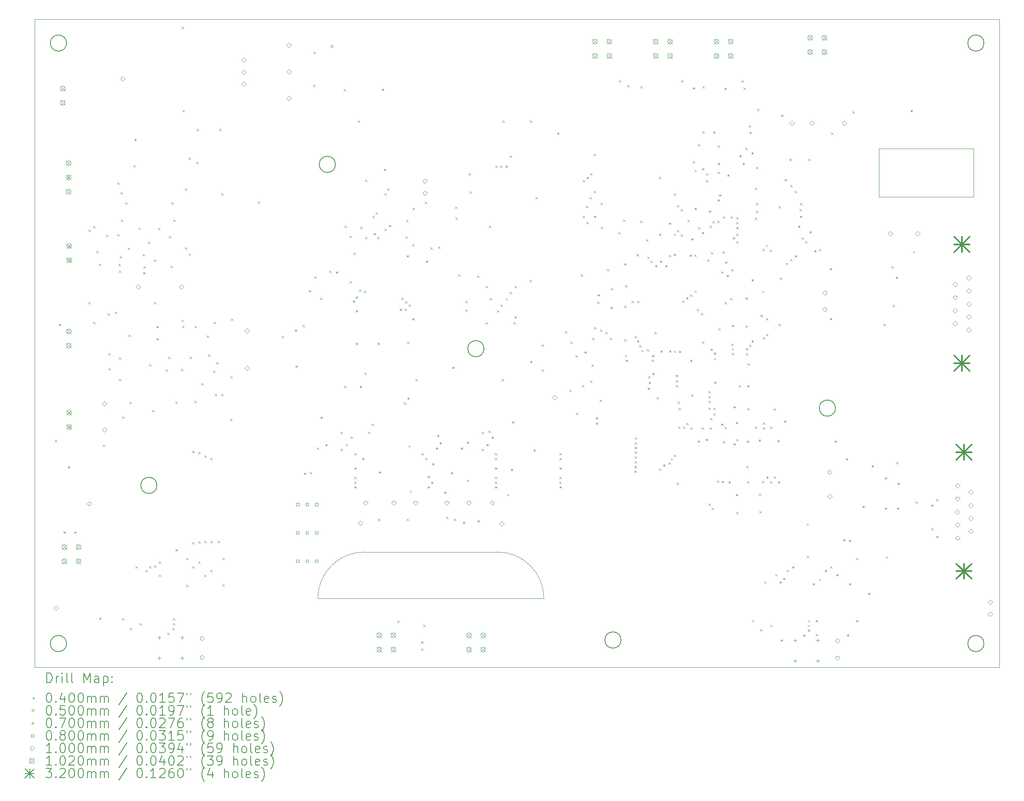
<source format=gbr>
%TF.GenerationSoftware,KiCad,Pcbnew,7.0.8*%
%TF.CreationDate,2024-01-22T14:24:57+01:00*%
%TF.ProjectId,BMS-Master,424d532d-4d61-4737-9465-722e6b696361,rev?*%
%TF.SameCoordinates,Original*%
%TF.FileFunction,Drillmap*%
%TF.FilePolarity,Positive*%
%FSLAX45Y45*%
G04 Gerber Fmt 4.5, Leading zero omitted, Abs format (unit mm)*
G04 Created by KiCad (PCBNEW 7.0.8) date 2024-01-22 14:24:57*
%MOMM*%
%LPD*%
G01*
G04 APERTURE LIST*
%ADD10C,0.200000*%
%ADD11C,0.100000*%
%ADD12C,0.040000*%
%ADD13C,0.050000*%
%ADD14C,0.070000*%
%ADD15C,0.080000*%
%ADD16C,0.102000*%
%ADD17C,0.320000*%
G04 APERTURE END LIST*
D10*
X10670000Y-19250000D02*
G75*
G03*
X10670000Y-19250000I-170000J0D01*
G01*
X14420000Y-12500000D02*
G75*
G03*
X14420000Y-12500000I-170000J0D01*
G01*
X24925000Y-17625000D02*
G75*
G03*
X24925000Y-17625000I-170000J0D01*
G01*
X17540000Y-16375000D02*
G75*
G03*
X17540000Y-16375000I-170000J0D01*
G01*
X20420000Y-22500000D02*
G75*
G03*
X20420000Y-22500000I-170000J0D01*
G01*
X8770000Y-9950000D02*
G75*
G03*
X8770000Y-9950000I-170000J0D01*
G01*
X8770000Y-22575000D02*
G75*
G03*
X8770000Y-22575000I-170000J0D01*
G01*
X28045000Y-9950000D02*
G75*
G03*
X28045000Y-9950000I-170000J0D01*
G01*
D11*
X18800000Y-21625000D02*
G75*
G03*
X17825000Y-20650000I-975000J0D01*
G01*
X25840146Y-12169942D02*
X27831000Y-12169942D01*
X27831000Y-13187000D01*
X25840146Y-13187000D01*
X25840146Y-12169942D01*
X18800000Y-21625000D02*
X17825000Y-21625000D01*
X15025000Y-20650000D02*
X17825000Y-20650000D01*
X8100000Y-9448800D02*
X28369500Y-9448800D01*
X28369500Y-23077200D01*
X8100000Y-23077200D01*
X8100000Y-9448800D01*
X15025000Y-21625000D02*
X14050000Y-21625000D01*
X15025000Y-21625000D02*
X17825000Y-21625000D01*
X15025000Y-20650000D02*
G75*
G03*
X14050000Y-21625000I0J-975000D01*
G01*
D10*
X28045000Y-22575000D02*
G75*
G03*
X28045000Y-22575000I-170000J0D01*
G01*
D12*
X8527100Y-18293400D02*
X8567100Y-18333400D01*
X8567100Y-18293400D02*
X8527100Y-18333400D01*
X8605480Y-15854106D02*
X8645480Y-15894106D01*
X8645480Y-15854106D02*
X8605480Y-15894106D01*
X8704533Y-20218533D02*
X8744533Y-20258533D01*
X8744533Y-20218533D02*
X8704533Y-20258533D01*
X8801168Y-18849633D02*
X8841168Y-18889633D01*
X8841168Y-18849633D02*
X8801168Y-18889633D01*
X8933133Y-20218533D02*
X8973133Y-20258533D01*
X8973133Y-20218533D02*
X8933133Y-20258533D01*
X9228333Y-15397800D02*
X9268333Y-15437800D01*
X9268333Y-15397800D02*
X9228333Y-15437800D01*
X9238300Y-13873800D02*
X9278300Y-13913800D01*
X9278300Y-13873800D02*
X9238300Y-13913800D01*
X9327200Y-13797600D02*
X9367200Y-13837600D01*
X9367200Y-13797600D02*
X9327200Y-13837600D01*
X9327200Y-15809400D02*
X9367200Y-15849400D01*
X9367200Y-15809400D02*
X9327200Y-15849400D01*
X9395100Y-14323600D02*
X9435100Y-14363600D01*
X9435100Y-14323600D02*
X9395100Y-14363600D01*
X9445900Y-14590300D02*
X9485900Y-14630300D01*
X9485900Y-14590300D02*
X9445900Y-14630300D01*
X9455000Y-22030000D02*
X9495000Y-22070000D01*
X9495000Y-22030000D02*
X9455000Y-22070000D01*
X9530400Y-18395000D02*
X9570400Y-18435000D01*
X9570400Y-18395000D02*
X9530400Y-18435000D01*
X9598300Y-13980700D02*
X9638300Y-14020700D01*
X9638300Y-13980700D02*
X9598300Y-14020700D01*
X9636400Y-15631700D02*
X9676400Y-15671700D01*
X9676400Y-15631700D02*
X9636400Y-15671700D01*
X9649100Y-16469900D02*
X9689100Y-16509900D01*
X9689100Y-16469900D02*
X9649100Y-16509900D01*
X9649100Y-16787400D02*
X9689100Y-16827400D01*
X9689100Y-16787400D02*
X9649100Y-16827400D01*
X9786200Y-15599600D02*
X9826200Y-15639600D01*
X9826200Y-15599600D02*
X9786200Y-15639600D01*
X9835200Y-12883200D02*
X9875200Y-12923200D01*
X9875200Y-12883200D02*
X9835200Y-12923200D01*
X9835200Y-13962700D02*
X9875200Y-14002700D01*
X9875200Y-13962700D02*
X9835200Y-14002700D01*
X9861200Y-14589600D02*
X9901200Y-14629600D01*
X9901200Y-14589600D02*
X9861200Y-14629600D01*
X9873300Y-14737400D02*
X9913300Y-14777400D01*
X9913300Y-14737400D02*
X9873300Y-14777400D01*
X9873300Y-16553500D02*
X9913300Y-16593500D01*
X9913300Y-16553500D02*
X9873300Y-16593500D01*
X9873300Y-17010700D02*
X9913300Y-17050700D01*
X9913300Y-17010700D02*
X9873300Y-17050700D01*
X9886000Y-14432600D02*
X9926000Y-14472600D01*
X9926000Y-14432600D02*
X9886000Y-14472600D01*
X9907810Y-13086646D02*
X9947810Y-13126646D01*
X9947810Y-13086646D02*
X9907810Y-13126646D01*
X9911400Y-13657900D02*
X9951400Y-13697900D01*
X9951400Y-13657900D02*
X9911400Y-13697900D01*
X9936800Y-17798100D02*
X9976800Y-17838100D01*
X9976800Y-17798100D02*
X9936800Y-17838100D01*
X9936800Y-22039900D02*
X9976800Y-22079900D01*
X9976800Y-22039900D02*
X9936800Y-22079900D01*
X10004700Y-13294900D02*
X10044700Y-13334900D01*
X10044700Y-13294900D02*
X10004700Y-13334900D01*
X10056750Y-14254800D02*
X10096750Y-14294800D01*
X10096750Y-14254800D02*
X10056750Y-14294800D01*
X10076500Y-16083600D02*
X10116500Y-16123600D01*
X10116500Y-16083600D02*
X10076500Y-16123600D01*
X10093600Y-17498600D02*
X10133600Y-17538600D01*
X10133600Y-17498600D02*
X10093600Y-17538600D01*
X10101900Y-22243100D02*
X10141900Y-22283100D01*
X10141900Y-22243100D02*
X10101900Y-22283100D01*
X10178100Y-12514900D02*
X10218100Y-12554900D01*
X10218100Y-12514900D02*
X10178100Y-12554900D01*
X10196600Y-11968900D02*
X10236600Y-12008900D01*
X10236600Y-11968900D02*
X10196600Y-12008900D01*
X10216200Y-20947700D02*
X10256200Y-20987700D01*
X10256200Y-20947700D02*
X10216200Y-20987700D01*
X10281200Y-13834600D02*
X10321200Y-13874600D01*
X10321200Y-13834600D02*
X10281200Y-13874600D01*
X10305100Y-22141500D02*
X10345100Y-22181500D01*
X10345100Y-22141500D02*
X10305100Y-22181500D01*
X10373000Y-14387100D02*
X10413000Y-14427100D01*
X10413000Y-14387100D02*
X10373000Y-14427100D01*
X10381200Y-14764600D02*
X10421200Y-14804600D01*
X10421200Y-14764600D02*
X10381200Y-14804600D01*
X10385700Y-14641100D02*
X10425700Y-14681100D01*
X10425700Y-14641100D02*
X10385700Y-14681100D01*
X10432100Y-21023900D02*
X10472100Y-21063900D01*
X10472100Y-21023900D02*
X10432100Y-21063900D01*
X10482900Y-14127800D02*
X10522900Y-14167800D01*
X10522900Y-14127800D02*
X10482900Y-14167800D01*
X10506200Y-16699600D02*
X10546200Y-16739600D01*
X10546200Y-16699600D02*
X10506200Y-16739600D01*
X10506600Y-20947116D02*
X10546600Y-20987116D01*
X10546600Y-20947116D02*
X10506600Y-20987116D01*
X10563500Y-17663700D02*
X10603500Y-17703700D01*
X10603500Y-17663700D02*
X10563500Y-17703700D01*
X10609900Y-14496100D02*
X10649900Y-14536100D01*
X10649900Y-14496100D02*
X10609900Y-14536100D01*
X10609900Y-15397800D02*
X10649900Y-15437800D01*
X10649900Y-15397800D02*
X10609900Y-15437800D01*
X10609900Y-20935000D02*
X10649900Y-20975000D01*
X10649900Y-20935000D02*
X10609900Y-20975000D01*
X10656200Y-16154600D02*
X10696200Y-16194600D01*
X10696200Y-16154600D02*
X10656200Y-16194600D01*
X10661200Y-15899600D02*
X10701200Y-15939600D01*
X10701200Y-15899600D02*
X10661200Y-15939600D01*
X10690500Y-13841000D02*
X10730500Y-13881000D01*
X10730500Y-13841000D02*
X10690500Y-13881000D01*
X10711500Y-20846100D02*
X10751500Y-20886100D01*
X10751500Y-20846100D02*
X10711500Y-20886100D01*
X10711500Y-21125500D02*
X10751500Y-21165500D01*
X10751500Y-21125500D02*
X10711500Y-21165500D01*
X10855600Y-16812800D02*
X10895600Y-16852800D01*
X10895600Y-16812800D02*
X10855600Y-16852800D01*
X10889300Y-22344700D02*
X10929300Y-22384700D01*
X10929300Y-22344700D02*
X10889300Y-22384700D01*
X10906400Y-16546100D02*
X10946400Y-16586100D01*
X10946400Y-16546100D02*
X10906400Y-16586100D01*
X10919100Y-14006100D02*
X10959100Y-14046100D01*
X10959100Y-14006100D02*
X10919100Y-14046100D01*
X10952800Y-14635800D02*
X10992800Y-14675800D01*
X10992800Y-14635800D02*
X10952800Y-14675800D01*
X10969900Y-13294900D02*
X11009900Y-13334900D01*
X11009900Y-13294900D02*
X10969900Y-13334900D01*
X10990900Y-22243100D02*
X11030900Y-22283100D01*
X11030900Y-22243100D02*
X10990900Y-22283100D01*
X11003600Y-22039900D02*
X11043600Y-22079900D01*
X11043600Y-22039900D02*
X11003600Y-22079900D01*
X11003600Y-22141500D02*
X11043600Y-22181500D01*
X11043600Y-22141500D02*
X11003600Y-22181500D01*
X11016300Y-13657900D02*
X11056300Y-13697900D01*
X11056300Y-13657900D02*
X11016300Y-13697900D01*
X11056200Y-20589600D02*
X11096200Y-20629600D01*
X11096200Y-20589600D02*
X11056200Y-20629600D01*
X11058800Y-17485900D02*
X11098800Y-17525900D01*
X11098800Y-17485900D02*
X11058800Y-17525900D01*
X11173100Y-16800100D02*
X11213100Y-16840100D01*
X11213100Y-16800100D02*
X11173100Y-16840100D01*
X11185800Y-15771400D02*
X11225800Y-15811400D01*
X11225800Y-15771400D02*
X11185800Y-15811400D01*
X11194100Y-9606600D02*
X11234100Y-9646600D01*
X11234100Y-9606600D02*
X11194100Y-9646600D01*
X11198500Y-15898400D02*
X11238500Y-15938400D01*
X11238500Y-15898400D02*
X11198500Y-15938400D01*
X11206800Y-11359200D02*
X11246800Y-11399200D01*
X11246800Y-11359200D02*
X11206800Y-11399200D01*
X11257600Y-13010200D02*
X11297600Y-13050200D01*
X11297600Y-13010200D02*
X11257600Y-13050200D01*
X11257600Y-14242100D02*
X11297600Y-14282100D01*
X11297600Y-14242100D02*
X11257600Y-14282100D01*
X11283000Y-20769900D02*
X11323000Y-20809900D01*
X11323000Y-20769900D02*
X11283000Y-20809900D01*
X11283000Y-21341400D02*
X11323000Y-21381400D01*
X11323000Y-21341400D02*
X11283000Y-21381400D01*
X11333800Y-12358950D02*
X11373800Y-12398950D01*
X11373800Y-12358950D02*
X11333800Y-12398950D01*
X11333800Y-14369100D02*
X11373800Y-14409100D01*
X11373800Y-14369100D02*
X11333800Y-14409100D01*
X11363600Y-16546100D02*
X11403600Y-16586100D01*
X11403600Y-16546100D02*
X11363600Y-16586100D01*
X11410000Y-18525000D02*
X11450000Y-18565000D01*
X11450000Y-18525000D02*
X11410000Y-18565000D01*
X11410000Y-20439700D02*
X11450000Y-20479700D01*
X11450000Y-20439700D02*
X11410000Y-20479700D01*
X11410000Y-20947700D02*
X11450000Y-20987700D01*
X11450000Y-20947700D02*
X11410000Y-20987700D01*
X11452500Y-17473200D02*
X11492500Y-17513200D01*
X11492500Y-17473200D02*
X11452500Y-17513200D01*
X11465200Y-15898400D02*
X11505200Y-15938400D01*
X11505200Y-15898400D02*
X11465200Y-15938400D01*
X11498900Y-12451400D02*
X11538900Y-12491400D01*
X11538900Y-12451400D02*
X11498900Y-12491400D01*
X11505000Y-11755000D02*
X11545000Y-11795000D01*
X11545000Y-11755000D02*
X11505000Y-11795000D01*
X11537000Y-18547400D02*
X11577000Y-18587400D01*
X11577000Y-18547400D02*
X11537000Y-18587400D01*
X11537000Y-20427000D02*
X11577000Y-20467000D01*
X11577000Y-20427000D02*
X11537000Y-20467000D01*
X11537000Y-20846100D02*
X11577000Y-20886100D01*
X11577000Y-20846100D02*
X11537000Y-20886100D01*
X11601200Y-17099600D02*
X11641200Y-17139600D01*
X11641200Y-17099600D02*
X11601200Y-17139600D01*
X11664000Y-18623600D02*
X11704000Y-18663600D01*
X11704000Y-18623600D02*
X11664000Y-18663600D01*
X11664000Y-20414300D02*
X11704000Y-20454300D01*
X11704000Y-20414300D02*
X11664000Y-20454300D01*
X11664000Y-21125500D02*
X11704000Y-21165500D01*
X11704000Y-21125500D02*
X11664000Y-21165500D01*
X11714800Y-16096300D02*
X11754800Y-16136300D01*
X11754800Y-16096300D02*
X11714800Y-16136300D01*
X11744600Y-16495300D02*
X11784600Y-16535300D01*
X11784600Y-16495300D02*
X11744600Y-16535300D01*
X11791000Y-18674400D02*
X11831000Y-18714400D01*
X11831000Y-18674400D02*
X11791000Y-18714400D01*
X11791000Y-20414300D02*
X11831000Y-20454300D01*
X11831000Y-20414300D02*
X11791000Y-20454300D01*
X11791000Y-21023900D02*
X11831000Y-21063900D01*
X11831000Y-21023900D02*
X11791000Y-21063900D01*
X11854500Y-16832900D02*
X11894500Y-16872900D01*
X11894500Y-16832900D02*
X11854500Y-16872900D01*
X11858900Y-15809500D02*
X11898900Y-15849500D01*
X11898900Y-15809500D02*
X11858900Y-15849500D01*
X11886200Y-17324600D02*
X11926200Y-17364600D01*
X11926200Y-17324600D02*
X11886200Y-17364600D01*
X11922400Y-16660400D02*
X11962400Y-16700400D01*
X11962400Y-16660400D02*
X11922400Y-16700400D01*
X11946200Y-20414600D02*
X11986200Y-20454600D01*
X11986200Y-20414600D02*
X11946200Y-20454600D01*
X11980000Y-11755000D02*
X12020000Y-11795000D01*
X12020000Y-11755000D02*
X11980000Y-11795000D01*
X12019600Y-13111800D02*
X12059600Y-13151800D01*
X12059600Y-13111800D02*
X12019600Y-13151800D01*
X12019600Y-17328200D02*
X12059600Y-17368200D01*
X12059600Y-17328200D02*
X12019600Y-17368200D01*
X12045000Y-20769900D02*
X12085000Y-20809900D01*
X12085000Y-20769900D02*
X12045000Y-20809900D01*
X12045000Y-21328700D02*
X12085000Y-21368700D01*
X12085000Y-21328700D02*
X12045000Y-21368700D01*
X12210100Y-17848900D02*
X12250100Y-17888900D01*
X12250100Y-17848900D02*
X12210100Y-17888900D01*
X12214500Y-16952500D02*
X12254500Y-16992500D01*
X12254500Y-16952500D02*
X12214500Y-16992500D01*
X12227200Y-15746000D02*
X12267200Y-15786000D01*
X12267200Y-15746000D02*
X12227200Y-15786000D01*
X12794300Y-13276900D02*
X12834300Y-13316900D01*
X12834300Y-13276900D02*
X12794300Y-13316900D01*
X13289600Y-16109000D02*
X13329600Y-16149000D01*
X13329600Y-16109000D02*
X13289600Y-16149000D01*
X13566200Y-15969600D02*
X13606200Y-16009600D01*
X13606200Y-15969600D02*
X13566200Y-16009600D01*
X13580000Y-16730000D02*
X13620000Y-16770000D01*
X13620000Y-16730000D02*
X13580000Y-16770000D01*
X13734100Y-15880400D02*
X13774100Y-15920400D01*
X13774100Y-15880400D02*
X13734100Y-15920400D01*
X13755971Y-18980971D02*
X13795971Y-19020971D01*
X13795971Y-18980971D02*
X13755971Y-19020971D01*
X13861271Y-15145050D02*
X13901271Y-15185050D01*
X13901271Y-15145050D02*
X13861271Y-15185050D01*
X13883800Y-18970400D02*
X13923800Y-19010400D01*
X13923800Y-18970400D02*
X13883800Y-19010400D01*
X13950000Y-10825800D02*
X13990000Y-10865800D01*
X13990000Y-10825800D02*
X13950000Y-10865800D01*
X13961200Y-10129600D02*
X14001200Y-10169600D01*
X14001200Y-10129600D02*
X13961200Y-10169600D01*
X13980000Y-14855000D02*
X14020000Y-14895000D01*
X14020000Y-14855000D02*
X13980000Y-14895000D01*
X14030000Y-18455000D02*
X14070000Y-18495000D01*
X14070000Y-18455000D02*
X14030000Y-18495000D01*
X14096900Y-15301000D02*
X14136900Y-15341000D01*
X14136900Y-15301000D02*
X14096900Y-15341000D01*
X14105000Y-17805000D02*
X14145000Y-17845000D01*
X14145000Y-17805000D02*
X14105000Y-17845000D01*
X14205000Y-18380000D02*
X14245000Y-18420000D01*
X14245000Y-18380000D02*
X14205000Y-18420000D01*
X14292900Y-14737400D02*
X14332900Y-14777400D01*
X14332900Y-14737400D02*
X14292900Y-14777400D01*
X14430000Y-14755000D02*
X14470000Y-14795000D01*
X14470000Y-14755000D02*
X14430000Y-14795000D01*
X14530000Y-18120000D02*
X14570000Y-18160000D01*
X14570000Y-18120000D02*
X14530000Y-18160000D01*
X14530000Y-18475000D02*
X14570000Y-18515000D01*
X14570000Y-18475000D02*
X14530000Y-18515000D01*
X14597700Y-10914700D02*
X14637700Y-10954700D01*
X14637700Y-10914700D02*
X14597700Y-10954700D01*
X14605000Y-17155000D02*
X14645000Y-17195000D01*
X14645000Y-17155000D02*
X14605000Y-17195000D01*
X14610400Y-13784900D02*
X14650400Y-13824900D01*
X14650400Y-13784900D02*
X14610400Y-13824900D01*
X14635000Y-18380000D02*
X14675000Y-18420000D01*
X14675000Y-18380000D02*
X14635000Y-18420000D01*
X14712000Y-14000800D02*
X14752000Y-14040800D01*
X14752000Y-14000800D02*
X14712000Y-14040800D01*
X14724700Y-14953300D02*
X14764700Y-14993300D01*
X14764700Y-14953300D02*
X14724700Y-14993300D01*
X14740000Y-18225000D02*
X14780000Y-18265000D01*
X14780000Y-18225000D02*
X14740000Y-18265000D01*
X14786200Y-15364600D02*
X14826200Y-15404600D01*
X14826200Y-15364600D02*
X14786200Y-15404600D01*
X14801200Y-14354600D02*
X14841200Y-14394600D01*
X14841200Y-14354600D02*
X14801200Y-14394600D01*
X14813800Y-18570400D02*
X14853800Y-18610400D01*
X14853800Y-18570400D02*
X14813800Y-18610400D01*
X14813800Y-18870400D02*
X14853800Y-18910400D01*
X14853800Y-18870400D02*
X14813800Y-18910400D01*
X14813800Y-19070400D02*
X14853800Y-19110400D01*
X14853800Y-19070400D02*
X14813800Y-19110400D01*
X14813800Y-19170400D02*
X14853800Y-19210400D01*
X14853800Y-19170400D02*
X14813800Y-19210400D01*
X14813800Y-19270400D02*
X14853800Y-19310400D01*
X14853800Y-19270400D02*
X14813800Y-19310400D01*
X14846200Y-15275950D02*
X14886200Y-15315950D01*
X14886200Y-15275950D02*
X14846200Y-15315950D01*
X14846200Y-16253500D02*
X14886200Y-16293500D01*
X14886200Y-16253500D02*
X14846200Y-16293500D01*
X14846250Y-15564600D02*
X14886250Y-15604600D01*
X14886250Y-15564600D02*
X14846250Y-15604600D01*
X14891200Y-11574600D02*
X14931200Y-11614600D01*
X14931200Y-11574600D02*
X14891200Y-11614600D01*
X14915200Y-15130650D02*
X14955200Y-15170650D01*
X14955200Y-15130650D02*
X14915200Y-15170650D01*
X14930000Y-17155000D02*
X14970000Y-17195000D01*
X14970000Y-17155000D02*
X14930000Y-17195000D01*
X14941200Y-13809600D02*
X14981200Y-13849600D01*
X14981200Y-13809600D02*
X14941200Y-13849600D01*
X14980000Y-18670400D02*
X15020000Y-18710400D01*
X15020000Y-18670400D02*
X14980000Y-18710400D01*
X15016800Y-15156500D02*
X15056800Y-15196500D01*
X15056800Y-15156500D02*
X15016800Y-15196500D01*
X15030000Y-16880000D02*
X15070000Y-16920000D01*
X15070000Y-16880000D02*
X15030000Y-16920000D01*
X15042200Y-12819700D02*
X15082200Y-12859700D01*
X15082200Y-12819700D02*
X15042200Y-12859700D01*
X15042200Y-14026200D02*
X15082200Y-14066200D01*
X15082200Y-14026200D02*
X15042200Y-14066200D01*
X15105000Y-18120000D02*
X15145000Y-18160000D01*
X15145000Y-18120000D02*
X15105000Y-18160000D01*
X15180000Y-17955000D02*
X15220000Y-17995000D01*
X15220000Y-17955000D02*
X15180000Y-17995000D01*
X15194600Y-13581700D02*
X15234600Y-13621700D01*
X15234600Y-13581700D02*
X15194600Y-13621700D01*
X15223550Y-13943036D02*
X15263550Y-13983036D01*
X15263550Y-13943036D02*
X15223550Y-13983036D01*
X15265275Y-13509050D02*
X15305275Y-13549050D01*
X15305275Y-13509050D02*
X15265275Y-13549050D01*
X15296200Y-14026200D02*
X15336200Y-14066200D01*
X15336200Y-14026200D02*
X15296200Y-14066200D01*
X15303400Y-16253500D02*
X15343400Y-16293500D01*
X15343400Y-16253500D02*
X15303400Y-16293500D01*
X15318160Y-19951680D02*
X15358160Y-19991680D01*
X15358160Y-19951680D02*
X15318160Y-19991680D01*
X15330000Y-18955000D02*
X15370000Y-18995000D01*
X15370000Y-18955000D02*
X15330000Y-18995000D01*
X15396200Y-10909600D02*
X15436200Y-10949600D01*
X15436200Y-10909600D02*
X15396200Y-10949600D01*
X15439400Y-12594600D02*
X15479400Y-12634600D01*
X15479400Y-12594600D02*
X15439400Y-12634600D01*
X15448600Y-13111800D02*
X15488600Y-13151800D01*
X15488600Y-13111800D02*
X15448600Y-13151800D01*
X15448650Y-13857113D02*
X15488650Y-13897113D01*
X15488650Y-13857113D02*
X15448650Y-13897113D01*
X15512100Y-13010200D02*
X15552100Y-13050200D01*
X15552100Y-13010200D02*
X15512100Y-13050200D01*
X15541200Y-13774600D02*
X15581200Y-13814600D01*
X15581200Y-13774600D02*
X15541200Y-13814600D01*
X15720000Y-22090000D02*
X15760000Y-22130000D01*
X15760000Y-22090000D02*
X15720000Y-22130000D01*
X15775068Y-15534490D02*
X15815068Y-15574490D01*
X15815068Y-15534490D02*
X15775068Y-15574490D01*
X15804200Y-15303300D02*
X15844200Y-15343300D01*
X15844200Y-15303300D02*
X15804200Y-15343300D01*
X15855000Y-17505000D02*
X15895000Y-17545000D01*
X15895000Y-17505000D02*
X15855000Y-17545000D01*
X15875016Y-15533830D02*
X15915016Y-15573830D01*
X15915016Y-15533830D02*
X15875016Y-15573830D01*
X15885924Y-15375950D02*
X15925924Y-15415950D01*
X15925924Y-15375950D02*
X15885924Y-15415950D01*
X15893100Y-14013500D02*
X15933100Y-14053500D01*
X15933100Y-14013500D02*
X15893100Y-14053500D01*
X15905800Y-13670600D02*
X15945800Y-13710600D01*
X15945800Y-13670600D02*
X15905800Y-13710600D01*
X15915060Y-19951680D02*
X15955060Y-19991680D01*
X15955060Y-19951680D02*
X15915060Y-19991680D01*
X15916200Y-14409600D02*
X15956200Y-14449600D01*
X15956200Y-14409600D02*
X15916200Y-14449600D01*
X15925700Y-16228100D02*
X15965700Y-16268100D01*
X15965700Y-16228100D02*
X15925700Y-16268100D01*
X15930000Y-17405000D02*
X15970000Y-17445000D01*
X15970000Y-17405000D02*
X15930000Y-17445000D01*
X15955000Y-18405000D02*
X15995000Y-18445000D01*
X15995000Y-18405000D02*
X15955000Y-18445000D01*
X15956600Y-15448600D02*
X15996600Y-15488600D01*
X15996600Y-15448600D02*
X15956600Y-15488600D01*
X15980000Y-19355000D02*
X16020000Y-19395000D01*
X16020000Y-19355000D02*
X15980000Y-19395000D01*
X16031200Y-15734600D02*
X16071200Y-15774600D01*
X16071200Y-15734600D02*
X16031200Y-15774600D01*
X16032800Y-14178600D02*
X16072800Y-14218600D01*
X16072800Y-14178600D02*
X16032800Y-14218600D01*
X16045500Y-13416600D02*
X16085500Y-13456600D01*
X16085500Y-13416600D02*
X16045500Y-13456600D01*
X16105000Y-17015300D02*
X16145000Y-17055300D01*
X16145000Y-17015300D02*
X16105000Y-17055300D01*
X16220000Y-22530000D02*
X16260000Y-22570000D01*
X16260000Y-22530000D02*
X16220000Y-22570000D01*
X16220000Y-22680000D02*
X16260000Y-22720000D01*
X16260000Y-22680000D02*
X16220000Y-22720000D01*
X16230000Y-18570400D02*
X16270000Y-18610400D01*
X16270000Y-18570400D02*
X16230000Y-18610400D01*
X16265000Y-22180000D02*
X16305000Y-22220000D01*
X16305000Y-22180000D02*
X16265000Y-22220000D01*
X16299500Y-13289600D02*
X16339500Y-13329600D01*
X16339500Y-13289600D02*
X16299500Y-13329600D01*
X16305000Y-18670400D02*
X16345000Y-18710400D01*
X16345000Y-18670400D02*
X16305000Y-18710400D01*
X16319150Y-14525950D02*
X16359150Y-14565950D01*
X16359150Y-14525950D02*
X16319150Y-14565950D01*
X16355000Y-19050400D02*
X16395000Y-19090400D01*
X16395000Y-19050400D02*
X16355000Y-19090400D01*
X16358030Y-19270400D02*
X16398030Y-19310400D01*
X16398030Y-19270400D02*
X16358030Y-19310400D01*
X16413800Y-14242100D02*
X16453800Y-14282100D01*
X16453800Y-14242100D02*
X16413800Y-14282100D01*
X16430000Y-19170400D02*
X16470000Y-19210400D01*
X16470000Y-19170400D02*
X16430000Y-19210400D01*
X16455000Y-18780000D02*
X16495000Y-18820000D01*
X16495000Y-18780000D02*
X16455000Y-18820000D01*
X16530000Y-18455000D02*
X16570000Y-18495000D01*
X16570000Y-18455000D02*
X16530000Y-18495000D01*
X16555000Y-18192650D02*
X16595000Y-18232650D01*
X16595000Y-18192650D02*
X16555000Y-18232650D01*
X16580000Y-14230000D02*
X16620000Y-14270000D01*
X16620000Y-14230000D02*
X16580000Y-14270000D01*
X16607350Y-18342465D02*
X16647350Y-18382465D01*
X16647350Y-18342465D02*
X16607350Y-18382465D01*
X16705000Y-19380000D02*
X16745000Y-19420000D01*
X16745000Y-19380000D02*
X16705000Y-19420000D01*
X16748200Y-19906180D02*
X16788200Y-19946180D01*
X16788200Y-19906180D02*
X16748200Y-19946180D01*
X16843030Y-18970400D02*
X16883030Y-19010400D01*
X16883030Y-18970400D02*
X16843030Y-19010400D01*
X16871000Y-16755000D02*
X16911000Y-16795000D01*
X16911000Y-16755000D02*
X16871000Y-16795000D01*
X16905200Y-19948880D02*
X16945200Y-19988880D01*
X16945200Y-19948880D02*
X16905200Y-19988880D01*
X16934500Y-13391200D02*
X16974500Y-13431200D01*
X16974500Y-13391200D02*
X16934500Y-13431200D01*
X16943650Y-13619800D02*
X16983650Y-13659800D01*
X16983650Y-13619800D02*
X16943650Y-13659800D01*
X16998000Y-14813600D02*
X17038000Y-14853600D01*
X17038000Y-14813600D02*
X16998000Y-14853600D01*
X17055000Y-18455000D02*
X17095000Y-18495000D01*
X17095000Y-18455000D02*
X17055000Y-18495000D01*
X17097300Y-20012380D02*
X17137300Y-20052380D01*
X17137300Y-20012380D02*
X17097300Y-20052380D01*
X17150400Y-15372400D02*
X17190400Y-15412400D01*
X17190400Y-15372400D02*
X17150400Y-15412400D01*
X17150400Y-15550200D02*
X17190400Y-15590200D01*
X17190400Y-15550200D02*
X17150400Y-15590200D01*
X17180000Y-18330000D02*
X17220000Y-18370000D01*
X17220000Y-18330000D02*
X17180000Y-18370000D01*
X17180000Y-19130000D02*
X17220000Y-19170000D01*
X17220000Y-19130000D02*
X17180000Y-19170000D01*
X17221100Y-12684800D02*
X17261100Y-12724800D01*
X17261100Y-12684800D02*
X17221100Y-12724800D01*
X17236200Y-13064600D02*
X17276200Y-13104600D01*
X17276200Y-13064600D02*
X17236200Y-13104600D01*
X17401200Y-14834600D02*
X17441200Y-14874600D01*
X17441200Y-14834600D02*
X17401200Y-14874600D01*
X17405000Y-19980000D02*
X17445000Y-20020000D01*
X17445000Y-19980000D02*
X17405000Y-20020000D01*
X17488750Y-18121250D02*
X17528750Y-18161250D01*
X17528750Y-18121250D02*
X17488750Y-18161250D01*
X17488750Y-18476250D02*
X17528750Y-18516250D01*
X17528750Y-18476250D02*
X17488750Y-18516250D01*
X17576700Y-15059700D02*
X17616700Y-15099700D01*
X17616700Y-15059700D02*
X17576700Y-15099700D01*
X17576700Y-15821700D02*
X17616700Y-15861700D01*
X17616700Y-15821700D02*
X17576700Y-15861700D01*
X17593750Y-18381250D02*
X17633750Y-18421250D01*
X17633750Y-18381250D02*
X17593750Y-18421250D01*
X17635000Y-18095000D02*
X17675000Y-18135000D01*
X17675000Y-18095000D02*
X17635000Y-18135000D01*
X17645700Y-13784900D02*
X17685700Y-13824900D01*
X17685700Y-13784900D02*
X17645700Y-13824900D01*
X17658400Y-15308900D02*
X17698400Y-15348900D01*
X17698400Y-15308900D02*
X17658400Y-15348900D01*
X17698750Y-18226250D02*
X17738750Y-18266250D01*
X17738750Y-18226250D02*
X17698750Y-18266250D01*
X17773030Y-18570400D02*
X17813030Y-18610400D01*
X17813030Y-18570400D02*
X17773030Y-18610400D01*
X17773030Y-18670400D02*
X17813030Y-18710400D01*
X17813030Y-18670400D02*
X17773030Y-18710400D01*
X17773030Y-18870400D02*
X17813030Y-18910400D01*
X17813030Y-18870400D02*
X17773030Y-18910400D01*
X17773030Y-19070400D02*
X17813030Y-19110400D01*
X17813030Y-19070400D02*
X17773030Y-19110400D01*
X17773030Y-19170400D02*
X17813030Y-19210400D01*
X17813030Y-19170400D02*
X17773030Y-19210400D01*
X17773030Y-19270400D02*
X17813030Y-19310400D01*
X17813030Y-19270400D02*
X17773030Y-19310400D01*
X17781250Y-12526950D02*
X17821250Y-12566950D01*
X17821250Y-12526950D02*
X17781250Y-12566950D01*
X17816200Y-15564600D02*
X17856200Y-15604600D01*
X17856200Y-15564600D02*
X17816200Y-15604600D01*
X17881200Y-12526950D02*
X17921200Y-12566950D01*
X17921200Y-12526950D02*
X17881200Y-12566950D01*
X17891200Y-15444600D02*
X17931200Y-15484600D01*
X17931200Y-15444600D02*
X17891200Y-15484600D01*
X17916450Y-17015300D02*
X17956450Y-17055300D01*
X17956450Y-17015300D02*
X17916450Y-17055300D01*
X17930000Y-11580000D02*
X17970000Y-11620000D01*
X17970000Y-11580000D02*
X17930000Y-11620000D01*
X17996200Y-12526950D02*
X18036200Y-12566950D01*
X18036200Y-12526950D02*
X17996200Y-12566950D01*
X17996200Y-15314600D02*
X18036200Y-15354600D01*
X18036200Y-15314600D02*
X17996200Y-15354600D01*
X18030000Y-19430000D02*
X18070000Y-19470000D01*
X18070000Y-19430000D02*
X18030000Y-19470000D01*
X18081200Y-12315450D02*
X18121200Y-12355450D01*
X18121200Y-12315450D02*
X18081200Y-12355450D01*
X18081200Y-15184600D02*
X18121200Y-15224600D01*
X18121200Y-15184600D02*
X18081200Y-15224600D01*
X18105000Y-18902650D02*
X18145000Y-18942650D01*
X18145000Y-18902650D02*
X18105000Y-18942650D01*
X18130000Y-17905000D02*
X18170000Y-17945000D01*
X18170000Y-17905000D02*
X18130000Y-17945000D01*
X18160900Y-15821700D02*
X18200900Y-15861700D01*
X18200900Y-15821700D02*
X18160900Y-15861700D01*
X18181200Y-15694600D02*
X18221200Y-15734600D01*
X18221200Y-15694600D02*
X18181200Y-15734600D01*
X18186300Y-15059700D02*
X18226300Y-15099700D01*
X18226300Y-15059700D02*
X18186300Y-15099700D01*
X18496200Y-14931400D02*
X18536200Y-14971400D01*
X18536200Y-14931400D02*
X18496200Y-14971400D01*
X18505000Y-11580000D02*
X18545000Y-11620000D01*
X18545000Y-11580000D02*
X18505000Y-11620000D01*
X18511200Y-16629600D02*
X18551200Y-16669600D01*
X18551200Y-16629600D02*
X18511200Y-16669600D01*
X18580000Y-18497750D02*
X18620000Y-18537750D01*
X18620000Y-18497750D02*
X18580000Y-18537750D01*
X18623600Y-13188000D02*
X18663600Y-13228000D01*
X18663600Y-13188000D02*
X18623600Y-13228000D01*
X18750600Y-16286800D02*
X18790600Y-16326800D01*
X18790600Y-16286800D02*
X18750600Y-16326800D01*
X18750600Y-16807500D02*
X18790600Y-16847500D01*
X18790600Y-16807500D02*
X18750600Y-16847500D01*
X19080000Y-11830000D02*
X19120000Y-11870000D01*
X19120000Y-11830000D02*
X19080000Y-11870000D01*
X19123030Y-18570400D02*
X19163030Y-18610400D01*
X19163030Y-18570400D02*
X19123030Y-18610400D01*
X19123030Y-18670400D02*
X19163030Y-18710400D01*
X19163030Y-18670400D02*
X19123030Y-18710400D01*
X19123030Y-18870400D02*
X19163030Y-18910400D01*
X19163030Y-18870400D02*
X19123030Y-18910400D01*
X19123030Y-19070400D02*
X19163030Y-19110400D01*
X19163030Y-19070400D02*
X19123030Y-19110400D01*
X19123030Y-19170400D02*
X19163030Y-19210400D01*
X19163030Y-19170400D02*
X19123030Y-19210400D01*
X19123030Y-19270400D02*
X19163030Y-19310400D01*
X19163030Y-19270400D02*
X19123030Y-19310400D01*
X19245900Y-16007400D02*
X19285900Y-16047400D01*
X19285900Y-16007400D02*
X19245900Y-16047400D01*
X19336200Y-17244600D02*
X19376200Y-17284600D01*
X19376200Y-17244600D02*
X19336200Y-17284600D01*
X19356200Y-16224600D02*
X19396200Y-16264600D01*
X19396200Y-16224600D02*
X19356200Y-16264600D01*
X19461800Y-16515400D02*
X19501800Y-16555400D01*
X19501800Y-16515400D02*
X19461800Y-16555400D01*
X19474500Y-17721900D02*
X19514500Y-17761900D01*
X19514500Y-17721900D02*
X19474500Y-17761900D01*
X19576100Y-14813600D02*
X19616100Y-14853600D01*
X19616100Y-14813600D02*
X19576100Y-14853600D01*
X19601500Y-17137700D02*
X19641500Y-17177700D01*
X19641500Y-17137700D02*
X19601500Y-17177700D01*
X19614200Y-12832400D02*
X19654200Y-12872400D01*
X19654200Y-12832400D02*
X19614200Y-12872400D01*
X19614200Y-13581700D02*
X19654200Y-13621700D01*
X19654200Y-13581700D02*
X19614200Y-13621700D01*
X19652874Y-16433015D02*
X19692874Y-16473015D01*
X19692874Y-16433015D02*
X19652874Y-16473015D01*
X19686850Y-13371763D02*
X19726850Y-13411763D01*
X19726850Y-13371763D02*
X19686850Y-13411763D01*
X19690400Y-13708700D02*
X19730400Y-13748700D01*
X19730400Y-13708700D02*
X19690400Y-13748700D01*
X19697364Y-12759750D02*
X19737364Y-12799750D01*
X19737364Y-12759750D02*
X19697364Y-12799750D01*
X19759500Y-13188000D02*
X19799500Y-13228000D01*
X19799500Y-13188000D02*
X19759500Y-13228000D01*
X19766600Y-17048800D02*
X19806600Y-17088800D01*
X19806600Y-17048800D02*
X19766600Y-17088800D01*
X19769164Y-12687100D02*
X19809164Y-12727100D01*
X19809164Y-12687100D02*
X19769164Y-12727100D01*
X19804700Y-16705900D02*
X19844700Y-16745900D01*
X19844700Y-16705900D02*
X19804700Y-16745900D01*
X19817400Y-16147100D02*
X19857400Y-16187100D01*
X19857400Y-16147100D02*
X19817400Y-16187100D01*
X19842714Y-13061000D02*
X19882714Y-13101000D01*
X19882714Y-13061000D02*
X19842714Y-13101000D01*
X19846200Y-12282200D02*
X19886200Y-12322200D01*
X19886200Y-12282200D02*
X19846200Y-12322200D01*
X19851200Y-13579600D02*
X19891200Y-13619600D01*
X19891200Y-13579600D02*
X19851200Y-13619600D01*
X19855500Y-15921650D02*
X19895500Y-15961650D01*
X19895500Y-15921650D02*
X19855500Y-15961650D01*
X19891200Y-17819600D02*
X19931200Y-17859600D01*
X19931200Y-17819600D02*
X19891200Y-17859600D01*
X19891200Y-17924600D02*
X19931200Y-17964600D01*
X19931200Y-17924600D02*
X19891200Y-17964600D01*
X19919000Y-15385100D02*
X19959000Y-15425100D01*
X19959000Y-15385100D02*
X19919000Y-15425100D01*
X19930000Y-15230000D02*
X19970000Y-15270000D01*
X19970000Y-15230000D02*
X19930000Y-15270000D01*
X19969800Y-17442500D02*
X20009800Y-17482500D01*
X20009800Y-17442500D02*
X19969800Y-17482500D01*
X19981200Y-15971650D02*
X20021200Y-16011650D01*
X20021200Y-15971650D02*
X19981200Y-16011650D01*
X19986200Y-13304600D02*
X20026200Y-13344600D01*
X20026200Y-13304600D02*
X19986200Y-13344600D01*
X19995200Y-13810300D02*
X20035200Y-13850300D01*
X20035200Y-13810300D02*
X19995200Y-13850300D01*
X20091200Y-16019600D02*
X20131200Y-16059600D01*
X20131200Y-16019600D02*
X20091200Y-16059600D01*
X20122200Y-14699300D02*
X20162200Y-14739300D01*
X20162200Y-14699300D02*
X20122200Y-14739300D01*
X20181200Y-16149000D02*
X20221200Y-16189000D01*
X20221200Y-16149000D02*
X20181200Y-16189000D01*
X20196200Y-15499000D02*
X20236200Y-15539000D01*
X20236200Y-15499000D02*
X20196200Y-15539000D01*
X20211200Y-15099600D02*
X20251200Y-15139600D01*
X20251200Y-15099600D02*
X20211200Y-15139600D01*
X20363500Y-13924600D02*
X20403500Y-13964600D01*
X20403500Y-13924600D02*
X20363500Y-13964600D01*
X20380000Y-10730000D02*
X20420000Y-10770000D01*
X20420000Y-10730000D02*
X20380000Y-10770000D01*
X20465100Y-13657900D02*
X20505100Y-13697900D01*
X20505100Y-13657900D02*
X20465100Y-13697900D01*
X20490500Y-15474000D02*
X20530500Y-15514000D01*
X20530500Y-15474000D02*
X20490500Y-15514000D01*
X20490500Y-16172500D02*
X20530500Y-16212500D01*
X20530500Y-16172500D02*
X20490500Y-16212500D01*
X20491200Y-14579600D02*
X20531200Y-14619600D01*
X20531200Y-14579600D02*
X20491200Y-14619600D01*
X20501908Y-16508151D02*
X20541908Y-16548151D01*
X20541908Y-16508151D02*
X20501908Y-16548151D01*
X20503200Y-15042200D02*
X20543200Y-15082200D01*
X20543200Y-15042200D02*
X20503200Y-15082200D01*
X20519450Y-16606550D02*
X20559450Y-16646550D01*
X20559450Y-16606550D02*
X20519450Y-16646550D01*
X20555000Y-10830000D02*
X20595000Y-10870000D01*
X20595000Y-10830000D02*
X20555000Y-10870000D01*
X20642900Y-15371650D02*
X20682900Y-15411650D01*
X20682900Y-15371650D02*
X20642900Y-15411650D01*
X20698639Y-18938920D02*
X20738639Y-18978920D01*
X20738639Y-18938920D02*
X20698639Y-18978920D01*
X20704481Y-18839141D02*
X20744481Y-18879141D01*
X20744481Y-18839141D02*
X20704481Y-18879141D01*
X20710150Y-16106850D02*
X20750150Y-16146850D01*
X20750150Y-16106850D02*
X20710150Y-16146850D01*
X20710150Y-18239600D02*
X20750150Y-18279600D01*
X20750150Y-18239600D02*
X20710150Y-18279600D01*
X20710150Y-18339550D02*
X20750150Y-18379550D01*
X20750150Y-18339550D02*
X20710150Y-18379550D01*
X20710150Y-18439501D02*
X20750150Y-18479501D01*
X20750150Y-18439501D02*
X20710150Y-18479501D01*
X20710150Y-18539451D02*
X20750150Y-18579451D01*
X20750150Y-18539451D02*
X20710150Y-18579451D01*
X20710150Y-18639401D02*
X20750150Y-18679401D01*
X20750150Y-18639401D02*
X20710150Y-18679401D01*
X20710150Y-18739352D02*
X20750150Y-18779352D01*
X20750150Y-18739352D02*
X20710150Y-18779352D01*
X20746200Y-14389600D02*
X20786200Y-14429600D01*
X20786200Y-14389600D02*
X20746200Y-14429600D01*
X20755550Y-16201321D02*
X20795550Y-16241321D01*
X20795550Y-16201321D02*
X20755550Y-16241321D01*
X20757200Y-15372400D02*
X20797200Y-15412400D01*
X20797200Y-15372400D02*
X20757200Y-15412400D01*
X20800950Y-16299767D02*
X20840950Y-16339767D01*
X20840950Y-16299767D02*
X20800950Y-16339767D01*
X20820700Y-13683300D02*
X20860700Y-13723300D01*
X20860700Y-13683300D02*
X20820700Y-13723300D01*
X20830000Y-10855000D02*
X20870000Y-10895000D01*
X20870000Y-10855000D02*
X20830000Y-10895000D01*
X20847627Y-16399716D02*
X20887627Y-16439716D01*
X20887627Y-16399716D02*
X20847627Y-16439716D01*
X20946200Y-14074600D02*
X20986200Y-14114600D01*
X20986200Y-14074600D02*
X20946200Y-14114600D01*
X20965086Y-16385001D02*
X21005086Y-16425001D01*
X21005086Y-16385001D02*
X20965086Y-16425001D01*
X20968450Y-14439600D02*
X21008450Y-14479600D01*
X21008450Y-14439600D02*
X20968450Y-14479600D01*
X20982550Y-17194600D02*
X21022550Y-17234600D01*
X21022550Y-17194600D02*
X20982550Y-17234600D01*
X20991121Y-16954525D02*
X21031121Y-16994525D01*
X21031121Y-16954525D02*
X20991121Y-16994525D01*
X21000150Y-17069600D02*
X21040150Y-17109600D01*
X21040150Y-17069600D02*
X21000150Y-17109600D01*
X21036432Y-14525050D02*
X21076432Y-14565050D01*
X21076432Y-14525050D02*
X21036432Y-14565050D01*
X21066548Y-16607864D02*
X21106548Y-16647864D01*
X21106548Y-16607864D02*
X21066548Y-16647864D01*
X21075204Y-16508289D02*
X21115204Y-16548289D01*
X21115204Y-16508289D02*
X21075204Y-16548289D01*
X21076200Y-16884600D02*
X21116200Y-16924600D01*
X21116200Y-16884600D02*
X21076200Y-16924600D01*
X21125500Y-16021650D02*
X21165500Y-16061650D01*
X21165500Y-16021650D02*
X21125500Y-16061650D01*
X21136200Y-14614600D02*
X21176200Y-14654600D01*
X21176200Y-14614600D02*
X21136200Y-14654600D01*
X21164150Y-17394600D02*
X21204150Y-17434600D01*
X21204150Y-17394600D02*
X21164150Y-17434600D01*
X21216200Y-12759750D02*
X21256200Y-12799750D01*
X21256200Y-12759750D02*
X21216200Y-12799750D01*
X21218700Y-18889600D02*
X21258700Y-18929600D01*
X21258700Y-18889600D02*
X21218700Y-18929600D01*
X21221200Y-13954600D02*
X21261200Y-13994600D01*
X21261200Y-13954600D02*
X21221200Y-13994600D01*
X21237489Y-14521413D02*
X21277489Y-14561413D01*
X21277489Y-14521413D02*
X21237489Y-14561413D01*
X21246200Y-16410250D02*
X21286200Y-16450250D01*
X21286200Y-16410250D02*
X21246200Y-16450250D01*
X21305000Y-18805000D02*
X21345000Y-18845000D01*
X21345000Y-18805000D02*
X21305000Y-18845000D01*
X21347730Y-14614600D02*
X21387730Y-14654600D01*
X21387730Y-14614600D02*
X21347730Y-14654600D01*
X21423123Y-18767259D02*
X21463123Y-18807259D01*
X21463123Y-18767259D02*
X21423123Y-18807259D01*
X21426200Y-13724600D02*
X21466200Y-13764600D01*
X21466200Y-13724600D02*
X21426200Y-13764600D01*
X21429334Y-14405091D02*
X21469334Y-14445091D01*
X21469334Y-14405091D02*
X21429334Y-14445091D01*
X21433048Y-16410250D02*
X21473048Y-16450250D01*
X21473048Y-16410250D02*
X21433048Y-16450250D01*
X21465830Y-18676892D02*
X21505830Y-18716892D01*
X21505830Y-18676892D02*
X21465830Y-18716892D01*
X21526165Y-14380315D02*
X21566165Y-14420315D01*
X21566165Y-14380315D02*
X21526165Y-14420315D01*
X21526300Y-13952483D02*
X21566300Y-13992483D01*
X21566300Y-13952483D02*
X21526300Y-13992483D01*
X21531900Y-13111800D02*
X21571900Y-13151800D01*
X21571900Y-13111800D02*
X21531900Y-13151800D01*
X21532690Y-18602597D02*
X21572690Y-18642597D01*
X21572690Y-18602597D02*
X21532690Y-18642597D01*
X21533212Y-16416260D02*
X21573212Y-16456260D01*
X21573212Y-16416260D02*
X21533212Y-16456260D01*
X21572100Y-16924600D02*
X21612100Y-16964600D01*
X21612100Y-16924600D02*
X21572100Y-16964600D01*
X21572100Y-17039600D02*
X21612100Y-17079600D01*
X21612100Y-17039600D02*
X21572100Y-17079600D01*
X21572100Y-17139550D02*
X21612100Y-17179550D01*
X21612100Y-17139550D02*
X21572100Y-17179550D01*
X21590074Y-19190726D02*
X21630074Y-19230726D01*
X21630074Y-19190726D02*
X21590074Y-19230726D01*
X21595400Y-13353100D02*
X21635400Y-13393100D01*
X21635400Y-13353100D02*
X21595400Y-13393100D01*
X21598950Y-13882598D02*
X21638950Y-13922598D01*
X21638950Y-13882598D02*
X21598950Y-13922598D01*
X21617500Y-17484600D02*
X21657500Y-17524600D01*
X21657500Y-17484600D02*
X21617500Y-17524600D01*
X21622452Y-18014676D02*
X21662452Y-18054676D01*
X21662452Y-18014676D02*
X21622452Y-18054676D01*
X21633500Y-17620300D02*
X21673500Y-17660300D01*
X21673500Y-17620300D02*
X21633500Y-17660300D01*
X21637086Y-16417391D02*
X21677086Y-16457391D01*
X21677086Y-16417391D02*
X21637086Y-16457391D01*
X21671600Y-13442000D02*
X21711600Y-13482000D01*
X21711600Y-13442000D02*
X21671600Y-13482000D01*
X21671600Y-13975400D02*
X21711600Y-14015400D01*
X21711600Y-13975400D02*
X21671600Y-14015400D01*
X21680000Y-10730000D02*
X21720000Y-10770000D01*
X21720000Y-10730000D02*
X21680000Y-10770000D01*
X21709700Y-15359700D02*
X21749700Y-15399700D01*
X21749700Y-15359700D02*
X21709700Y-15399700D01*
X21722400Y-18014000D02*
X21762400Y-18054000D01*
X21762400Y-18014000D02*
X21722400Y-18054000D01*
X21787748Y-15297262D02*
X21827748Y-15337262D01*
X21827748Y-15297262D02*
X21787748Y-15337262D01*
X21795050Y-17937216D02*
X21835050Y-17977216D01*
X21835050Y-17937216D02*
X21795050Y-17977216D01*
X21816200Y-13669600D02*
X21856200Y-13709600D01*
X21856200Y-13669600D02*
X21816200Y-13709600D01*
X21863750Y-14394500D02*
X21903750Y-14434500D01*
X21903750Y-14394500D02*
X21863750Y-14434500D01*
X21865796Y-15234823D02*
X21905796Y-15274823D01*
X21905796Y-15234823D02*
X21865796Y-15274823D01*
X21873150Y-16607864D02*
X21913150Y-16647864D01*
X21913150Y-16607864D02*
X21873150Y-16647864D01*
X21874800Y-18026700D02*
X21914800Y-18066700D01*
X21914800Y-18026700D02*
X21874800Y-18066700D01*
X21891200Y-17334600D02*
X21931200Y-17374600D01*
X21931200Y-17334600D02*
X21891200Y-17374600D01*
X21895800Y-14054600D02*
X21935800Y-14094600D01*
X21935800Y-14054600D02*
X21895800Y-14094600D01*
X21930000Y-10880000D02*
X21970000Y-10920000D01*
X21970000Y-10880000D02*
X21930000Y-10920000D01*
X21930000Y-12430000D02*
X21970000Y-12470000D01*
X21970000Y-12430000D02*
X21930000Y-12470000D01*
X21963700Y-14394500D02*
X22003700Y-14434500D01*
X22003700Y-14394500D02*
X21963700Y-14434500D01*
X21965360Y-15155262D02*
X22005360Y-15195262D01*
X22005360Y-15155262D02*
X21965360Y-15195262D01*
X21967250Y-12614450D02*
X22007250Y-12654450D01*
X22007250Y-12614450D02*
X21967250Y-12654450D01*
X21967250Y-13414600D02*
X22007250Y-13454600D01*
X22007250Y-13414600D02*
X21967250Y-13454600D01*
X22014500Y-15537500D02*
X22054500Y-15577500D01*
X22054500Y-15537500D02*
X22014500Y-15577500D01*
X22031200Y-18304600D02*
X22071200Y-18344600D01*
X22071200Y-18304600D02*
X22031200Y-18344600D01*
X22036200Y-12080000D02*
X22076200Y-12120000D01*
X22076200Y-12080000D02*
X22036200Y-12120000D01*
X22039900Y-13823000D02*
X22079900Y-13863000D01*
X22079900Y-13823000D02*
X22039900Y-13863000D01*
X22094450Y-15622850D02*
X22134450Y-15662850D01*
X22134450Y-15622850D02*
X22094450Y-15662850D01*
X22116100Y-18026700D02*
X22156100Y-18066700D01*
X22156100Y-18026700D02*
X22116100Y-18066700D01*
X22118450Y-13924600D02*
X22158450Y-13964600D01*
X22158450Y-13924600D02*
X22118450Y-13964600D01*
X22119800Y-12580000D02*
X22159800Y-12620000D01*
X22159800Y-12580000D02*
X22119800Y-12620000D01*
X22121200Y-16222747D02*
X22161200Y-16262747D01*
X22161200Y-16222747D02*
X22121200Y-16262747D01*
X22130000Y-10855000D02*
X22170000Y-10895000D01*
X22170000Y-10855000D02*
X22130000Y-10895000D01*
X22130000Y-11805000D02*
X22170000Y-11845000D01*
X22170000Y-11805000D02*
X22130000Y-11845000D01*
X22196200Y-18269600D02*
X22236200Y-18309600D01*
X22236200Y-18269600D02*
X22196200Y-18309600D01*
X22205000Y-12687100D02*
X22245000Y-12727100D01*
X22245000Y-12687100D02*
X22205000Y-12727100D01*
X22205000Y-12832400D02*
X22245000Y-12872400D01*
X22245000Y-12832400D02*
X22205000Y-12872400D01*
X22230400Y-14496100D02*
X22270400Y-14536100D01*
X22270400Y-14496100D02*
X22230400Y-14536100D01*
X22255202Y-19632251D02*
X22295202Y-19672251D01*
X22295202Y-19632251D02*
X22255202Y-19672251D01*
X22259550Y-17267478D02*
X22299550Y-17307478D01*
X22299550Y-17267478D02*
X22259550Y-17307478D01*
X22259550Y-17367428D02*
X22299550Y-17407428D01*
X22299550Y-17367428D02*
X22259550Y-17407428D01*
X22259550Y-17467379D02*
X22299550Y-17507379D01*
X22299550Y-17467379D02*
X22259550Y-17507379D01*
X22259550Y-17612679D02*
X22299550Y-17652679D01*
X22299550Y-17612679D02*
X22259550Y-17652679D01*
X22264950Y-13469600D02*
X22304950Y-13509600D01*
X22304950Y-13469600D02*
X22264950Y-13509600D01*
X22281200Y-18026700D02*
X22321200Y-18066700D01*
X22321200Y-18026700D02*
X22281200Y-18066700D01*
X22286200Y-13784600D02*
X22326200Y-13824600D01*
X22326200Y-13784600D02*
X22286200Y-13824600D01*
X22292928Y-17832872D02*
X22332928Y-17872872D01*
X22332928Y-17832872D02*
X22292928Y-17872872D01*
X22301200Y-16374600D02*
X22341200Y-16414600D01*
X22341200Y-16374600D02*
X22301200Y-16414600D01*
X22306200Y-14344600D02*
X22346200Y-14384600D01*
X22346200Y-14344600D02*
X22306200Y-14384600D01*
X22327852Y-19722948D02*
X22367852Y-19762948D01*
X22367852Y-19722948D02*
X22327852Y-19762948D01*
X22344700Y-13696000D02*
X22384700Y-13736000D01*
X22384700Y-13696000D02*
X22344700Y-13736000D01*
X22355000Y-11805000D02*
X22395000Y-11845000D01*
X22395000Y-11805000D02*
X22355000Y-11845000D01*
X22357400Y-17734600D02*
X22397400Y-17774600D01*
X22397400Y-17734600D02*
X22357400Y-17774600D01*
X22359550Y-17612679D02*
X22399550Y-17652679D01*
X22399550Y-17612679D02*
X22359550Y-17652679D01*
X22373650Y-16454600D02*
X22413650Y-16494600D01*
X22413650Y-16454600D02*
X22373650Y-16494600D01*
X22373650Y-16569600D02*
X22413650Y-16609600D01*
X22413650Y-16569600D02*
X22373650Y-16609600D01*
X22379021Y-17067251D02*
X22419021Y-17107251D01*
X22419021Y-17067251D02*
X22379021Y-17107251D01*
X22433700Y-19144300D02*
X22473700Y-19184300D01*
X22473700Y-19144300D02*
X22433700Y-19184300D01*
X22446300Y-13683250D02*
X22486300Y-13723250D01*
X22486300Y-13683250D02*
X22446300Y-13723250D01*
X22448850Y-13237219D02*
X22488850Y-13277219D01*
X22488850Y-13237219D02*
X22448850Y-13277219D01*
X22455000Y-12105000D02*
X22495000Y-12145000D01*
X22495000Y-12105000D02*
X22455000Y-12145000D01*
X22455000Y-12469950D02*
X22495000Y-12509950D01*
X22495000Y-12469950D02*
X22455000Y-12509950D01*
X22455000Y-12655000D02*
X22495000Y-12695000D01*
X22495000Y-12655000D02*
X22455000Y-12695000D01*
X22471700Y-15949000D02*
X22511700Y-15989000D01*
X22511700Y-15949000D02*
X22471700Y-15989000D01*
X22480000Y-13130000D02*
X22520000Y-13170000D01*
X22520000Y-13130000D02*
X22480000Y-13170000D01*
X22522132Y-17948702D02*
X22562132Y-17988702D01*
X22562132Y-17948702D02*
X22522132Y-17988702D01*
X22522500Y-14751950D02*
X22562500Y-14791950D01*
X22562500Y-14751950D02*
X22522500Y-14791950D01*
X22532876Y-19156713D02*
X22572876Y-19196713D01*
X22572876Y-19156713D02*
X22532876Y-19196713D01*
X22554134Y-14332157D02*
X22594134Y-14372157D01*
X22594134Y-14332157D02*
X22554134Y-14372157D01*
X22561200Y-13590750D02*
X22601200Y-13630750D01*
X22601200Y-13590750D02*
X22561200Y-13630750D01*
X22561200Y-18319600D02*
X22601200Y-18359600D01*
X22601200Y-18319600D02*
X22561200Y-18359600D01*
X22592500Y-10892500D02*
X22632500Y-10932500D01*
X22632500Y-10892500D02*
X22592500Y-10932500D01*
X22594782Y-18021033D02*
X22634782Y-18061033D01*
X22634782Y-18021033D02*
X22594782Y-18061033D01*
X22595150Y-15397800D02*
X22635150Y-15437800D01*
X22635150Y-15397800D02*
X22595150Y-15437800D01*
X22607932Y-14545821D02*
X22647932Y-14585821D01*
X22647932Y-14545821D02*
X22607932Y-14585821D01*
X22636800Y-14824600D02*
X22676800Y-14864600D01*
X22676800Y-14824600D02*
X22636800Y-14864600D01*
X22651200Y-12709600D02*
X22691200Y-12749600D01*
X22691200Y-12709600D02*
X22651200Y-12749600D01*
X22676200Y-19161860D02*
X22716200Y-19201860D01*
X22716200Y-19161860D02*
X22676200Y-19201860D01*
X22713035Y-15308865D02*
X22753035Y-15348865D01*
X22753035Y-15308865D02*
X22713035Y-15348865D01*
X22721200Y-13590750D02*
X22761200Y-13630750D01*
X22761200Y-13590750D02*
X22721200Y-13630750D01*
X22730709Y-16265973D02*
X22770709Y-16305973D01*
X22770709Y-16265973D02*
X22730709Y-16305973D01*
X22738400Y-14699300D02*
X22778400Y-14739300D01*
X22778400Y-14699300D02*
X22738400Y-14739300D01*
X22745666Y-16364797D02*
X22785666Y-16404797D01*
X22785666Y-16364797D02*
X22745666Y-16404797D01*
X22751100Y-16464600D02*
X22791100Y-16504600D01*
X22791100Y-16464600D02*
X22751100Y-16504600D01*
X22751150Y-15874603D02*
X22791150Y-15914603D01*
X22791150Y-15874603D02*
X22751150Y-15914603D01*
X22771200Y-14034600D02*
X22811200Y-14074600D01*
X22811200Y-14034600D02*
X22771200Y-14074600D01*
X22785532Y-17584600D02*
X22825532Y-17624600D01*
X22825532Y-17584600D02*
X22785532Y-17624600D01*
X22785532Y-18364600D02*
X22825532Y-18404600D01*
X22825532Y-18364600D02*
X22785532Y-18404600D01*
X22833700Y-17914600D02*
X22873700Y-17954600D01*
X22873700Y-17914600D02*
X22833700Y-17954600D01*
X22833720Y-19429600D02*
X22873720Y-19469600D01*
X22873720Y-19429600D02*
X22833720Y-19469600D01*
X22840000Y-19804700D02*
X22880000Y-19844700D01*
X22880000Y-19804700D02*
X22840000Y-19844700D01*
X22840294Y-13817237D02*
X22880294Y-13857237D01*
X22880294Y-13817237D02*
X22840294Y-13857237D01*
X22841200Y-13609650D02*
X22881200Y-13649650D01*
X22881200Y-13609650D02*
X22841200Y-13649650D01*
X22841200Y-13709600D02*
X22881200Y-13749600D01*
X22881200Y-13709600D02*
X22841200Y-13749600D01*
X22841300Y-18272860D02*
X22881300Y-18312860D01*
X22881300Y-18272860D02*
X22841300Y-18312860D01*
X22845500Y-13959600D02*
X22885500Y-13999600D01*
X22885500Y-13959600D02*
X22845500Y-13999600D01*
X22845500Y-14116950D02*
X22885500Y-14156950D01*
X22885500Y-14116950D02*
X22845500Y-14156950D01*
X22891200Y-17139600D02*
X22931200Y-17179600D01*
X22931200Y-17139600D02*
X22891200Y-17179600D01*
X22905000Y-12302650D02*
X22945000Y-12342650D01*
X22945000Y-12302650D02*
X22905000Y-12342650D01*
X22955000Y-10730000D02*
X22995000Y-10770000D01*
X22995000Y-10730000D02*
X22955000Y-10770000D01*
X22973750Y-12468758D02*
X23013750Y-12508758D01*
X23013750Y-12468758D02*
X22973750Y-12508758D01*
X22992300Y-10885800D02*
X23032300Y-10925800D01*
X23032300Y-10885800D02*
X22992300Y-10925800D01*
X23030000Y-12155000D02*
X23070000Y-12195000D01*
X23070000Y-12155000D02*
X23030000Y-12195000D01*
X23036200Y-15299000D02*
X23076200Y-15339000D01*
X23076200Y-15299000D02*
X23036200Y-15339000D01*
X23036250Y-15889600D02*
X23076250Y-15929600D01*
X23076250Y-15889600D02*
X23036250Y-15929600D01*
X23046150Y-16469600D02*
X23086150Y-16509600D01*
X23086150Y-16469600D02*
X23046150Y-16509600D01*
X23046625Y-16364627D02*
X23086625Y-16404627D01*
X23086625Y-16364627D02*
X23046625Y-16404627D01*
X23051200Y-18844600D02*
X23091200Y-18884600D01*
X23091200Y-18844600D02*
X23051200Y-18884600D01*
X23066200Y-18309600D02*
X23106200Y-18349600D01*
X23106200Y-18309600D02*
X23066200Y-18349600D01*
X23068600Y-17620300D02*
X23108600Y-17660300D01*
X23108600Y-17620300D02*
X23068600Y-17660300D01*
X23069900Y-19161860D02*
X23109900Y-19201860D01*
X23109900Y-19161860D02*
X23069900Y-19201860D01*
X23071200Y-17144600D02*
X23111200Y-17184600D01*
X23111200Y-17144600D02*
X23071200Y-17184600D01*
X23080000Y-16680000D02*
X23120000Y-16720000D01*
X23120000Y-16680000D02*
X23080000Y-16720000D01*
X23105000Y-11680000D02*
X23145000Y-11720000D01*
X23145000Y-11680000D02*
X23105000Y-11720000D01*
X23115650Y-16292339D02*
X23155650Y-16332339D01*
X23155650Y-16292339D02*
X23115650Y-16332339D01*
X23117500Y-11817500D02*
X23157500Y-11857500D01*
X23157500Y-11817500D02*
X23117500Y-11857500D01*
X23161000Y-12244600D02*
X23201000Y-12284600D01*
X23201000Y-12244600D02*
X23161000Y-12284600D01*
X23161050Y-14913507D02*
X23201050Y-14953507D01*
X23201050Y-14913507D02*
X23161050Y-14953507D01*
X23161050Y-16197900D02*
X23201050Y-16237900D01*
X23201050Y-16197900D02*
X23161050Y-16237900D01*
X23177950Y-22080800D02*
X23217950Y-22120800D01*
X23217950Y-22080800D02*
X23177950Y-22120800D01*
X23233650Y-12988350D02*
X23273650Y-13028350D01*
X23273650Y-12988350D02*
X23233650Y-13028350D01*
X23233700Y-13619800D02*
X23273700Y-13659800D01*
X23273700Y-13619800D02*
X23233700Y-13659800D01*
X23233700Y-18014000D02*
X23273700Y-18054000D01*
X23273700Y-18014000D02*
X23233700Y-18054000D01*
X23259100Y-12548800D02*
X23299100Y-12588800D01*
X23299100Y-12548800D02*
X23259100Y-12588800D01*
X23259100Y-13310800D02*
X23299100Y-13350800D01*
X23299100Y-13310800D02*
X23259100Y-13350800D01*
X23260000Y-13472700D02*
X23300000Y-13512700D01*
X23300000Y-13472700D02*
X23260000Y-13512700D01*
X23280000Y-11330000D02*
X23320000Y-11370000D01*
X23320000Y-11330000D02*
X23280000Y-11370000D01*
X23311200Y-18285560D02*
X23351200Y-18325560D01*
X23351200Y-18285560D02*
X23311200Y-18325560D01*
X23313700Y-19414600D02*
X23353700Y-19454600D01*
X23353700Y-19414600D02*
X23313700Y-19454600D01*
X23322600Y-19792000D02*
X23362600Y-19832000D01*
X23362600Y-19792000D02*
X23322600Y-19832000D01*
X23343050Y-22271300D02*
X23383050Y-22311300D01*
X23383050Y-22271300D02*
X23343050Y-22311300D01*
X23351750Y-15661950D02*
X23391750Y-15701950D01*
X23391750Y-15661950D02*
X23351750Y-15701950D01*
X23380000Y-15155000D02*
X23420000Y-15195000D01*
X23420000Y-15155000D02*
X23380000Y-15195000D01*
X23386100Y-19157000D02*
X23426100Y-19197000D01*
X23426100Y-19157000D02*
X23386100Y-19197000D01*
X23391200Y-14279600D02*
X23431200Y-14319600D01*
X23431200Y-14279600D02*
X23391200Y-14319600D01*
X23398750Y-16134400D02*
X23438750Y-16174400D01*
X23438750Y-16134400D02*
X23398750Y-16174400D01*
X23398800Y-18026700D02*
X23438800Y-18066700D01*
X23438800Y-18026700D02*
X23398800Y-18066700D01*
X23400196Y-17925354D02*
X23440196Y-17965354D01*
X23440196Y-17925354D02*
X23400196Y-17965354D01*
X23431950Y-21268000D02*
X23471950Y-21308000D01*
X23471950Y-21268000D02*
X23431950Y-21308000D01*
X23463850Y-14189600D02*
X23503850Y-14229600D01*
X23503850Y-14189600D02*
X23463850Y-14229600D01*
X23466200Y-15734600D02*
X23506200Y-15774600D01*
X23506200Y-15734600D02*
X23466200Y-15774600D01*
X23469472Y-16063771D02*
X23509472Y-16103771D01*
X23509472Y-16063771D02*
X23469472Y-16103771D01*
X23472896Y-19059600D02*
X23512896Y-19099600D01*
X23512896Y-19059600D02*
X23472896Y-19099600D01*
X23546200Y-14294600D02*
X23586200Y-14334600D01*
X23586200Y-14294600D02*
X23546200Y-14334600D01*
X23552500Y-19161860D02*
X23592500Y-19201860D01*
X23592500Y-19161860D02*
X23552500Y-19201860D01*
X23553700Y-18014600D02*
X23593700Y-18054600D01*
X23593700Y-18014600D02*
X23553700Y-18054600D01*
X23558950Y-22182400D02*
X23598950Y-22222400D01*
X23598950Y-22182400D02*
X23558950Y-22222400D01*
X23627400Y-17633000D02*
X23667400Y-17673000D01*
X23667400Y-17633000D02*
X23627400Y-17673000D01*
X23632724Y-19059600D02*
X23672724Y-19099600D01*
X23672724Y-19059600D02*
X23632724Y-19099600D01*
X23660550Y-21115600D02*
X23700550Y-21155600D01*
X23700550Y-21115600D02*
X23660550Y-21155600D01*
X23705374Y-18294600D02*
X23745374Y-18334600D01*
X23745374Y-18294600D02*
X23705374Y-18334600D01*
X23717600Y-19161860D02*
X23757600Y-19201860D01*
X23757600Y-19161860D02*
X23717600Y-19201860D01*
X23730000Y-13380000D02*
X23770000Y-13420000D01*
X23770000Y-13380000D02*
X23730000Y-13420000D01*
X23730000Y-15855000D02*
X23770000Y-15895000D01*
X23770000Y-15855000D02*
X23730000Y-15895000D01*
X23749450Y-21268000D02*
X23789450Y-21308000D01*
X23789450Y-21268000D02*
X23749450Y-21308000D01*
X23755000Y-14880000D02*
X23795000Y-14920000D01*
X23795000Y-14880000D02*
X23755000Y-14920000D01*
X23774850Y-22487200D02*
X23814850Y-22527200D01*
X23814850Y-22487200D02*
X23774850Y-22527200D01*
X23780000Y-11455000D02*
X23820000Y-11495000D01*
X23820000Y-11455000D02*
X23780000Y-11495000D01*
X23825650Y-21191800D02*
X23865650Y-21231800D01*
X23865650Y-21191800D02*
X23825650Y-21231800D01*
X23846200Y-17884600D02*
X23886200Y-17924600D01*
X23886200Y-17884600D02*
X23846200Y-17924600D01*
X23861200Y-12809600D02*
X23901200Y-12849600D01*
X23901200Y-12809600D02*
X23861200Y-12849600D01*
X23886200Y-14564600D02*
X23926200Y-14604600D01*
X23926200Y-14564600D02*
X23886200Y-14604600D01*
X23901850Y-21026700D02*
X23941850Y-21066700D01*
X23941850Y-21026700D02*
X23901850Y-21066700D01*
X23955000Y-12380000D02*
X23995000Y-12420000D01*
X23995000Y-12380000D02*
X23955000Y-12420000D01*
X23976000Y-12934000D02*
X24016000Y-12974000D01*
X24016000Y-12934000D02*
X23976000Y-12974000D01*
X23980000Y-14489200D02*
X24020000Y-14529200D01*
X24020000Y-14489200D02*
X23980000Y-14529200D01*
X24016150Y-20947700D02*
X24056150Y-20987700D01*
X24056150Y-20947700D02*
X24016150Y-20987700D01*
X24070000Y-13059600D02*
X24110000Y-13099600D01*
X24110000Y-13059600D02*
X24070000Y-13099600D01*
X24070000Y-14409600D02*
X24110000Y-14449600D01*
X24110000Y-14409600D02*
X24070000Y-14449600D01*
X24142650Y-13789600D02*
X24182650Y-13829600D01*
X24182650Y-13789600D02*
X24142650Y-13829600D01*
X24170000Y-13437800D02*
X24210000Y-13477800D01*
X24210000Y-13437800D02*
X24170000Y-13477800D01*
X24180000Y-13314600D02*
X24220000Y-13354600D01*
X24220000Y-13314600D02*
X24180000Y-13354600D01*
X24180000Y-13580000D02*
X24220000Y-13620000D01*
X24220000Y-13580000D02*
X24180000Y-13620000D01*
X24215300Y-14034600D02*
X24255300Y-14074600D01*
X24255300Y-14034600D02*
X24215300Y-14074600D01*
X24247900Y-22385600D02*
X24287900Y-22425600D01*
X24287900Y-22385600D02*
X24247900Y-22425600D01*
X24290000Y-14116950D02*
X24330000Y-14156950D01*
X24330000Y-14116950D02*
X24290000Y-14156950D01*
X24320950Y-20048800D02*
X24360950Y-20088800D01*
X24360950Y-20048800D02*
X24320950Y-20088800D01*
X24321200Y-20729600D02*
X24361200Y-20769600D01*
X24361200Y-20729600D02*
X24321200Y-20769600D01*
X24346350Y-22080800D02*
X24386350Y-22120800D01*
X24386350Y-22080800D02*
X24346350Y-22120800D01*
X24346350Y-22182400D02*
X24386350Y-22222400D01*
X24386350Y-22182400D02*
X24346350Y-22222400D01*
X24346350Y-22282350D02*
X24386350Y-22322350D01*
X24386350Y-22282350D02*
X24346350Y-22322350D01*
X24355000Y-12380000D02*
X24395000Y-12420000D01*
X24395000Y-12380000D02*
X24355000Y-12420000D01*
X24380000Y-13905000D02*
X24420000Y-13945000D01*
X24420000Y-13905000D02*
X24380000Y-13945000D01*
X24447950Y-21306100D02*
X24487950Y-21346100D01*
X24487950Y-21306100D02*
X24447950Y-21346100D01*
X24480000Y-14305000D02*
X24520000Y-14345000D01*
X24520000Y-14305000D02*
X24480000Y-14345000D01*
X24511450Y-22080800D02*
X24551450Y-22120800D01*
X24551450Y-22080800D02*
X24511450Y-22120800D01*
X24511450Y-22372900D02*
X24551450Y-22412900D01*
X24551450Y-22372900D02*
X24511450Y-22412900D01*
X24574950Y-21217200D02*
X24614950Y-21257200D01*
X24614950Y-21217200D02*
X24574950Y-21257200D01*
X24580000Y-14280000D02*
X24620000Y-14320000D01*
X24620000Y-14280000D02*
X24580000Y-14320000D01*
X24701950Y-21026700D02*
X24741950Y-21066700D01*
X24741950Y-21026700D02*
X24701950Y-21066700D01*
X24805000Y-14680000D02*
X24845000Y-14720000D01*
X24845000Y-14680000D02*
X24805000Y-14720000D01*
X24805000Y-15730000D02*
X24845000Y-15770000D01*
X24845000Y-15730000D02*
X24805000Y-15770000D01*
X24816250Y-20950500D02*
X24856250Y-20990500D01*
X24856250Y-20950500D02*
X24816250Y-20990500D01*
X24830000Y-11830000D02*
X24870000Y-11870000D01*
X24870000Y-11830000D02*
X24830000Y-11870000D01*
X24911200Y-18304600D02*
X24951200Y-18344600D01*
X24951200Y-18304600D02*
X24911200Y-18344600D01*
X24943250Y-21115600D02*
X24983250Y-21155600D01*
X24983250Y-21115600D02*
X24943250Y-21155600D01*
X25086200Y-20379600D02*
X25126200Y-20419600D01*
X25126200Y-20379600D02*
X25086200Y-20419600D01*
X25141200Y-18679600D02*
X25181200Y-18719600D01*
X25181200Y-18679600D02*
X25141200Y-18719600D01*
X25166200Y-22379600D02*
X25206200Y-22419600D01*
X25206200Y-22379600D02*
X25166200Y-22419600D01*
X25209950Y-20388710D02*
X25249950Y-20428710D01*
X25249950Y-20388710D02*
X25209950Y-20428710D01*
X25209950Y-21306100D02*
X25249950Y-21346100D01*
X25249950Y-21306100D02*
X25209950Y-21346100D01*
X25280000Y-11380000D02*
X25320000Y-11420000D01*
X25320000Y-11380000D02*
X25280000Y-11420000D01*
X25354600Y-20769900D02*
X25394600Y-20809900D01*
X25394600Y-20769900D02*
X25354600Y-20809900D01*
X25354600Y-22080000D02*
X25394600Y-22120000D01*
X25394600Y-22080000D02*
X25354600Y-22120000D01*
X25492000Y-19675300D02*
X25532000Y-19715300D01*
X25532000Y-19675300D02*
X25492000Y-19715300D01*
X25611200Y-21505000D02*
X25651200Y-21545000D01*
X25651200Y-21505000D02*
X25611200Y-21545000D01*
X25682500Y-18824400D02*
X25722500Y-18864400D01*
X25722500Y-18824400D02*
X25682500Y-18864400D01*
X25930000Y-15855000D02*
X25970000Y-15895000D01*
X25970000Y-15855000D02*
X25930000Y-15895000D01*
X25961900Y-19078400D02*
X26001900Y-19118400D01*
X26001900Y-19078400D02*
X25961900Y-19118400D01*
X25961900Y-19713400D02*
X26001900Y-19753400D01*
X26001900Y-19713400D02*
X25961900Y-19753400D01*
X25987300Y-20742100D02*
X26027300Y-20782100D01*
X26027300Y-20742100D02*
X25987300Y-20782100D01*
X26105000Y-14640000D02*
X26145000Y-14680000D01*
X26145000Y-14640000D02*
X26105000Y-14680000D01*
X26130000Y-15455000D02*
X26170000Y-15495000D01*
X26170000Y-15455000D02*
X26130000Y-15495000D01*
X26190146Y-14865000D02*
X26230146Y-14905000D01*
X26230146Y-14865000D02*
X26190146Y-14905000D01*
X26205000Y-18755000D02*
X26245000Y-18795000D01*
X26245000Y-18755000D02*
X26205000Y-18795000D01*
X26215900Y-19713400D02*
X26255900Y-19753400D01*
X26255900Y-19713400D02*
X26215900Y-19753400D01*
X26228600Y-19192700D02*
X26268600Y-19232700D01*
X26268600Y-19192700D02*
X26228600Y-19232700D01*
X26505000Y-11355000D02*
X26545000Y-11395000D01*
X26545000Y-11355000D02*
X26505000Y-11395000D01*
X26556000Y-14324500D02*
X26596000Y-14364500D01*
X26596000Y-14324500D02*
X26556000Y-14364500D01*
X26609600Y-19586400D02*
X26649600Y-19626400D01*
X26649600Y-19586400D02*
X26609600Y-19626400D01*
X26939800Y-19649900D02*
X26979800Y-19689900D01*
X26979800Y-19649900D02*
X26939800Y-19689900D01*
X26939800Y-20145200D02*
X26979800Y-20185200D01*
X26979800Y-20145200D02*
X26939800Y-20185200D01*
X27041400Y-19535600D02*
X27081400Y-19575600D01*
X27081400Y-19535600D02*
X27041400Y-19575600D01*
X27041400Y-20310300D02*
X27081400Y-20350300D01*
X27081400Y-20310300D02*
X27041400Y-20350300D01*
D13*
X14375000Y-10025000D02*
G75*
G03*
X14375000Y-10025000I-25000J0D01*
G01*
D14*
X10718000Y-22415710D02*
X10718000Y-22485710D01*
X10683000Y-22450710D02*
X10753000Y-22450710D01*
X10718000Y-22845710D02*
X10718000Y-22915710D01*
X10683000Y-22880710D02*
X10753000Y-22880710D01*
X11198000Y-22415710D02*
X11198000Y-22485710D01*
X11163000Y-22450710D02*
X11233000Y-22450710D01*
X11198000Y-22845710D02*
X11198000Y-22915710D01*
X11163000Y-22880710D02*
X11233000Y-22880710D01*
X24075550Y-22473100D02*
X24075550Y-22543100D01*
X24040550Y-22508100D02*
X24110550Y-22508100D01*
X24075550Y-22903100D02*
X24075550Y-22973100D01*
X24040550Y-22938100D02*
X24110550Y-22938100D01*
X24555550Y-22473100D02*
X24555550Y-22543100D01*
X24520550Y-22508100D02*
X24590550Y-22508100D01*
X24555550Y-22903100D02*
X24555550Y-22973100D01*
X24520550Y-22938100D02*
X24590550Y-22938100D01*
D15*
X13653284Y-19678285D02*
X13653284Y-19621716D01*
X13596715Y-19621716D01*
X13596715Y-19678285D01*
X13653284Y-19678285D01*
X13653284Y-20273285D02*
X13653284Y-20216716D01*
X13596715Y-20216716D01*
X13596715Y-20273285D01*
X13653284Y-20273285D01*
X13653284Y-20868285D02*
X13653284Y-20811716D01*
X13596715Y-20811716D01*
X13596715Y-20868285D01*
X13653284Y-20868285D01*
X13853284Y-19678285D02*
X13853284Y-19621716D01*
X13796715Y-19621716D01*
X13796715Y-19678285D01*
X13853284Y-19678285D01*
X13853284Y-20273285D02*
X13853284Y-20216716D01*
X13796715Y-20216716D01*
X13796715Y-20273285D01*
X13853284Y-20273285D01*
X13853284Y-20868285D02*
X13853284Y-20811716D01*
X13796715Y-20811716D01*
X13796715Y-20868285D01*
X13853284Y-20868285D01*
X14053284Y-19678285D02*
X14053284Y-19621716D01*
X13996715Y-19621716D01*
X13996715Y-19678285D01*
X14053284Y-19678285D01*
X14053284Y-20273285D02*
X14053284Y-20216716D01*
X13996715Y-20216716D01*
X13996715Y-20273285D01*
X14053284Y-20273285D01*
X14053284Y-20868285D02*
X14053284Y-20811716D01*
X13996715Y-20811716D01*
X13996715Y-20868285D01*
X14053284Y-20868285D01*
D11*
X8548333Y-21882533D02*
X8598333Y-21832533D01*
X8548333Y-21782533D01*
X8498333Y-21832533D01*
X8548333Y-21882533D01*
X9248333Y-19682533D02*
X9298333Y-19632533D01*
X9248333Y-19582533D01*
X9198333Y-19632533D01*
X9248333Y-19682533D01*
X9562550Y-17579900D02*
X9612550Y-17529900D01*
X9562550Y-17479900D01*
X9512550Y-17529900D01*
X9562550Y-17579900D01*
X9562550Y-18126000D02*
X9612550Y-18076000D01*
X9562550Y-18026000D01*
X9512550Y-18076000D01*
X9562550Y-18126000D01*
X9950000Y-10747500D02*
X10000000Y-10697500D01*
X9950000Y-10647500D01*
X9900000Y-10697500D01*
X9950000Y-10747500D01*
X10275675Y-15123000D02*
X10325675Y-15073000D01*
X10275675Y-15023000D01*
X10225675Y-15073000D01*
X10275675Y-15123000D01*
X11182900Y-15124900D02*
X11232900Y-15074900D01*
X11182900Y-15024900D01*
X11132900Y-15074900D01*
X11182900Y-15124900D01*
X11618000Y-22515710D02*
X11668000Y-22465710D01*
X11618000Y-22415710D01*
X11568000Y-22465710D01*
X11618000Y-22515710D01*
X11618000Y-22910710D02*
X11668000Y-22860710D01*
X11618000Y-22810710D01*
X11568000Y-22860710D01*
X11618000Y-22910710D01*
X12495400Y-10356500D02*
X12545400Y-10306500D01*
X12495400Y-10256500D01*
X12445400Y-10306500D01*
X12495400Y-10356500D01*
X12495400Y-10610500D02*
X12545400Y-10560500D01*
X12495400Y-10510500D01*
X12445400Y-10560500D01*
X12495400Y-10610500D01*
X12495400Y-10864500D02*
X12545400Y-10814500D01*
X12495400Y-10764500D01*
X12445400Y-10814500D01*
X12495400Y-10864500D01*
X12561675Y-16043700D02*
X12611675Y-15993700D01*
X12561675Y-15943700D01*
X12511675Y-15993700D01*
X12561675Y-16043700D01*
X12561675Y-16831100D02*
X12611675Y-16781100D01*
X12561675Y-16731100D01*
X12511675Y-16781100D01*
X12561675Y-16831100D01*
X13440400Y-10045500D02*
X13490400Y-9995500D01*
X13440400Y-9945500D01*
X13390400Y-9995500D01*
X13440400Y-10045500D01*
X13445400Y-10600500D02*
X13495400Y-10550500D01*
X13445400Y-10500500D01*
X13395400Y-10550500D01*
X13445400Y-10600500D01*
X13445400Y-11160500D02*
X13495400Y-11110500D01*
X13445400Y-11060500D01*
X13395400Y-11110500D01*
X13445400Y-11160500D01*
X14945000Y-20095000D02*
X14995000Y-20045000D01*
X14945000Y-19995000D01*
X14895000Y-20045000D01*
X14945000Y-20095000D01*
X15055000Y-19665000D02*
X15105000Y-19615000D01*
X15055000Y-19565000D01*
X15005000Y-19615000D01*
X15055000Y-19665000D01*
X15645000Y-19665000D02*
X15695000Y-19615000D01*
X15645000Y-19565000D01*
X15595000Y-19615000D01*
X15645000Y-19665000D01*
X16105000Y-19665000D02*
X16155000Y-19615000D01*
X16105000Y-19565000D01*
X16055000Y-19615000D01*
X16105000Y-19665000D01*
X16300000Y-12900000D02*
X16350000Y-12850000D01*
X16300000Y-12800000D01*
X16250000Y-12850000D01*
X16300000Y-12900000D01*
X16300000Y-13154000D02*
X16350000Y-13104000D01*
X16300000Y-13054000D01*
X16250000Y-13104000D01*
X16300000Y-13154000D01*
X16765000Y-19665000D02*
X16815000Y-19615000D01*
X16765000Y-19565000D01*
X16715000Y-19615000D01*
X16765000Y-19665000D01*
X17220000Y-19665000D02*
X17270000Y-19615000D01*
X17220000Y-19565000D01*
X17170000Y-19615000D01*
X17220000Y-19665000D01*
X17715000Y-19665000D02*
X17765000Y-19615000D01*
X17715000Y-19565000D01*
X17665000Y-19615000D01*
X17715000Y-19665000D01*
X17915000Y-20100000D02*
X17965000Y-20050000D01*
X17915000Y-20000000D01*
X17865000Y-20050000D01*
X17915000Y-20100000D01*
X19024600Y-17449000D02*
X19074600Y-17399000D01*
X19024600Y-17349000D01*
X18974600Y-17399000D01*
X19024600Y-17449000D01*
X24007600Y-11682500D02*
X24057600Y-11632500D01*
X24007600Y-11582500D01*
X23957600Y-11632500D01*
X24007600Y-11682500D01*
X24432600Y-11682500D02*
X24482600Y-11632500D01*
X24432600Y-11582500D01*
X24382600Y-11632500D01*
X24432600Y-11682500D01*
X24700000Y-15250000D02*
X24750000Y-15200000D01*
X24700000Y-15150000D01*
X24650000Y-15200000D01*
X24700000Y-15250000D01*
X24700000Y-15600000D02*
X24750000Y-15550000D01*
X24700000Y-15500000D01*
X24650000Y-15550000D01*
X24700000Y-15600000D01*
X24801300Y-19015700D02*
X24851300Y-18965700D01*
X24801300Y-18915700D01*
X24751300Y-18965700D01*
X24801300Y-19015700D01*
X24806300Y-19525700D02*
X24856300Y-19475700D01*
X24806300Y-19425700D01*
X24756300Y-19475700D01*
X24806300Y-19525700D01*
X24965050Y-22567100D02*
X25015050Y-22517100D01*
X24965050Y-22467100D01*
X24915050Y-22517100D01*
X24965050Y-22567100D01*
X24965050Y-22925000D02*
X25015050Y-22875000D01*
X24965050Y-22825000D01*
X24915050Y-22875000D01*
X24965050Y-22925000D01*
X25107600Y-11682500D02*
X25157600Y-11632500D01*
X25107600Y-11582500D01*
X25057600Y-11632500D01*
X25107600Y-11682500D01*
X26076000Y-14007000D02*
X26126000Y-13957000D01*
X26076000Y-13907000D01*
X26026000Y-13957000D01*
X26076000Y-14007000D01*
X26651000Y-14007000D02*
X26701000Y-13957000D01*
X26651000Y-13907000D01*
X26601000Y-13957000D01*
X26651000Y-14007000D01*
X27441000Y-15073000D02*
X27491000Y-15023000D01*
X27441000Y-14973000D01*
X27391000Y-15023000D01*
X27441000Y-15073000D01*
X27441000Y-15347000D02*
X27491000Y-15297000D01*
X27441000Y-15247000D01*
X27391000Y-15297000D01*
X27441000Y-15347000D01*
X27441000Y-15621000D02*
X27491000Y-15571000D01*
X27441000Y-15521000D01*
X27391000Y-15571000D01*
X27441000Y-15621000D01*
X27441000Y-15895000D02*
X27491000Y-15845000D01*
X27441000Y-15795000D01*
X27391000Y-15845000D01*
X27441000Y-15895000D01*
X27486300Y-19306700D02*
X27536300Y-19256700D01*
X27486300Y-19206700D01*
X27436300Y-19256700D01*
X27486300Y-19306700D01*
X27486300Y-19580700D02*
X27536300Y-19530700D01*
X27486300Y-19480700D01*
X27436300Y-19530700D01*
X27486300Y-19580700D01*
X27486300Y-19854700D02*
X27536300Y-19804700D01*
X27486300Y-19754700D01*
X27436300Y-19804700D01*
X27486300Y-19854700D01*
X27486300Y-20128700D02*
X27536300Y-20078700D01*
X27486300Y-20028700D01*
X27436300Y-20078700D01*
X27486300Y-20128700D01*
X27486300Y-20402700D02*
X27536300Y-20352700D01*
X27486300Y-20302700D01*
X27436300Y-20352700D01*
X27486300Y-20402700D01*
X27725000Y-14936000D02*
X27775000Y-14886000D01*
X27725000Y-14836000D01*
X27675000Y-14886000D01*
X27725000Y-14936000D01*
X27725000Y-15210000D02*
X27775000Y-15160000D01*
X27725000Y-15110000D01*
X27675000Y-15160000D01*
X27725000Y-15210000D01*
X27725000Y-15484000D02*
X27775000Y-15434000D01*
X27725000Y-15384000D01*
X27675000Y-15434000D01*
X27725000Y-15484000D01*
X27725000Y-15758000D02*
X27775000Y-15708000D01*
X27725000Y-15658000D01*
X27675000Y-15708000D01*
X27725000Y-15758000D01*
X27725000Y-16032000D02*
X27775000Y-15982000D01*
X27725000Y-15932000D01*
X27675000Y-15982000D01*
X27725000Y-16032000D01*
X27770300Y-19443700D02*
X27820300Y-19393700D01*
X27770300Y-19343700D01*
X27720300Y-19393700D01*
X27770300Y-19443700D01*
X27770300Y-19717700D02*
X27820300Y-19667700D01*
X27770300Y-19617700D01*
X27720300Y-19667700D01*
X27770300Y-19717700D01*
X27770300Y-19991700D02*
X27820300Y-19941700D01*
X27770300Y-19891700D01*
X27720300Y-19941700D01*
X27770300Y-19991700D01*
X27770300Y-20265700D02*
X27820300Y-20215700D01*
X27770300Y-20165700D01*
X27720300Y-20215700D01*
X27770300Y-20265700D01*
X28175000Y-21750000D02*
X28225000Y-21700000D01*
X28175000Y-21650000D01*
X28125000Y-21700000D01*
X28175000Y-21750000D01*
X28175000Y-22004000D02*
X28225000Y-21954000D01*
X28175000Y-21904000D01*
X28125000Y-21954000D01*
X28175000Y-22004000D01*
D16*
X8638675Y-10855000D02*
X8740675Y-10957000D01*
X8740675Y-10855000D02*
X8638675Y-10957000D01*
X8740675Y-10906000D02*
G75*
G03*
X8740675Y-10906000I-51000J0D01*
G01*
X8638675Y-11155000D02*
X8740675Y-11257000D01*
X8740675Y-11155000D02*
X8638675Y-11257000D01*
X8740675Y-11206000D02*
G75*
G03*
X8740675Y-11206000I-51000J0D01*
G01*
X8673368Y-20495033D02*
X8775368Y-20597033D01*
X8775368Y-20495033D02*
X8673368Y-20597033D01*
X8775368Y-20546033D02*
G75*
G03*
X8775368Y-20546033I-51000J0D01*
G01*
X8673368Y-20795033D02*
X8775368Y-20897033D01*
X8775368Y-20795033D02*
X8673368Y-20897033D01*
X8775368Y-20846033D02*
G75*
G03*
X8775368Y-20846033I-51000J0D01*
G01*
X8764175Y-12423300D02*
X8866175Y-12525300D01*
X8866175Y-12423300D02*
X8764175Y-12525300D01*
X8866175Y-12474300D02*
G75*
G03*
X8866175Y-12474300I-51000J0D01*
G01*
X8764175Y-12723300D02*
X8866175Y-12825300D01*
X8866175Y-12723300D02*
X8764175Y-12825300D01*
X8866175Y-12774300D02*
G75*
G03*
X8866175Y-12774300I-51000J0D01*
G01*
X8764175Y-13023300D02*
X8866175Y-13125300D01*
X8866175Y-13023300D02*
X8764175Y-13125300D01*
X8866175Y-13074300D02*
G75*
G03*
X8866175Y-13074300I-51000J0D01*
G01*
X8767200Y-15961100D02*
X8869200Y-16063100D01*
X8869200Y-15961100D02*
X8767200Y-16063100D01*
X8869200Y-16012100D02*
G75*
G03*
X8869200Y-16012100I-51000J0D01*
G01*
X8767200Y-16261100D02*
X8869200Y-16363100D01*
X8869200Y-16261100D02*
X8767200Y-16363100D01*
X8869200Y-16312100D02*
G75*
G03*
X8869200Y-16312100I-51000J0D01*
G01*
X8773850Y-14163900D02*
X8875850Y-14265900D01*
X8875850Y-14163900D02*
X8773850Y-14265900D01*
X8875850Y-14214900D02*
G75*
G03*
X8875850Y-14214900I-51000J0D01*
G01*
X8773850Y-14463900D02*
X8875850Y-14565900D01*
X8875850Y-14463900D02*
X8773850Y-14565900D01*
X8875850Y-14514900D02*
G75*
G03*
X8875850Y-14514900I-51000J0D01*
G01*
X8773850Y-17669100D02*
X8875850Y-17771100D01*
X8875850Y-17669100D02*
X8773850Y-17771100D01*
X8875850Y-17720100D02*
G75*
G03*
X8875850Y-17720100I-51000J0D01*
G01*
X8773850Y-17969100D02*
X8875850Y-18071100D01*
X8875850Y-17969100D02*
X8773850Y-18071100D01*
X8875850Y-18020100D02*
G75*
G03*
X8875850Y-18020100I-51000J0D01*
G01*
X8973368Y-20495033D02*
X9075368Y-20597033D01*
X9075368Y-20495033D02*
X8973368Y-20597033D01*
X9075368Y-20546033D02*
G75*
G03*
X9075368Y-20546033I-51000J0D01*
G01*
X8973368Y-20795033D02*
X9075368Y-20897033D01*
X9075368Y-20795033D02*
X8973368Y-20897033D01*
X9075368Y-20846033D02*
G75*
G03*
X9075368Y-20846033I-51000J0D01*
G01*
X15287965Y-22349000D02*
X15389965Y-22451000D01*
X15389965Y-22349000D02*
X15287965Y-22451000D01*
X15389965Y-22400000D02*
G75*
G03*
X15389965Y-22400000I-51000J0D01*
G01*
X15287965Y-22649000D02*
X15389965Y-22751000D01*
X15389965Y-22649000D02*
X15287965Y-22751000D01*
X15389965Y-22700000D02*
G75*
G03*
X15389965Y-22700000I-51000J0D01*
G01*
X15587965Y-22349000D02*
X15689965Y-22451000D01*
X15689965Y-22349000D02*
X15587965Y-22451000D01*
X15689965Y-22400000D02*
G75*
G03*
X15689965Y-22400000I-51000J0D01*
G01*
X15587965Y-22649000D02*
X15689965Y-22751000D01*
X15689965Y-22649000D02*
X15587965Y-22751000D01*
X15689965Y-22700000D02*
G75*
G03*
X15689965Y-22700000I-51000J0D01*
G01*
X17172965Y-22350500D02*
X17274965Y-22452500D01*
X17274965Y-22350500D02*
X17172965Y-22452500D01*
X17274965Y-22401500D02*
G75*
G03*
X17274965Y-22401500I-51000J0D01*
G01*
X17172965Y-22650500D02*
X17274965Y-22752500D01*
X17274965Y-22650500D02*
X17172965Y-22752500D01*
X17274965Y-22701500D02*
G75*
G03*
X17274965Y-22701500I-51000J0D01*
G01*
X17472965Y-22350500D02*
X17574965Y-22452500D01*
X17574965Y-22350500D02*
X17472965Y-22452500D01*
X17574965Y-22401500D02*
G75*
G03*
X17574965Y-22401500I-51000J0D01*
G01*
X17472965Y-22650500D02*
X17574965Y-22752500D01*
X17574965Y-22650500D02*
X17472965Y-22752500D01*
X17574965Y-22701500D02*
G75*
G03*
X17574965Y-22701500I-51000J0D01*
G01*
X19822367Y-9867100D02*
X19924367Y-9969100D01*
X19924367Y-9867100D02*
X19822367Y-9969100D01*
X19924367Y-9918100D02*
G75*
G03*
X19924367Y-9918100I-51000J0D01*
G01*
X19822367Y-10167100D02*
X19924367Y-10269100D01*
X19924367Y-10167100D02*
X19822367Y-10269100D01*
X19924367Y-10218100D02*
G75*
G03*
X19924367Y-10218100I-51000J0D01*
G01*
X20122367Y-9867100D02*
X20224367Y-9969100D01*
X20224367Y-9867100D02*
X20122367Y-9969100D01*
X20224367Y-9918100D02*
G75*
G03*
X20224367Y-9918100I-51000J0D01*
G01*
X20122367Y-10167100D02*
X20224367Y-10269100D01*
X20224367Y-10167100D02*
X20122367Y-10269100D01*
X20224367Y-10218100D02*
G75*
G03*
X20224367Y-10218100I-51000J0D01*
G01*
X21099000Y-9868000D02*
X21201000Y-9970000D01*
X21201000Y-9868000D02*
X21099000Y-9970000D01*
X21201000Y-9919000D02*
G75*
G03*
X21201000Y-9919000I-51000J0D01*
G01*
X21099000Y-10168000D02*
X21201000Y-10270000D01*
X21201000Y-10168000D02*
X21099000Y-10270000D01*
X21201000Y-10219000D02*
G75*
G03*
X21201000Y-10219000I-51000J0D01*
G01*
X21399000Y-9868000D02*
X21501000Y-9970000D01*
X21501000Y-9868000D02*
X21399000Y-9970000D01*
X21501000Y-9919000D02*
G75*
G03*
X21501000Y-9919000I-51000J0D01*
G01*
X21399000Y-10168000D02*
X21501000Y-10270000D01*
X21501000Y-10168000D02*
X21399000Y-10270000D01*
X21501000Y-10219000D02*
G75*
G03*
X21501000Y-10219000I-51000J0D01*
G01*
X22374000Y-9868000D02*
X22476000Y-9970000D01*
X22476000Y-9868000D02*
X22374000Y-9970000D01*
X22476000Y-9919000D02*
G75*
G03*
X22476000Y-9919000I-51000J0D01*
G01*
X22374000Y-10168000D02*
X22476000Y-10270000D01*
X22476000Y-10168000D02*
X22374000Y-10270000D01*
X22476000Y-10219000D02*
G75*
G03*
X22476000Y-10219000I-51000J0D01*
G01*
X22674000Y-9868000D02*
X22776000Y-9970000D01*
X22776000Y-9868000D02*
X22674000Y-9970000D01*
X22776000Y-9919000D02*
G75*
G03*
X22776000Y-9919000I-51000J0D01*
G01*
X22674000Y-10168000D02*
X22776000Y-10270000D01*
X22776000Y-10168000D02*
X22674000Y-10270000D01*
X22776000Y-10219000D02*
G75*
G03*
X22776000Y-10219000I-51000J0D01*
G01*
X24341100Y-9787500D02*
X24443100Y-9889500D01*
X24443100Y-9787500D02*
X24341100Y-9889500D01*
X24443100Y-9838500D02*
G75*
G03*
X24443100Y-9838500I-51000J0D01*
G01*
X24341100Y-10087500D02*
X24443100Y-10189500D01*
X24443100Y-10087500D02*
X24341100Y-10189500D01*
X24443100Y-10138500D02*
G75*
G03*
X24443100Y-10138500I-51000J0D01*
G01*
X24641100Y-9787500D02*
X24743100Y-9889500D01*
X24743100Y-9787500D02*
X24641100Y-9889500D01*
X24743100Y-9838500D02*
G75*
G03*
X24743100Y-9838500I-51000J0D01*
G01*
X24641100Y-10087500D02*
X24743100Y-10189500D01*
X24743100Y-10087500D02*
X24641100Y-10189500D01*
X24743100Y-10138500D02*
G75*
G03*
X24743100Y-10138500I-51000J0D01*
G01*
D17*
X27423000Y-14024500D02*
X27743000Y-14344500D01*
X27743000Y-14024500D02*
X27423000Y-14344500D01*
X27583000Y-14024500D02*
X27583000Y-14344500D01*
X27423000Y-14184500D02*
X27743000Y-14184500D01*
X27423000Y-16523500D02*
X27743000Y-16843500D01*
X27743000Y-16523500D02*
X27423000Y-16843500D01*
X27583000Y-16523500D02*
X27583000Y-16843500D01*
X27423000Y-16683500D02*
X27743000Y-16683500D01*
X27468300Y-18395200D02*
X27788300Y-18715200D01*
X27788300Y-18395200D02*
X27468300Y-18715200D01*
X27628300Y-18395200D02*
X27628300Y-18715200D01*
X27468300Y-18555200D02*
X27788300Y-18555200D01*
X27468300Y-20894200D02*
X27788300Y-21214200D01*
X27788300Y-20894200D02*
X27468300Y-21214200D01*
X27628300Y-20894200D02*
X27628300Y-21214200D01*
X27468300Y-21054200D02*
X27788300Y-21054200D01*
D10*
X8355777Y-23393684D02*
X8355777Y-23193684D01*
X8355777Y-23193684D02*
X8403396Y-23193684D01*
X8403396Y-23193684D02*
X8431967Y-23203208D01*
X8431967Y-23203208D02*
X8451015Y-23222255D01*
X8451015Y-23222255D02*
X8460539Y-23241303D01*
X8460539Y-23241303D02*
X8470063Y-23279398D01*
X8470063Y-23279398D02*
X8470063Y-23307969D01*
X8470063Y-23307969D02*
X8460539Y-23346065D01*
X8460539Y-23346065D02*
X8451015Y-23365112D01*
X8451015Y-23365112D02*
X8431967Y-23384160D01*
X8431967Y-23384160D02*
X8403396Y-23393684D01*
X8403396Y-23393684D02*
X8355777Y-23393684D01*
X8555777Y-23393684D02*
X8555777Y-23260350D01*
X8555777Y-23298446D02*
X8565301Y-23279398D01*
X8565301Y-23279398D02*
X8574824Y-23269874D01*
X8574824Y-23269874D02*
X8593872Y-23260350D01*
X8593872Y-23260350D02*
X8612920Y-23260350D01*
X8679586Y-23393684D02*
X8679586Y-23260350D01*
X8679586Y-23193684D02*
X8670063Y-23203208D01*
X8670063Y-23203208D02*
X8679586Y-23212731D01*
X8679586Y-23212731D02*
X8689110Y-23203208D01*
X8689110Y-23203208D02*
X8679586Y-23193684D01*
X8679586Y-23193684D02*
X8679586Y-23212731D01*
X8803396Y-23393684D02*
X8784348Y-23384160D01*
X8784348Y-23384160D02*
X8774824Y-23365112D01*
X8774824Y-23365112D02*
X8774824Y-23193684D01*
X8908158Y-23393684D02*
X8889110Y-23384160D01*
X8889110Y-23384160D02*
X8879586Y-23365112D01*
X8879586Y-23365112D02*
X8879586Y-23193684D01*
X9136729Y-23393684D02*
X9136729Y-23193684D01*
X9136729Y-23193684D02*
X9203396Y-23336541D01*
X9203396Y-23336541D02*
X9270063Y-23193684D01*
X9270063Y-23193684D02*
X9270063Y-23393684D01*
X9451015Y-23393684D02*
X9451015Y-23288922D01*
X9451015Y-23288922D02*
X9441491Y-23269874D01*
X9441491Y-23269874D02*
X9422444Y-23260350D01*
X9422444Y-23260350D02*
X9384348Y-23260350D01*
X9384348Y-23260350D02*
X9365301Y-23269874D01*
X9451015Y-23384160D02*
X9431967Y-23393684D01*
X9431967Y-23393684D02*
X9384348Y-23393684D01*
X9384348Y-23393684D02*
X9365301Y-23384160D01*
X9365301Y-23384160D02*
X9355777Y-23365112D01*
X9355777Y-23365112D02*
X9355777Y-23346065D01*
X9355777Y-23346065D02*
X9365301Y-23327017D01*
X9365301Y-23327017D02*
X9384348Y-23317493D01*
X9384348Y-23317493D02*
X9431967Y-23317493D01*
X9431967Y-23317493D02*
X9451015Y-23307969D01*
X9546253Y-23260350D02*
X9546253Y-23460350D01*
X9546253Y-23269874D02*
X9565301Y-23260350D01*
X9565301Y-23260350D02*
X9603396Y-23260350D01*
X9603396Y-23260350D02*
X9622444Y-23269874D01*
X9622444Y-23269874D02*
X9631967Y-23279398D01*
X9631967Y-23279398D02*
X9641491Y-23298446D01*
X9641491Y-23298446D02*
X9641491Y-23355588D01*
X9641491Y-23355588D02*
X9631967Y-23374636D01*
X9631967Y-23374636D02*
X9622444Y-23384160D01*
X9622444Y-23384160D02*
X9603396Y-23393684D01*
X9603396Y-23393684D02*
X9565301Y-23393684D01*
X9565301Y-23393684D02*
X9546253Y-23384160D01*
X9727205Y-23374636D02*
X9736729Y-23384160D01*
X9736729Y-23384160D02*
X9727205Y-23393684D01*
X9727205Y-23393684D02*
X9717682Y-23384160D01*
X9717682Y-23384160D02*
X9727205Y-23374636D01*
X9727205Y-23374636D02*
X9727205Y-23393684D01*
X9727205Y-23269874D02*
X9736729Y-23279398D01*
X9736729Y-23279398D02*
X9727205Y-23288922D01*
X9727205Y-23288922D02*
X9717682Y-23279398D01*
X9717682Y-23279398D02*
X9727205Y-23269874D01*
X9727205Y-23269874D02*
X9727205Y-23288922D01*
D12*
X8055000Y-23702200D02*
X8095000Y-23742200D01*
X8095000Y-23702200D02*
X8055000Y-23742200D01*
D10*
X8393872Y-23613684D02*
X8412920Y-23613684D01*
X8412920Y-23613684D02*
X8431967Y-23623208D01*
X8431967Y-23623208D02*
X8441491Y-23632731D01*
X8441491Y-23632731D02*
X8451015Y-23651779D01*
X8451015Y-23651779D02*
X8460539Y-23689874D01*
X8460539Y-23689874D02*
X8460539Y-23737493D01*
X8460539Y-23737493D02*
X8451015Y-23775588D01*
X8451015Y-23775588D02*
X8441491Y-23794636D01*
X8441491Y-23794636D02*
X8431967Y-23804160D01*
X8431967Y-23804160D02*
X8412920Y-23813684D01*
X8412920Y-23813684D02*
X8393872Y-23813684D01*
X8393872Y-23813684D02*
X8374824Y-23804160D01*
X8374824Y-23804160D02*
X8365301Y-23794636D01*
X8365301Y-23794636D02*
X8355777Y-23775588D01*
X8355777Y-23775588D02*
X8346253Y-23737493D01*
X8346253Y-23737493D02*
X8346253Y-23689874D01*
X8346253Y-23689874D02*
X8355777Y-23651779D01*
X8355777Y-23651779D02*
X8365301Y-23632731D01*
X8365301Y-23632731D02*
X8374824Y-23623208D01*
X8374824Y-23623208D02*
X8393872Y-23613684D01*
X8546253Y-23794636D02*
X8555777Y-23804160D01*
X8555777Y-23804160D02*
X8546253Y-23813684D01*
X8546253Y-23813684D02*
X8536729Y-23804160D01*
X8536729Y-23804160D02*
X8546253Y-23794636D01*
X8546253Y-23794636D02*
X8546253Y-23813684D01*
X8727205Y-23680350D02*
X8727205Y-23813684D01*
X8679586Y-23604160D02*
X8631967Y-23747017D01*
X8631967Y-23747017D02*
X8755777Y-23747017D01*
X8870063Y-23613684D02*
X8889110Y-23613684D01*
X8889110Y-23613684D02*
X8908158Y-23623208D01*
X8908158Y-23623208D02*
X8917682Y-23632731D01*
X8917682Y-23632731D02*
X8927205Y-23651779D01*
X8927205Y-23651779D02*
X8936729Y-23689874D01*
X8936729Y-23689874D02*
X8936729Y-23737493D01*
X8936729Y-23737493D02*
X8927205Y-23775588D01*
X8927205Y-23775588D02*
X8917682Y-23794636D01*
X8917682Y-23794636D02*
X8908158Y-23804160D01*
X8908158Y-23804160D02*
X8889110Y-23813684D01*
X8889110Y-23813684D02*
X8870063Y-23813684D01*
X8870063Y-23813684D02*
X8851015Y-23804160D01*
X8851015Y-23804160D02*
X8841491Y-23794636D01*
X8841491Y-23794636D02*
X8831967Y-23775588D01*
X8831967Y-23775588D02*
X8822444Y-23737493D01*
X8822444Y-23737493D02*
X8822444Y-23689874D01*
X8822444Y-23689874D02*
X8831967Y-23651779D01*
X8831967Y-23651779D02*
X8841491Y-23632731D01*
X8841491Y-23632731D02*
X8851015Y-23623208D01*
X8851015Y-23623208D02*
X8870063Y-23613684D01*
X9060539Y-23613684D02*
X9079586Y-23613684D01*
X9079586Y-23613684D02*
X9098634Y-23623208D01*
X9098634Y-23623208D02*
X9108158Y-23632731D01*
X9108158Y-23632731D02*
X9117682Y-23651779D01*
X9117682Y-23651779D02*
X9127205Y-23689874D01*
X9127205Y-23689874D02*
X9127205Y-23737493D01*
X9127205Y-23737493D02*
X9117682Y-23775588D01*
X9117682Y-23775588D02*
X9108158Y-23794636D01*
X9108158Y-23794636D02*
X9098634Y-23804160D01*
X9098634Y-23804160D02*
X9079586Y-23813684D01*
X9079586Y-23813684D02*
X9060539Y-23813684D01*
X9060539Y-23813684D02*
X9041491Y-23804160D01*
X9041491Y-23804160D02*
X9031967Y-23794636D01*
X9031967Y-23794636D02*
X9022444Y-23775588D01*
X9022444Y-23775588D02*
X9012920Y-23737493D01*
X9012920Y-23737493D02*
X9012920Y-23689874D01*
X9012920Y-23689874D02*
X9022444Y-23651779D01*
X9022444Y-23651779D02*
X9031967Y-23632731D01*
X9031967Y-23632731D02*
X9041491Y-23623208D01*
X9041491Y-23623208D02*
X9060539Y-23613684D01*
X9212920Y-23813684D02*
X9212920Y-23680350D01*
X9212920Y-23699398D02*
X9222444Y-23689874D01*
X9222444Y-23689874D02*
X9241491Y-23680350D01*
X9241491Y-23680350D02*
X9270063Y-23680350D01*
X9270063Y-23680350D02*
X9289110Y-23689874D01*
X9289110Y-23689874D02*
X9298634Y-23708922D01*
X9298634Y-23708922D02*
X9298634Y-23813684D01*
X9298634Y-23708922D02*
X9308158Y-23689874D01*
X9308158Y-23689874D02*
X9327205Y-23680350D01*
X9327205Y-23680350D02*
X9355777Y-23680350D01*
X9355777Y-23680350D02*
X9374825Y-23689874D01*
X9374825Y-23689874D02*
X9384348Y-23708922D01*
X9384348Y-23708922D02*
X9384348Y-23813684D01*
X9479586Y-23813684D02*
X9479586Y-23680350D01*
X9479586Y-23699398D02*
X9489110Y-23689874D01*
X9489110Y-23689874D02*
X9508158Y-23680350D01*
X9508158Y-23680350D02*
X9536729Y-23680350D01*
X9536729Y-23680350D02*
X9555777Y-23689874D01*
X9555777Y-23689874D02*
X9565301Y-23708922D01*
X9565301Y-23708922D02*
X9565301Y-23813684D01*
X9565301Y-23708922D02*
X9574825Y-23689874D01*
X9574825Y-23689874D02*
X9593872Y-23680350D01*
X9593872Y-23680350D02*
X9622444Y-23680350D01*
X9622444Y-23680350D02*
X9641491Y-23689874D01*
X9641491Y-23689874D02*
X9651015Y-23708922D01*
X9651015Y-23708922D02*
X9651015Y-23813684D01*
X10041491Y-23604160D02*
X9870063Y-23861303D01*
X10298634Y-23613684D02*
X10317682Y-23613684D01*
X10317682Y-23613684D02*
X10336729Y-23623208D01*
X10336729Y-23623208D02*
X10346253Y-23632731D01*
X10346253Y-23632731D02*
X10355777Y-23651779D01*
X10355777Y-23651779D02*
X10365301Y-23689874D01*
X10365301Y-23689874D02*
X10365301Y-23737493D01*
X10365301Y-23737493D02*
X10355777Y-23775588D01*
X10355777Y-23775588D02*
X10346253Y-23794636D01*
X10346253Y-23794636D02*
X10336729Y-23804160D01*
X10336729Y-23804160D02*
X10317682Y-23813684D01*
X10317682Y-23813684D02*
X10298634Y-23813684D01*
X10298634Y-23813684D02*
X10279587Y-23804160D01*
X10279587Y-23804160D02*
X10270063Y-23794636D01*
X10270063Y-23794636D02*
X10260539Y-23775588D01*
X10260539Y-23775588D02*
X10251015Y-23737493D01*
X10251015Y-23737493D02*
X10251015Y-23689874D01*
X10251015Y-23689874D02*
X10260539Y-23651779D01*
X10260539Y-23651779D02*
X10270063Y-23632731D01*
X10270063Y-23632731D02*
X10279587Y-23623208D01*
X10279587Y-23623208D02*
X10298634Y-23613684D01*
X10451015Y-23794636D02*
X10460539Y-23804160D01*
X10460539Y-23804160D02*
X10451015Y-23813684D01*
X10451015Y-23813684D02*
X10441491Y-23804160D01*
X10441491Y-23804160D02*
X10451015Y-23794636D01*
X10451015Y-23794636D02*
X10451015Y-23813684D01*
X10584348Y-23613684D02*
X10603396Y-23613684D01*
X10603396Y-23613684D02*
X10622444Y-23623208D01*
X10622444Y-23623208D02*
X10631968Y-23632731D01*
X10631968Y-23632731D02*
X10641491Y-23651779D01*
X10641491Y-23651779D02*
X10651015Y-23689874D01*
X10651015Y-23689874D02*
X10651015Y-23737493D01*
X10651015Y-23737493D02*
X10641491Y-23775588D01*
X10641491Y-23775588D02*
X10631968Y-23794636D01*
X10631968Y-23794636D02*
X10622444Y-23804160D01*
X10622444Y-23804160D02*
X10603396Y-23813684D01*
X10603396Y-23813684D02*
X10584348Y-23813684D01*
X10584348Y-23813684D02*
X10565301Y-23804160D01*
X10565301Y-23804160D02*
X10555777Y-23794636D01*
X10555777Y-23794636D02*
X10546253Y-23775588D01*
X10546253Y-23775588D02*
X10536729Y-23737493D01*
X10536729Y-23737493D02*
X10536729Y-23689874D01*
X10536729Y-23689874D02*
X10546253Y-23651779D01*
X10546253Y-23651779D02*
X10555777Y-23632731D01*
X10555777Y-23632731D02*
X10565301Y-23623208D01*
X10565301Y-23623208D02*
X10584348Y-23613684D01*
X10841491Y-23813684D02*
X10727206Y-23813684D01*
X10784348Y-23813684D02*
X10784348Y-23613684D01*
X10784348Y-23613684D02*
X10765301Y-23642255D01*
X10765301Y-23642255D02*
X10746253Y-23661303D01*
X10746253Y-23661303D02*
X10727206Y-23670827D01*
X11022444Y-23613684D02*
X10927206Y-23613684D01*
X10927206Y-23613684D02*
X10917682Y-23708922D01*
X10917682Y-23708922D02*
X10927206Y-23699398D01*
X10927206Y-23699398D02*
X10946253Y-23689874D01*
X10946253Y-23689874D02*
X10993872Y-23689874D01*
X10993872Y-23689874D02*
X11012920Y-23699398D01*
X11012920Y-23699398D02*
X11022444Y-23708922D01*
X11022444Y-23708922D02*
X11031968Y-23727969D01*
X11031968Y-23727969D02*
X11031968Y-23775588D01*
X11031968Y-23775588D02*
X11022444Y-23794636D01*
X11022444Y-23794636D02*
X11012920Y-23804160D01*
X11012920Y-23804160D02*
X10993872Y-23813684D01*
X10993872Y-23813684D02*
X10946253Y-23813684D01*
X10946253Y-23813684D02*
X10927206Y-23804160D01*
X10927206Y-23804160D02*
X10917682Y-23794636D01*
X11098634Y-23613684D02*
X11231967Y-23613684D01*
X11231967Y-23613684D02*
X11146253Y-23813684D01*
X11298634Y-23613684D02*
X11298634Y-23651779D01*
X11374825Y-23613684D02*
X11374825Y-23651779D01*
X11670063Y-23889874D02*
X11660539Y-23880350D01*
X11660539Y-23880350D02*
X11641491Y-23851779D01*
X11641491Y-23851779D02*
X11631968Y-23832731D01*
X11631968Y-23832731D02*
X11622444Y-23804160D01*
X11622444Y-23804160D02*
X11612920Y-23756541D01*
X11612920Y-23756541D02*
X11612920Y-23718446D01*
X11612920Y-23718446D02*
X11622444Y-23670827D01*
X11622444Y-23670827D02*
X11631968Y-23642255D01*
X11631968Y-23642255D02*
X11641491Y-23623208D01*
X11641491Y-23623208D02*
X11660539Y-23594636D01*
X11660539Y-23594636D02*
X11670063Y-23585112D01*
X11841491Y-23613684D02*
X11746253Y-23613684D01*
X11746253Y-23613684D02*
X11736729Y-23708922D01*
X11736729Y-23708922D02*
X11746253Y-23699398D01*
X11746253Y-23699398D02*
X11765301Y-23689874D01*
X11765301Y-23689874D02*
X11812920Y-23689874D01*
X11812920Y-23689874D02*
X11831968Y-23699398D01*
X11831968Y-23699398D02*
X11841491Y-23708922D01*
X11841491Y-23708922D02*
X11851015Y-23727969D01*
X11851015Y-23727969D02*
X11851015Y-23775588D01*
X11851015Y-23775588D02*
X11841491Y-23794636D01*
X11841491Y-23794636D02*
X11831968Y-23804160D01*
X11831968Y-23804160D02*
X11812920Y-23813684D01*
X11812920Y-23813684D02*
X11765301Y-23813684D01*
X11765301Y-23813684D02*
X11746253Y-23804160D01*
X11746253Y-23804160D02*
X11736729Y-23794636D01*
X11946253Y-23813684D02*
X11984348Y-23813684D01*
X11984348Y-23813684D02*
X12003396Y-23804160D01*
X12003396Y-23804160D02*
X12012920Y-23794636D01*
X12012920Y-23794636D02*
X12031968Y-23766065D01*
X12031968Y-23766065D02*
X12041491Y-23727969D01*
X12041491Y-23727969D02*
X12041491Y-23651779D01*
X12041491Y-23651779D02*
X12031968Y-23632731D01*
X12031968Y-23632731D02*
X12022444Y-23623208D01*
X12022444Y-23623208D02*
X12003396Y-23613684D01*
X12003396Y-23613684D02*
X11965301Y-23613684D01*
X11965301Y-23613684D02*
X11946253Y-23623208D01*
X11946253Y-23623208D02*
X11936729Y-23632731D01*
X11936729Y-23632731D02*
X11927206Y-23651779D01*
X11927206Y-23651779D02*
X11927206Y-23699398D01*
X11927206Y-23699398D02*
X11936729Y-23718446D01*
X11936729Y-23718446D02*
X11946253Y-23727969D01*
X11946253Y-23727969D02*
X11965301Y-23737493D01*
X11965301Y-23737493D02*
X12003396Y-23737493D01*
X12003396Y-23737493D02*
X12022444Y-23727969D01*
X12022444Y-23727969D02*
X12031968Y-23718446D01*
X12031968Y-23718446D02*
X12041491Y-23699398D01*
X12117682Y-23632731D02*
X12127206Y-23623208D01*
X12127206Y-23623208D02*
X12146253Y-23613684D01*
X12146253Y-23613684D02*
X12193872Y-23613684D01*
X12193872Y-23613684D02*
X12212920Y-23623208D01*
X12212920Y-23623208D02*
X12222444Y-23632731D01*
X12222444Y-23632731D02*
X12231968Y-23651779D01*
X12231968Y-23651779D02*
X12231968Y-23670827D01*
X12231968Y-23670827D02*
X12222444Y-23699398D01*
X12222444Y-23699398D02*
X12108158Y-23813684D01*
X12108158Y-23813684D02*
X12231968Y-23813684D01*
X12470063Y-23813684D02*
X12470063Y-23613684D01*
X12555777Y-23813684D02*
X12555777Y-23708922D01*
X12555777Y-23708922D02*
X12546253Y-23689874D01*
X12546253Y-23689874D02*
X12527206Y-23680350D01*
X12527206Y-23680350D02*
X12498634Y-23680350D01*
X12498634Y-23680350D02*
X12479587Y-23689874D01*
X12479587Y-23689874D02*
X12470063Y-23699398D01*
X12679587Y-23813684D02*
X12660539Y-23804160D01*
X12660539Y-23804160D02*
X12651015Y-23794636D01*
X12651015Y-23794636D02*
X12641491Y-23775588D01*
X12641491Y-23775588D02*
X12641491Y-23718446D01*
X12641491Y-23718446D02*
X12651015Y-23699398D01*
X12651015Y-23699398D02*
X12660539Y-23689874D01*
X12660539Y-23689874D02*
X12679587Y-23680350D01*
X12679587Y-23680350D02*
X12708158Y-23680350D01*
X12708158Y-23680350D02*
X12727206Y-23689874D01*
X12727206Y-23689874D02*
X12736730Y-23699398D01*
X12736730Y-23699398D02*
X12746253Y-23718446D01*
X12746253Y-23718446D02*
X12746253Y-23775588D01*
X12746253Y-23775588D02*
X12736730Y-23794636D01*
X12736730Y-23794636D02*
X12727206Y-23804160D01*
X12727206Y-23804160D02*
X12708158Y-23813684D01*
X12708158Y-23813684D02*
X12679587Y-23813684D01*
X12860539Y-23813684D02*
X12841491Y-23804160D01*
X12841491Y-23804160D02*
X12831968Y-23785112D01*
X12831968Y-23785112D02*
X12831968Y-23613684D01*
X13012920Y-23804160D02*
X12993872Y-23813684D01*
X12993872Y-23813684D02*
X12955777Y-23813684D01*
X12955777Y-23813684D02*
X12936730Y-23804160D01*
X12936730Y-23804160D02*
X12927206Y-23785112D01*
X12927206Y-23785112D02*
X12927206Y-23708922D01*
X12927206Y-23708922D02*
X12936730Y-23689874D01*
X12936730Y-23689874D02*
X12955777Y-23680350D01*
X12955777Y-23680350D02*
X12993872Y-23680350D01*
X12993872Y-23680350D02*
X13012920Y-23689874D01*
X13012920Y-23689874D02*
X13022444Y-23708922D01*
X13022444Y-23708922D02*
X13022444Y-23727969D01*
X13022444Y-23727969D02*
X12927206Y-23747017D01*
X13098634Y-23804160D02*
X13117682Y-23813684D01*
X13117682Y-23813684D02*
X13155777Y-23813684D01*
X13155777Y-23813684D02*
X13174825Y-23804160D01*
X13174825Y-23804160D02*
X13184349Y-23785112D01*
X13184349Y-23785112D02*
X13184349Y-23775588D01*
X13184349Y-23775588D02*
X13174825Y-23756541D01*
X13174825Y-23756541D02*
X13155777Y-23747017D01*
X13155777Y-23747017D02*
X13127206Y-23747017D01*
X13127206Y-23747017D02*
X13108158Y-23737493D01*
X13108158Y-23737493D02*
X13098634Y-23718446D01*
X13098634Y-23718446D02*
X13098634Y-23708922D01*
X13098634Y-23708922D02*
X13108158Y-23689874D01*
X13108158Y-23689874D02*
X13127206Y-23680350D01*
X13127206Y-23680350D02*
X13155777Y-23680350D01*
X13155777Y-23680350D02*
X13174825Y-23689874D01*
X13251015Y-23889874D02*
X13260539Y-23880350D01*
X13260539Y-23880350D02*
X13279587Y-23851779D01*
X13279587Y-23851779D02*
X13289111Y-23832731D01*
X13289111Y-23832731D02*
X13298634Y-23804160D01*
X13298634Y-23804160D02*
X13308158Y-23756541D01*
X13308158Y-23756541D02*
X13308158Y-23718446D01*
X13308158Y-23718446D02*
X13298634Y-23670827D01*
X13298634Y-23670827D02*
X13289111Y-23642255D01*
X13289111Y-23642255D02*
X13279587Y-23623208D01*
X13279587Y-23623208D02*
X13260539Y-23594636D01*
X13260539Y-23594636D02*
X13251015Y-23585112D01*
D13*
X8095000Y-23986200D02*
G75*
G03*
X8095000Y-23986200I-25000J0D01*
G01*
D10*
X8393872Y-23877684D02*
X8412920Y-23877684D01*
X8412920Y-23877684D02*
X8431967Y-23887208D01*
X8431967Y-23887208D02*
X8441491Y-23896731D01*
X8441491Y-23896731D02*
X8451015Y-23915779D01*
X8451015Y-23915779D02*
X8460539Y-23953874D01*
X8460539Y-23953874D02*
X8460539Y-24001493D01*
X8460539Y-24001493D02*
X8451015Y-24039588D01*
X8451015Y-24039588D02*
X8441491Y-24058636D01*
X8441491Y-24058636D02*
X8431967Y-24068160D01*
X8431967Y-24068160D02*
X8412920Y-24077684D01*
X8412920Y-24077684D02*
X8393872Y-24077684D01*
X8393872Y-24077684D02*
X8374824Y-24068160D01*
X8374824Y-24068160D02*
X8365301Y-24058636D01*
X8365301Y-24058636D02*
X8355777Y-24039588D01*
X8355777Y-24039588D02*
X8346253Y-24001493D01*
X8346253Y-24001493D02*
X8346253Y-23953874D01*
X8346253Y-23953874D02*
X8355777Y-23915779D01*
X8355777Y-23915779D02*
X8365301Y-23896731D01*
X8365301Y-23896731D02*
X8374824Y-23887208D01*
X8374824Y-23887208D02*
X8393872Y-23877684D01*
X8546253Y-24058636D02*
X8555777Y-24068160D01*
X8555777Y-24068160D02*
X8546253Y-24077684D01*
X8546253Y-24077684D02*
X8536729Y-24068160D01*
X8536729Y-24068160D02*
X8546253Y-24058636D01*
X8546253Y-24058636D02*
X8546253Y-24077684D01*
X8736729Y-23877684D02*
X8641491Y-23877684D01*
X8641491Y-23877684D02*
X8631967Y-23972922D01*
X8631967Y-23972922D02*
X8641491Y-23963398D01*
X8641491Y-23963398D02*
X8660539Y-23953874D01*
X8660539Y-23953874D02*
X8708158Y-23953874D01*
X8708158Y-23953874D02*
X8727205Y-23963398D01*
X8727205Y-23963398D02*
X8736729Y-23972922D01*
X8736729Y-23972922D02*
X8746253Y-23991969D01*
X8746253Y-23991969D02*
X8746253Y-24039588D01*
X8746253Y-24039588D02*
X8736729Y-24058636D01*
X8736729Y-24058636D02*
X8727205Y-24068160D01*
X8727205Y-24068160D02*
X8708158Y-24077684D01*
X8708158Y-24077684D02*
X8660539Y-24077684D01*
X8660539Y-24077684D02*
X8641491Y-24068160D01*
X8641491Y-24068160D02*
X8631967Y-24058636D01*
X8870063Y-23877684D02*
X8889110Y-23877684D01*
X8889110Y-23877684D02*
X8908158Y-23887208D01*
X8908158Y-23887208D02*
X8917682Y-23896731D01*
X8917682Y-23896731D02*
X8927205Y-23915779D01*
X8927205Y-23915779D02*
X8936729Y-23953874D01*
X8936729Y-23953874D02*
X8936729Y-24001493D01*
X8936729Y-24001493D02*
X8927205Y-24039588D01*
X8927205Y-24039588D02*
X8917682Y-24058636D01*
X8917682Y-24058636D02*
X8908158Y-24068160D01*
X8908158Y-24068160D02*
X8889110Y-24077684D01*
X8889110Y-24077684D02*
X8870063Y-24077684D01*
X8870063Y-24077684D02*
X8851015Y-24068160D01*
X8851015Y-24068160D02*
X8841491Y-24058636D01*
X8841491Y-24058636D02*
X8831967Y-24039588D01*
X8831967Y-24039588D02*
X8822444Y-24001493D01*
X8822444Y-24001493D02*
X8822444Y-23953874D01*
X8822444Y-23953874D02*
X8831967Y-23915779D01*
X8831967Y-23915779D02*
X8841491Y-23896731D01*
X8841491Y-23896731D02*
X8851015Y-23887208D01*
X8851015Y-23887208D02*
X8870063Y-23877684D01*
X9060539Y-23877684D02*
X9079586Y-23877684D01*
X9079586Y-23877684D02*
X9098634Y-23887208D01*
X9098634Y-23887208D02*
X9108158Y-23896731D01*
X9108158Y-23896731D02*
X9117682Y-23915779D01*
X9117682Y-23915779D02*
X9127205Y-23953874D01*
X9127205Y-23953874D02*
X9127205Y-24001493D01*
X9127205Y-24001493D02*
X9117682Y-24039588D01*
X9117682Y-24039588D02*
X9108158Y-24058636D01*
X9108158Y-24058636D02*
X9098634Y-24068160D01*
X9098634Y-24068160D02*
X9079586Y-24077684D01*
X9079586Y-24077684D02*
X9060539Y-24077684D01*
X9060539Y-24077684D02*
X9041491Y-24068160D01*
X9041491Y-24068160D02*
X9031967Y-24058636D01*
X9031967Y-24058636D02*
X9022444Y-24039588D01*
X9022444Y-24039588D02*
X9012920Y-24001493D01*
X9012920Y-24001493D02*
X9012920Y-23953874D01*
X9012920Y-23953874D02*
X9022444Y-23915779D01*
X9022444Y-23915779D02*
X9031967Y-23896731D01*
X9031967Y-23896731D02*
X9041491Y-23887208D01*
X9041491Y-23887208D02*
X9060539Y-23877684D01*
X9212920Y-24077684D02*
X9212920Y-23944350D01*
X9212920Y-23963398D02*
X9222444Y-23953874D01*
X9222444Y-23953874D02*
X9241491Y-23944350D01*
X9241491Y-23944350D02*
X9270063Y-23944350D01*
X9270063Y-23944350D02*
X9289110Y-23953874D01*
X9289110Y-23953874D02*
X9298634Y-23972922D01*
X9298634Y-23972922D02*
X9298634Y-24077684D01*
X9298634Y-23972922D02*
X9308158Y-23953874D01*
X9308158Y-23953874D02*
X9327205Y-23944350D01*
X9327205Y-23944350D02*
X9355777Y-23944350D01*
X9355777Y-23944350D02*
X9374825Y-23953874D01*
X9374825Y-23953874D02*
X9384348Y-23972922D01*
X9384348Y-23972922D02*
X9384348Y-24077684D01*
X9479586Y-24077684D02*
X9479586Y-23944350D01*
X9479586Y-23963398D02*
X9489110Y-23953874D01*
X9489110Y-23953874D02*
X9508158Y-23944350D01*
X9508158Y-23944350D02*
X9536729Y-23944350D01*
X9536729Y-23944350D02*
X9555777Y-23953874D01*
X9555777Y-23953874D02*
X9565301Y-23972922D01*
X9565301Y-23972922D02*
X9565301Y-24077684D01*
X9565301Y-23972922D02*
X9574825Y-23953874D01*
X9574825Y-23953874D02*
X9593872Y-23944350D01*
X9593872Y-23944350D02*
X9622444Y-23944350D01*
X9622444Y-23944350D02*
X9641491Y-23953874D01*
X9641491Y-23953874D02*
X9651015Y-23972922D01*
X9651015Y-23972922D02*
X9651015Y-24077684D01*
X10041491Y-23868160D02*
X9870063Y-24125303D01*
X10298634Y-23877684D02*
X10317682Y-23877684D01*
X10317682Y-23877684D02*
X10336729Y-23887208D01*
X10336729Y-23887208D02*
X10346253Y-23896731D01*
X10346253Y-23896731D02*
X10355777Y-23915779D01*
X10355777Y-23915779D02*
X10365301Y-23953874D01*
X10365301Y-23953874D02*
X10365301Y-24001493D01*
X10365301Y-24001493D02*
X10355777Y-24039588D01*
X10355777Y-24039588D02*
X10346253Y-24058636D01*
X10346253Y-24058636D02*
X10336729Y-24068160D01*
X10336729Y-24068160D02*
X10317682Y-24077684D01*
X10317682Y-24077684D02*
X10298634Y-24077684D01*
X10298634Y-24077684D02*
X10279587Y-24068160D01*
X10279587Y-24068160D02*
X10270063Y-24058636D01*
X10270063Y-24058636D02*
X10260539Y-24039588D01*
X10260539Y-24039588D02*
X10251015Y-24001493D01*
X10251015Y-24001493D02*
X10251015Y-23953874D01*
X10251015Y-23953874D02*
X10260539Y-23915779D01*
X10260539Y-23915779D02*
X10270063Y-23896731D01*
X10270063Y-23896731D02*
X10279587Y-23887208D01*
X10279587Y-23887208D02*
X10298634Y-23877684D01*
X10451015Y-24058636D02*
X10460539Y-24068160D01*
X10460539Y-24068160D02*
X10451015Y-24077684D01*
X10451015Y-24077684D02*
X10441491Y-24068160D01*
X10441491Y-24068160D02*
X10451015Y-24058636D01*
X10451015Y-24058636D02*
X10451015Y-24077684D01*
X10584348Y-23877684D02*
X10603396Y-23877684D01*
X10603396Y-23877684D02*
X10622444Y-23887208D01*
X10622444Y-23887208D02*
X10631968Y-23896731D01*
X10631968Y-23896731D02*
X10641491Y-23915779D01*
X10641491Y-23915779D02*
X10651015Y-23953874D01*
X10651015Y-23953874D02*
X10651015Y-24001493D01*
X10651015Y-24001493D02*
X10641491Y-24039588D01*
X10641491Y-24039588D02*
X10631968Y-24058636D01*
X10631968Y-24058636D02*
X10622444Y-24068160D01*
X10622444Y-24068160D02*
X10603396Y-24077684D01*
X10603396Y-24077684D02*
X10584348Y-24077684D01*
X10584348Y-24077684D02*
X10565301Y-24068160D01*
X10565301Y-24068160D02*
X10555777Y-24058636D01*
X10555777Y-24058636D02*
X10546253Y-24039588D01*
X10546253Y-24039588D02*
X10536729Y-24001493D01*
X10536729Y-24001493D02*
X10536729Y-23953874D01*
X10536729Y-23953874D02*
X10546253Y-23915779D01*
X10546253Y-23915779D02*
X10555777Y-23896731D01*
X10555777Y-23896731D02*
X10565301Y-23887208D01*
X10565301Y-23887208D02*
X10584348Y-23877684D01*
X10841491Y-24077684D02*
X10727206Y-24077684D01*
X10784348Y-24077684D02*
X10784348Y-23877684D01*
X10784348Y-23877684D02*
X10765301Y-23906255D01*
X10765301Y-23906255D02*
X10746253Y-23925303D01*
X10746253Y-23925303D02*
X10727206Y-23934827D01*
X10936729Y-24077684D02*
X10974825Y-24077684D01*
X10974825Y-24077684D02*
X10993872Y-24068160D01*
X10993872Y-24068160D02*
X11003396Y-24058636D01*
X11003396Y-24058636D02*
X11022444Y-24030065D01*
X11022444Y-24030065D02*
X11031968Y-23991969D01*
X11031968Y-23991969D02*
X11031968Y-23915779D01*
X11031968Y-23915779D02*
X11022444Y-23896731D01*
X11022444Y-23896731D02*
X11012920Y-23887208D01*
X11012920Y-23887208D02*
X10993872Y-23877684D01*
X10993872Y-23877684D02*
X10955777Y-23877684D01*
X10955777Y-23877684D02*
X10936729Y-23887208D01*
X10936729Y-23887208D02*
X10927206Y-23896731D01*
X10927206Y-23896731D02*
X10917682Y-23915779D01*
X10917682Y-23915779D02*
X10917682Y-23963398D01*
X10917682Y-23963398D02*
X10927206Y-23982446D01*
X10927206Y-23982446D02*
X10936729Y-23991969D01*
X10936729Y-23991969D02*
X10955777Y-24001493D01*
X10955777Y-24001493D02*
X10993872Y-24001493D01*
X10993872Y-24001493D02*
X11012920Y-23991969D01*
X11012920Y-23991969D02*
X11022444Y-23982446D01*
X11022444Y-23982446D02*
X11031968Y-23963398D01*
X11098634Y-23877684D02*
X11231967Y-23877684D01*
X11231967Y-23877684D02*
X11146253Y-24077684D01*
X11298634Y-23877684D02*
X11298634Y-23915779D01*
X11374825Y-23877684D02*
X11374825Y-23915779D01*
X11670063Y-24153874D02*
X11660539Y-24144350D01*
X11660539Y-24144350D02*
X11641491Y-24115779D01*
X11641491Y-24115779D02*
X11631968Y-24096731D01*
X11631968Y-24096731D02*
X11622444Y-24068160D01*
X11622444Y-24068160D02*
X11612920Y-24020541D01*
X11612920Y-24020541D02*
X11612920Y-23982446D01*
X11612920Y-23982446D02*
X11622444Y-23934827D01*
X11622444Y-23934827D02*
X11631968Y-23906255D01*
X11631968Y-23906255D02*
X11641491Y-23887208D01*
X11641491Y-23887208D02*
X11660539Y-23858636D01*
X11660539Y-23858636D02*
X11670063Y-23849112D01*
X11851015Y-24077684D02*
X11736729Y-24077684D01*
X11793872Y-24077684D02*
X11793872Y-23877684D01*
X11793872Y-23877684D02*
X11774825Y-23906255D01*
X11774825Y-23906255D02*
X11755777Y-23925303D01*
X11755777Y-23925303D02*
X11736729Y-23934827D01*
X12089110Y-24077684D02*
X12089110Y-23877684D01*
X12174825Y-24077684D02*
X12174825Y-23972922D01*
X12174825Y-23972922D02*
X12165301Y-23953874D01*
X12165301Y-23953874D02*
X12146253Y-23944350D01*
X12146253Y-23944350D02*
X12117682Y-23944350D01*
X12117682Y-23944350D02*
X12098634Y-23953874D01*
X12098634Y-23953874D02*
X12089110Y-23963398D01*
X12298634Y-24077684D02*
X12279587Y-24068160D01*
X12279587Y-24068160D02*
X12270063Y-24058636D01*
X12270063Y-24058636D02*
X12260539Y-24039588D01*
X12260539Y-24039588D02*
X12260539Y-23982446D01*
X12260539Y-23982446D02*
X12270063Y-23963398D01*
X12270063Y-23963398D02*
X12279587Y-23953874D01*
X12279587Y-23953874D02*
X12298634Y-23944350D01*
X12298634Y-23944350D02*
X12327206Y-23944350D01*
X12327206Y-23944350D02*
X12346253Y-23953874D01*
X12346253Y-23953874D02*
X12355777Y-23963398D01*
X12355777Y-23963398D02*
X12365301Y-23982446D01*
X12365301Y-23982446D02*
X12365301Y-24039588D01*
X12365301Y-24039588D02*
X12355777Y-24058636D01*
X12355777Y-24058636D02*
X12346253Y-24068160D01*
X12346253Y-24068160D02*
X12327206Y-24077684D01*
X12327206Y-24077684D02*
X12298634Y-24077684D01*
X12479587Y-24077684D02*
X12460539Y-24068160D01*
X12460539Y-24068160D02*
X12451015Y-24049112D01*
X12451015Y-24049112D02*
X12451015Y-23877684D01*
X12631968Y-24068160D02*
X12612920Y-24077684D01*
X12612920Y-24077684D02*
X12574825Y-24077684D01*
X12574825Y-24077684D02*
X12555777Y-24068160D01*
X12555777Y-24068160D02*
X12546253Y-24049112D01*
X12546253Y-24049112D02*
X12546253Y-23972922D01*
X12546253Y-23972922D02*
X12555777Y-23953874D01*
X12555777Y-23953874D02*
X12574825Y-23944350D01*
X12574825Y-23944350D02*
X12612920Y-23944350D01*
X12612920Y-23944350D02*
X12631968Y-23953874D01*
X12631968Y-23953874D02*
X12641491Y-23972922D01*
X12641491Y-23972922D02*
X12641491Y-23991969D01*
X12641491Y-23991969D02*
X12546253Y-24011017D01*
X12708158Y-24153874D02*
X12717682Y-24144350D01*
X12717682Y-24144350D02*
X12736730Y-24115779D01*
X12736730Y-24115779D02*
X12746253Y-24096731D01*
X12746253Y-24096731D02*
X12755777Y-24068160D01*
X12755777Y-24068160D02*
X12765301Y-24020541D01*
X12765301Y-24020541D02*
X12765301Y-23982446D01*
X12765301Y-23982446D02*
X12755777Y-23934827D01*
X12755777Y-23934827D02*
X12746253Y-23906255D01*
X12746253Y-23906255D02*
X12736730Y-23887208D01*
X12736730Y-23887208D02*
X12717682Y-23858636D01*
X12717682Y-23858636D02*
X12708158Y-23849112D01*
D14*
X8060000Y-24215200D02*
X8060000Y-24285200D01*
X8025000Y-24250200D02*
X8095000Y-24250200D01*
D10*
X8393872Y-24141684D02*
X8412920Y-24141684D01*
X8412920Y-24141684D02*
X8431967Y-24151208D01*
X8431967Y-24151208D02*
X8441491Y-24160731D01*
X8441491Y-24160731D02*
X8451015Y-24179779D01*
X8451015Y-24179779D02*
X8460539Y-24217874D01*
X8460539Y-24217874D02*
X8460539Y-24265493D01*
X8460539Y-24265493D02*
X8451015Y-24303588D01*
X8451015Y-24303588D02*
X8441491Y-24322636D01*
X8441491Y-24322636D02*
X8431967Y-24332160D01*
X8431967Y-24332160D02*
X8412920Y-24341684D01*
X8412920Y-24341684D02*
X8393872Y-24341684D01*
X8393872Y-24341684D02*
X8374824Y-24332160D01*
X8374824Y-24332160D02*
X8365301Y-24322636D01*
X8365301Y-24322636D02*
X8355777Y-24303588D01*
X8355777Y-24303588D02*
X8346253Y-24265493D01*
X8346253Y-24265493D02*
X8346253Y-24217874D01*
X8346253Y-24217874D02*
X8355777Y-24179779D01*
X8355777Y-24179779D02*
X8365301Y-24160731D01*
X8365301Y-24160731D02*
X8374824Y-24151208D01*
X8374824Y-24151208D02*
X8393872Y-24141684D01*
X8546253Y-24322636D02*
X8555777Y-24332160D01*
X8555777Y-24332160D02*
X8546253Y-24341684D01*
X8546253Y-24341684D02*
X8536729Y-24332160D01*
X8536729Y-24332160D02*
X8546253Y-24322636D01*
X8546253Y-24322636D02*
X8546253Y-24341684D01*
X8622444Y-24141684D02*
X8755777Y-24141684D01*
X8755777Y-24141684D02*
X8670063Y-24341684D01*
X8870063Y-24141684D02*
X8889110Y-24141684D01*
X8889110Y-24141684D02*
X8908158Y-24151208D01*
X8908158Y-24151208D02*
X8917682Y-24160731D01*
X8917682Y-24160731D02*
X8927205Y-24179779D01*
X8927205Y-24179779D02*
X8936729Y-24217874D01*
X8936729Y-24217874D02*
X8936729Y-24265493D01*
X8936729Y-24265493D02*
X8927205Y-24303588D01*
X8927205Y-24303588D02*
X8917682Y-24322636D01*
X8917682Y-24322636D02*
X8908158Y-24332160D01*
X8908158Y-24332160D02*
X8889110Y-24341684D01*
X8889110Y-24341684D02*
X8870063Y-24341684D01*
X8870063Y-24341684D02*
X8851015Y-24332160D01*
X8851015Y-24332160D02*
X8841491Y-24322636D01*
X8841491Y-24322636D02*
X8831967Y-24303588D01*
X8831967Y-24303588D02*
X8822444Y-24265493D01*
X8822444Y-24265493D02*
X8822444Y-24217874D01*
X8822444Y-24217874D02*
X8831967Y-24179779D01*
X8831967Y-24179779D02*
X8841491Y-24160731D01*
X8841491Y-24160731D02*
X8851015Y-24151208D01*
X8851015Y-24151208D02*
X8870063Y-24141684D01*
X9060539Y-24141684D02*
X9079586Y-24141684D01*
X9079586Y-24141684D02*
X9098634Y-24151208D01*
X9098634Y-24151208D02*
X9108158Y-24160731D01*
X9108158Y-24160731D02*
X9117682Y-24179779D01*
X9117682Y-24179779D02*
X9127205Y-24217874D01*
X9127205Y-24217874D02*
X9127205Y-24265493D01*
X9127205Y-24265493D02*
X9117682Y-24303588D01*
X9117682Y-24303588D02*
X9108158Y-24322636D01*
X9108158Y-24322636D02*
X9098634Y-24332160D01*
X9098634Y-24332160D02*
X9079586Y-24341684D01*
X9079586Y-24341684D02*
X9060539Y-24341684D01*
X9060539Y-24341684D02*
X9041491Y-24332160D01*
X9041491Y-24332160D02*
X9031967Y-24322636D01*
X9031967Y-24322636D02*
X9022444Y-24303588D01*
X9022444Y-24303588D02*
X9012920Y-24265493D01*
X9012920Y-24265493D02*
X9012920Y-24217874D01*
X9012920Y-24217874D02*
X9022444Y-24179779D01*
X9022444Y-24179779D02*
X9031967Y-24160731D01*
X9031967Y-24160731D02*
X9041491Y-24151208D01*
X9041491Y-24151208D02*
X9060539Y-24141684D01*
X9212920Y-24341684D02*
X9212920Y-24208350D01*
X9212920Y-24227398D02*
X9222444Y-24217874D01*
X9222444Y-24217874D02*
X9241491Y-24208350D01*
X9241491Y-24208350D02*
X9270063Y-24208350D01*
X9270063Y-24208350D02*
X9289110Y-24217874D01*
X9289110Y-24217874D02*
X9298634Y-24236922D01*
X9298634Y-24236922D02*
X9298634Y-24341684D01*
X9298634Y-24236922D02*
X9308158Y-24217874D01*
X9308158Y-24217874D02*
X9327205Y-24208350D01*
X9327205Y-24208350D02*
X9355777Y-24208350D01*
X9355777Y-24208350D02*
X9374825Y-24217874D01*
X9374825Y-24217874D02*
X9384348Y-24236922D01*
X9384348Y-24236922D02*
X9384348Y-24341684D01*
X9479586Y-24341684D02*
X9479586Y-24208350D01*
X9479586Y-24227398D02*
X9489110Y-24217874D01*
X9489110Y-24217874D02*
X9508158Y-24208350D01*
X9508158Y-24208350D02*
X9536729Y-24208350D01*
X9536729Y-24208350D02*
X9555777Y-24217874D01*
X9555777Y-24217874D02*
X9565301Y-24236922D01*
X9565301Y-24236922D02*
X9565301Y-24341684D01*
X9565301Y-24236922D02*
X9574825Y-24217874D01*
X9574825Y-24217874D02*
X9593872Y-24208350D01*
X9593872Y-24208350D02*
X9622444Y-24208350D01*
X9622444Y-24208350D02*
X9641491Y-24217874D01*
X9641491Y-24217874D02*
X9651015Y-24236922D01*
X9651015Y-24236922D02*
X9651015Y-24341684D01*
X10041491Y-24132160D02*
X9870063Y-24389303D01*
X10298634Y-24141684D02*
X10317682Y-24141684D01*
X10317682Y-24141684D02*
X10336729Y-24151208D01*
X10336729Y-24151208D02*
X10346253Y-24160731D01*
X10346253Y-24160731D02*
X10355777Y-24179779D01*
X10355777Y-24179779D02*
X10365301Y-24217874D01*
X10365301Y-24217874D02*
X10365301Y-24265493D01*
X10365301Y-24265493D02*
X10355777Y-24303588D01*
X10355777Y-24303588D02*
X10346253Y-24322636D01*
X10346253Y-24322636D02*
X10336729Y-24332160D01*
X10336729Y-24332160D02*
X10317682Y-24341684D01*
X10317682Y-24341684D02*
X10298634Y-24341684D01*
X10298634Y-24341684D02*
X10279587Y-24332160D01*
X10279587Y-24332160D02*
X10270063Y-24322636D01*
X10270063Y-24322636D02*
X10260539Y-24303588D01*
X10260539Y-24303588D02*
X10251015Y-24265493D01*
X10251015Y-24265493D02*
X10251015Y-24217874D01*
X10251015Y-24217874D02*
X10260539Y-24179779D01*
X10260539Y-24179779D02*
X10270063Y-24160731D01*
X10270063Y-24160731D02*
X10279587Y-24151208D01*
X10279587Y-24151208D02*
X10298634Y-24141684D01*
X10451015Y-24322636D02*
X10460539Y-24332160D01*
X10460539Y-24332160D02*
X10451015Y-24341684D01*
X10451015Y-24341684D02*
X10441491Y-24332160D01*
X10441491Y-24332160D02*
X10451015Y-24322636D01*
X10451015Y-24322636D02*
X10451015Y-24341684D01*
X10584348Y-24141684D02*
X10603396Y-24141684D01*
X10603396Y-24141684D02*
X10622444Y-24151208D01*
X10622444Y-24151208D02*
X10631968Y-24160731D01*
X10631968Y-24160731D02*
X10641491Y-24179779D01*
X10641491Y-24179779D02*
X10651015Y-24217874D01*
X10651015Y-24217874D02*
X10651015Y-24265493D01*
X10651015Y-24265493D02*
X10641491Y-24303588D01*
X10641491Y-24303588D02*
X10631968Y-24322636D01*
X10631968Y-24322636D02*
X10622444Y-24332160D01*
X10622444Y-24332160D02*
X10603396Y-24341684D01*
X10603396Y-24341684D02*
X10584348Y-24341684D01*
X10584348Y-24341684D02*
X10565301Y-24332160D01*
X10565301Y-24332160D02*
X10555777Y-24322636D01*
X10555777Y-24322636D02*
X10546253Y-24303588D01*
X10546253Y-24303588D02*
X10536729Y-24265493D01*
X10536729Y-24265493D02*
X10536729Y-24217874D01*
X10536729Y-24217874D02*
X10546253Y-24179779D01*
X10546253Y-24179779D02*
X10555777Y-24160731D01*
X10555777Y-24160731D02*
X10565301Y-24151208D01*
X10565301Y-24151208D02*
X10584348Y-24141684D01*
X10727206Y-24160731D02*
X10736729Y-24151208D01*
X10736729Y-24151208D02*
X10755777Y-24141684D01*
X10755777Y-24141684D02*
X10803396Y-24141684D01*
X10803396Y-24141684D02*
X10822444Y-24151208D01*
X10822444Y-24151208D02*
X10831968Y-24160731D01*
X10831968Y-24160731D02*
X10841491Y-24179779D01*
X10841491Y-24179779D02*
X10841491Y-24198827D01*
X10841491Y-24198827D02*
X10831968Y-24227398D01*
X10831968Y-24227398D02*
X10717682Y-24341684D01*
X10717682Y-24341684D02*
X10841491Y-24341684D01*
X10908158Y-24141684D02*
X11041491Y-24141684D01*
X11041491Y-24141684D02*
X10955777Y-24341684D01*
X11203396Y-24141684D02*
X11165301Y-24141684D01*
X11165301Y-24141684D02*
X11146253Y-24151208D01*
X11146253Y-24151208D02*
X11136729Y-24160731D01*
X11136729Y-24160731D02*
X11117682Y-24189303D01*
X11117682Y-24189303D02*
X11108158Y-24227398D01*
X11108158Y-24227398D02*
X11108158Y-24303588D01*
X11108158Y-24303588D02*
X11117682Y-24322636D01*
X11117682Y-24322636D02*
X11127206Y-24332160D01*
X11127206Y-24332160D02*
X11146253Y-24341684D01*
X11146253Y-24341684D02*
X11184349Y-24341684D01*
X11184349Y-24341684D02*
X11203396Y-24332160D01*
X11203396Y-24332160D02*
X11212920Y-24322636D01*
X11212920Y-24322636D02*
X11222444Y-24303588D01*
X11222444Y-24303588D02*
X11222444Y-24255969D01*
X11222444Y-24255969D02*
X11212920Y-24236922D01*
X11212920Y-24236922D02*
X11203396Y-24227398D01*
X11203396Y-24227398D02*
X11184349Y-24217874D01*
X11184349Y-24217874D02*
X11146253Y-24217874D01*
X11146253Y-24217874D02*
X11127206Y-24227398D01*
X11127206Y-24227398D02*
X11117682Y-24236922D01*
X11117682Y-24236922D02*
X11108158Y-24255969D01*
X11298634Y-24141684D02*
X11298634Y-24179779D01*
X11374825Y-24141684D02*
X11374825Y-24179779D01*
X11670063Y-24417874D02*
X11660539Y-24408350D01*
X11660539Y-24408350D02*
X11641491Y-24379779D01*
X11641491Y-24379779D02*
X11631968Y-24360731D01*
X11631968Y-24360731D02*
X11622444Y-24332160D01*
X11622444Y-24332160D02*
X11612920Y-24284541D01*
X11612920Y-24284541D02*
X11612920Y-24246446D01*
X11612920Y-24246446D02*
X11622444Y-24198827D01*
X11622444Y-24198827D02*
X11631968Y-24170255D01*
X11631968Y-24170255D02*
X11641491Y-24151208D01*
X11641491Y-24151208D02*
X11660539Y-24122636D01*
X11660539Y-24122636D02*
X11670063Y-24113112D01*
X11774825Y-24227398D02*
X11755777Y-24217874D01*
X11755777Y-24217874D02*
X11746253Y-24208350D01*
X11746253Y-24208350D02*
X11736729Y-24189303D01*
X11736729Y-24189303D02*
X11736729Y-24179779D01*
X11736729Y-24179779D02*
X11746253Y-24160731D01*
X11746253Y-24160731D02*
X11755777Y-24151208D01*
X11755777Y-24151208D02*
X11774825Y-24141684D01*
X11774825Y-24141684D02*
X11812920Y-24141684D01*
X11812920Y-24141684D02*
X11831968Y-24151208D01*
X11831968Y-24151208D02*
X11841491Y-24160731D01*
X11841491Y-24160731D02*
X11851015Y-24179779D01*
X11851015Y-24179779D02*
X11851015Y-24189303D01*
X11851015Y-24189303D02*
X11841491Y-24208350D01*
X11841491Y-24208350D02*
X11831968Y-24217874D01*
X11831968Y-24217874D02*
X11812920Y-24227398D01*
X11812920Y-24227398D02*
X11774825Y-24227398D01*
X11774825Y-24227398D02*
X11755777Y-24236922D01*
X11755777Y-24236922D02*
X11746253Y-24246446D01*
X11746253Y-24246446D02*
X11736729Y-24265493D01*
X11736729Y-24265493D02*
X11736729Y-24303588D01*
X11736729Y-24303588D02*
X11746253Y-24322636D01*
X11746253Y-24322636D02*
X11755777Y-24332160D01*
X11755777Y-24332160D02*
X11774825Y-24341684D01*
X11774825Y-24341684D02*
X11812920Y-24341684D01*
X11812920Y-24341684D02*
X11831968Y-24332160D01*
X11831968Y-24332160D02*
X11841491Y-24322636D01*
X11841491Y-24322636D02*
X11851015Y-24303588D01*
X11851015Y-24303588D02*
X11851015Y-24265493D01*
X11851015Y-24265493D02*
X11841491Y-24246446D01*
X11841491Y-24246446D02*
X11831968Y-24236922D01*
X11831968Y-24236922D02*
X11812920Y-24227398D01*
X12089110Y-24341684D02*
X12089110Y-24141684D01*
X12174825Y-24341684D02*
X12174825Y-24236922D01*
X12174825Y-24236922D02*
X12165301Y-24217874D01*
X12165301Y-24217874D02*
X12146253Y-24208350D01*
X12146253Y-24208350D02*
X12117682Y-24208350D01*
X12117682Y-24208350D02*
X12098634Y-24217874D01*
X12098634Y-24217874D02*
X12089110Y-24227398D01*
X12298634Y-24341684D02*
X12279587Y-24332160D01*
X12279587Y-24332160D02*
X12270063Y-24322636D01*
X12270063Y-24322636D02*
X12260539Y-24303588D01*
X12260539Y-24303588D02*
X12260539Y-24246446D01*
X12260539Y-24246446D02*
X12270063Y-24227398D01*
X12270063Y-24227398D02*
X12279587Y-24217874D01*
X12279587Y-24217874D02*
X12298634Y-24208350D01*
X12298634Y-24208350D02*
X12327206Y-24208350D01*
X12327206Y-24208350D02*
X12346253Y-24217874D01*
X12346253Y-24217874D02*
X12355777Y-24227398D01*
X12355777Y-24227398D02*
X12365301Y-24246446D01*
X12365301Y-24246446D02*
X12365301Y-24303588D01*
X12365301Y-24303588D02*
X12355777Y-24322636D01*
X12355777Y-24322636D02*
X12346253Y-24332160D01*
X12346253Y-24332160D02*
X12327206Y-24341684D01*
X12327206Y-24341684D02*
X12298634Y-24341684D01*
X12479587Y-24341684D02*
X12460539Y-24332160D01*
X12460539Y-24332160D02*
X12451015Y-24313112D01*
X12451015Y-24313112D02*
X12451015Y-24141684D01*
X12631968Y-24332160D02*
X12612920Y-24341684D01*
X12612920Y-24341684D02*
X12574825Y-24341684D01*
X12574825Y-24341684D02*
X12555777Y-24332160D01*
X12555777Y-24332160D02*
X12546253Y-24313112D01*
X12546253Y-24313112D02*
X12546253Y-24236922D01*
X12546253Y-24236922D02*
X12555777Y-24217874D01*
X12555777Y-24217874D02*
X12574825Y-24208350D01*
X12574825Y-24208350D02*
X12612920Y-24208350D01*
X12612920Y-24208350D02*
X12631968Y-24217874D01*
X12631968Y-24217874D02*
X12641491Y-24236922D01*
X12641491Y-24236922D02*
X12641491Y-24255969D01*
X12641491Y-24255969D02*
X12546253Y-24275017D01*
X12717682Y-24332160D02*
X12736730Y-24341684D01*
X12736730Y-24341684D02*
X12774825Y-24341684D01*
X12774825Y-24341684D02*
X12793872Y-24332160D01*
X12793872Y-24332160D02*
X12803396Y-24313112D01*
X12803396Y-24313112D02*
X12803396Y-24303588D01*
X12803396Y-24303588D02*
X12793872Y-24284541D01*
X12793872Y-24284541D02*
X12774825Y-24275017D01*
X12774825Y-24275017D02*
X12746253Y-24275017D01*
X12746253Y-24275017D02*
X12727206Y-24265493D01*
X12727206Y-24265493D02*
X12717682Y-24246446D01*
X12717682Y-24246446D02*
X12717682Y-24236922D01*
X12717682Y-24236922D02*
X12727206Y-24217874D01*
X12727206Y-24217874D02*
X12746253Y-24208350D01*
X12746253Y-24208350D02*
X12774825Y-24208350D01*
X12774825Y-24208350D02*
X12793872Y-24217874D01*
X12870063Y-24417874D02*
X12879587Y-24408350D01*
X12879587Y-24408350D02*
X12898634Y-24379779D01*
X12898634Y-24379779D02*
X12908158Y-24360731D01*
X12908158Y-24360731D02*
X12917682Y-24332160D01*
X12917682Y-24332160D02*
X12927206Y-24284541D01*
X12927206Y-24284541D02*
X12927206Y-24246446D01*
X12927206Y-24246446D02*
X12917682Y-24198827D01*
X12917682Y-24198827D02*
X12908158Y-24170255D01*
X12908158Y-24170255D02*
X12898634Y-24151208D01*
X12898634Y-24151208D02*
X12879587Y-24122636D01*
X12879587Y-24122636D02*
X12870063Y-24113112D01*
D15*
X8083284Y-24542484D02*
X8083284Y-24485915D01*
X8026715Y-24485915D01*
X8026715Y-24542484D01*
X8083284Y-24542484D01*
D10*
X8393872Y-24405684D02*
X8412920Y-24405684D01*
X8412920Y-24405684D02*
X8431967Y-24415208D01*
X8431967Y-24415208D02*
X8441491Y-24424731D01*
X8441491Y-24424731D02*
X8451015Y-24443779D01*
X8451015Y-24443779D02*
X8460539Y-24481874D01*
X8460539Y-24481874D02*
X8460539Y-24529493D01*
X8460539Y-24529493D02*
X8451015Y-24567588D01*
X8451015Y-24567588D02*
X8441491Y-24586636D01*
X8441491Y-24586636D02*
X8431967Y-24596160D01*
X8431967Y-24596160D02*
X8412920Y-24605684D01*
X8412920Y-24605684D02*
X8393872Y-24605684D01*
X8393872Y-24605684D02*
X8374824Y-24596160D01*
X8374824Y-24596160D02*
X8365301Y-24586636D01*
X8365301Y-24586636D02*
X8355777Y-24567588D01*
X8355777Y-24567588D02*
X8346253Y-24529493D01*
X8346253Y-24529493D02*
X8346253Y-24481874D01*
X8346253Y-24481874D02*
X8355777Y-24443779D01*
X8355777Y-24443779D02*
X8365301Y-24424731D01*
X8365301Y-24424731D02*
X8374824Y-24415208D01*
X8374824Y-24415208D02*
X8393872Y-24405684D01*
X8546253Y-24586636D02*
X8555777Y-24596160D01*
X8555777Y-24596160D02*
X8546253Y-24605684D01*
X8546253Y-24605684D02*
X8536729Y-24596160D01*
X8536729Y-24596160D02*
X8546253Y-24586636D01*
X8546253Y-24586636D02*
X8546253Y-24605684D01*
X8670063Y-24491398D02*
X8651015Y-24481874D01*
X8651015Y-24481874D02*
X8641491Y-24472350D01*
X8641491Y-24472350D02*
X8631967Y-24453303D01*
X8631967Y-24453303D02*
X8631967Y-24443779D01*
X8631967Y-24443779D02*
X8641491Y-24424731D01*
X8641491Y-24424731D02*
X8651015Y-24415208D01*
X8651015Y-24415208D02*
X8670063Y-24405684D01*
X8670063Y-24405684D02*
X8708158Y-24405684D01*
X8708158Y-24405684D02*
X8727205Y-24415208D01*
X8727205Y-24415208D02*
X8736729Y-24424731D01*
X8736729Y-24424731D02*
X8746253Y-24443779D01*
X8746253Y-24443779D02*
X8746253Y-24453303D01*
X8746253Y-24453303D02*
X8736729Y-24472350D01*
X8736729Y-24472350D02*
X8727205Y-24481874D01*
X8727205Y-24481874D02*
X8708158Y-24491398D01*
X8708158Y-24491398D02*
X8670063Y-24491398D01*
X8670063Y-24491398D02*
X8651015Y-24500922D01*
X8651015Y-24500922D02*
X8641491Y-24510446D01*
X8641491Y-24510446D02*
X8631967Y-24529493D01*
X8631967Y-24529493D02*
X8631967Y-24567588D01*
X8631967Y-24567588D02*
X8641491Y-24586636D01*
X8641491Y-24586636D02*
X8651015Y-24596160D01*
X8651015Y-24596160D02*
X8670063Y-24605684D01*
X8670063Y-24605684D02*
X8708158Y-24605684D01*
X8708158Y-24605684D02*
X8727205Y-24596160D01*
X8727205Y-24596160D02*
X8736729Y-24586636D01*
X8736729Y-24586636D02*
X8746253Y-24567588D01*
X8746253Y-24567588D02*
X8746253Y-24529493D01*
X8746253Y-24529493D02*
X8736729Y-24510446D01*
X8736729Y-24510446D02*
X8727205Y-24500922D01*
X8727205Y-24500922D02*
X8708158Y-24491398D01*
X8870063Y-24405684D02*
X8889110Y-24405684D01*
X8889110Y-24405684D02*
X8908158Y-24415208D01*
X8908158Y-24415208D02*
X8917682Y-24424731D01*
X8917682Y-24424731D02*
X8927205Y-24443779D01*
X8927205Y-24443779D02*
X8936729Y-24481874D01*
X8936729Y-24481874D02*
X8936729Y-24529493D01*
X8936729Y-24529493D02*
X8927205Y-24567588D01*
X8927205Y-24567588D02*
X8917682Y-24586636D01*
X8917682Y-24586636D02*
X8908158Y-24596160D01*
X8908158Y-24596160D02*
X8889110Y-24605684D01*
X8889110Y-24605684D02*
X8870063Y-24605684D01*
X8870063Y-24605684D02*
X8851015Y-24596160D01*
X8851015Y-24596160D02*
X8841491Y-24586636D01*
X8841491Y-24586636D02*
X8831967Y-24567588D01*
X8831967Y-24567588D02*
X8822444Y-24529493D01*
X8822444Y-24529493D02*
X8822444Y-24481874D01*
X8822444Y-24481874D02*
X8831967Y-24443779D01*
X8831967Y-24443779D02*
X8841491Y-24424731D01*
X8841491Y-24424731D02*
X8851015Y-24415208D01*
X8851015Y-24415208D02*
X8870063Y-24405684D01*
X9060539Y-24405684D02*
X9079586Y-24405684D01*
X9079586Y-24405684D02*
X9098634Y-24415208D01*
X9098634Y-24415208D02*
X9108158Y-24424731D01*
X9108158Y-24424731D02*
X9117682Y-24443779D01*
X9117682Y-24443779D02*
X9127205Y-24481874D01*
X9127205Y-24481874D02*
X9127205Y-24529493D01*
X9127205Y-24529493D02*
X9117682Y-24567588D01*
X9117682Y-24567588D02*
X9108158Y-24586636D01*
X9108158Y-24586636D02*
X9098634Y-24596160D01*
X9098634Y-24596160D02*
X9079586Y-24605684D01*
X9079586Y-24605684D02*
X9060539Y-24605684D01*
X9060539Y-24605684D02*
X9041491Y-24596160D01*
X9041491Y-24596160D02*
X9031967Y-24586636D01*
X9031967Y-24586636D02*
X9022444Y-24567588D01*
X9022444Y-24567588D02*
X9012920Y-24529493D01*
X9012920Y-24529493D02*
X9012920Y-24481874D01*
X9012920Y-24481874D02*
X9022444Y-24443779D01*
X9022444Y-24443779D02*
X9031967Y-24424731D01*
X9031967Y-24424731D02*
X9041491Y-24415208D01*
X9041491Y-24415208D02*
X9060539Y-24405684D01*
X9212920Y-24605684D02*
X9212920Y-24472350D01*
X9212920Y-24491398D02*
X9222444Y-24481874D01*
X9222444Y-24481874D02*
X9241491Y-24472350D01*
X9241491Y-24472350D02*
X9270063Y-24472350D01*
X9270063Y-24472350D02*
X9289110Y-24481874D01*
X9289110Y-24481874D02*
X9298634Y-24500922D01*
X9298634Y-24500922D02*
X9298634Y-24605684D01*
X9298634Y-24500922D02*
X9308158Y-24481874D01*
X9308158Y-24481874D02*
X9327205Y-24472350D01*
X9327205Y-24472350D02*
X9355777Y-24472350D01*
X9355777Y-24472350D02*
X9374825Y-24481874D01*
X9374825Y-24481874D02*
X9384348Y-24500922D01*
X9384348Y-24500922D02*
X9384348Y-24605684D01*
X9479586Y-24605684D02*
X9479586Y-24472350D01*
X9479586Y-24491398D02*
X9489110Y-24481874D01*
X9489110Y-24481874D02*
X9508158Y-24472350D01*
X9508158Y-24472350D02*
X9536729Y-24472350D01*
X9536729Y-24472350D02*
X9555777Y-24481874D01*
X9555777Y-24481874D02*
X9565301Y-24500922D01*
X9565301Y-24500922D02*
X9565301Y-24605684D01*
X9565301Y-24500922D02*
X9574825Y-24481874D01*
X9574825Y-24481874D02*
X9593872Y-24472350D01*
X9593872Y-24472350D02*
X9622444Y-24472350D01*
X9622444Y-24472350D02*
X9641491Y-24481874D01*
X9641491Y-24481874D02*
X9651015Y-24500922D01*
X9651015Y-24500922D02*
X9651015Y-24605684D01*
X10041491Y-24396160D02*
X9870063Y-24653303D01*
X10298634Y-24405684D02*
X10317682Y-24405684D01*
X10317682Y-24405684D02*
X10336729Y-24415208D01*
X10336729Y-24415208D02*
X10346253Y-24424731D01*
X10346253Y-24424731D02*
X10355777Y-24443779D01*
X10355777Y-24443779D02*
X10365301Y-24481874D01*
X10365301Y-24481874D02*
X10365301Y-24529493D01*
X10365301Y-24529493D02*
X10355777Y-24567588D01*
X10355777Y-24567588D02*
X10346253Y-24586636D01*
X10346253Y-24586636D02*
X10336729Y-24596160D01*
X10336729Y-24596160D02*
X10317682Y-24605684D01*
X10317682Y-24605684D02*
X10298634Y-24605684D01*
X10298634Y-24605684D02*
X10279587Y-24596160D01*
X10279587Y-24596160D02*
X10270063Y-24586636D01*
X10270063Y-24586636D02*
X10260539Y-24567588D01*
X10260539Y-24567588D02*
X10251015Y-24529493D01*
X10251015Y-24529493D02*
X10251015Y-24481874D01*
X10251015Y-24481874D02*
X10260539Y-24443779D01*
X10260539Y-24443779D02*
X10270063Y-24424731D01*
X10270063Y-24424731D02*
X10279587Y-24415208D01*
X10279587Y-24415208D02*
X10298634Y-24405684D01*
X10451015Y-24586636D02*
X10460539Y-24596160D01*
X10460539Y-24596160D02*
X10451015Y-24605684D01*
X10451015Y-24605684D02*
X10441491Y-24596160D01*
X10441491Y-24596160D02*
X10451015Y-24586636D01*
X10451015Y-24586636D02*
X10451015Y-24605684D01*
X10584348Y-24405684D02*
X10603396Y-24405684D01*
X10603396Y-24405684D02*
X10622444Y-24415208D01*
X10622444Y-24415208D02*
X10631968Y-24424731D01*
X10631968Y-24424731D02*
X10641491Y-24443779D01*
X10641491Y-24443779D02*
X10651015Y-24481874D01*
X10651015Y-24481874D02*
X10651015Y-24529493D01*
X10651015Y-24529493D02*
X10641491Y-24567588D01*
X10641491Y-24567588D02*
X10631968Y-24586636D01*
X10631968Y-24586636D02*
X10622444Y-24596160D01*
X10622444Y-24596160D02*
X10603396Y-24605684D01*
X10603396Y-24605684D02*
X10584348Y-24605684D01*
X10584348Y-24605684D02*
X10565301Y-24596160D01*
X10565301Y-24596160D02*
X10555777Y-24586636D01*
X10555777Y-24586636D02*
X10546253Y-24567588D01*
X10546253Y-24567588D02*
X10536729Y-24529493D01*
X10536729Y-24529493D02*
X10536729Y-24481874D01*
X10536729Y-24481874D02*
X10546253Y-24443779D01*
X10546253Y-24443779D02*
X10555777Y-24424731D01*
X10555777Y-24424731D02*
X10565301Y-24415208D01*
X10565301Y-24415208D02*
X10584348Y-24405684D01*
X10717682Y-24405684D02*
X10841491Y-24405684D01*
X10841491Y-24405684D02*
X10774825Y-24481874D01*
X10774825Y-24481874D02*
X10803396Y-24481874D01*
X10803396Y-24481874D02*
X10822444Y-24491398D01*
X10822444Y-24491398D02*
X10831968Y-24500922D01*
X10831968Y-24500922D02*
X10841491Y-24519969D01*
X10841491Y-24519969D02*
X10841491Y-24567588D01*
X10841491Y-24567588D02*
X10831968Y-24586636D01*
X10831968Y-24586636D02*
X10822444Y-24596160D01*
X10822444Y-24596160D02*
X10803396Y-24605684D01*
X10803396Y-24605684D02*
X10746253Y-24605684D01*
X10746253Y-24605684D02*
X10727206Y-24596160D01*
X10727206Y-24596160D02*
X10717682Y-24586636D01*
X11031968Y-24605684D02*
X10917682Y-24605684D01*
X10974825Y-24605684D02*
X10974825Y-24405684D01*
X10974825Y-24405684D02*
X10955777Y-24434255D01*
X10955777Y-24434255D02*
X10936729Y-24453303D01*
X10936729Y-24453303D02*
X10917682Y-24462827D01*
X11212920Y-24405684D02*
X11117682Y-24405684D01*
X11117682Y-24405684D02*
X11108158Y-24500922D01*
X11108158Y-24500922D02*
X11117682Y-24491398D01*
X11117682Y-24491398D02*
X11136729Y-24481874D01*
X11136729Y-24481874D02*
X11184349Y-24481874D01*
X11184349Y-24481874D02*
X11203396Y-24491398D01*
X11203396Y-24491398D02*
X11212920Y-24500922D01*
X11212920Y-24500922D02*
X11222444Y-24519969D01*
X11222444Y-24519969D02*
X11222444Y-24567588D01*
X11222444Y-24567588D02*
X11212920Y-24586636D01*
X11212920Y-24586636D02*
X11203396Y-24596160D01*
X11203396Y-24596160D02*
X11184349Y-24605684D01*
X11184349Y-24605684D02*
X11136729Y-24605684D01*
X11136729Y-24605684D02*
X11117682Y-24596160D01*
X11117682Y-24596160D02*
X11108158Y-24586636D01*
X11298634Y-24405684D02*
X11298634Y-24443779D01*
X11374825Y-24405684D02*
X11374825Y-24443779D01*
X11670063Y-24681874D02*
X11660539Y-24672350D01*
X11660539Y-24672350D02*
X11641491Y-24643779D01*
X11641491Y-24643779D02*
X11631968Y-24624731D01*
X11631968Y-24624731D02*
X11622444Y-24596160D01*
X11622444Y-24596160D02*
X11612920Y-24548541D01*
X11612920Y-24548541D02*
X11612920Y-24510446D01*
X11612920Y-24510446D02*
X11622444Y-24462827D01*
X11622444Y-24462827D02*
X11631968Y-24434255D01*
X11631968Y-24434255D02*
X11641491Y-24415208D01*
X11641491Y-24415208D02*
X11660539Y-24386636D01*
X11660539Y-24386636D02*
X11670063Y-24377112D01*
X11755777Y-24605684D02*
X11793872Y-24605684D01*
X11793872Y-24605684D02*
X11812920Y-24596160D01*
X11812920Y-24596160D02*
X11822444Y-24586636D01*
X11822444Y-24586636D02*
X11841491Y-24558065D01*
X11841491Y-24558065D02*
X11851015Y-24519969D01*
X11851015Y-24519969D02*
X11851015Y-24443779D01*
X11851015Y-24443779D02*
X11841491Y-24424731D01*
X11841491Y-24424731D02*
X11831968Y-24415208D01*
X11831968Y-24415208D02*
X11812920Y-24405684D01*
X11812920Y-24405684D02*
X11774825Y-24405684D01*
X11774825Y-24405684D02*
X11755777Y-24415208D01*
X11755777Y-24415208D02*
X11746253Y-24424731D01*
X11746253Y-24424731D02*
X11736729Y-24443779D01*
X11736729Y-24443779D02*
X11736729Y-24491398D01*
X11736729Y-24491398D02*
X11746253Y-24510446D01*
X11746253Y-24510446D02*
X11755777Y-24519969D01*
X11755777Y-24519969D02*
X11774825Y-24529493D01*
X11774825Y-24529493D02*
X11812920Y-24529493D01*
X11812920Y-24529493D02*
X11831968Y-24519969D01*
X11831968Y-24519969D02*
X11841491Y-24510446D01*
X11841491Y-24510446D02*
X11851015Y-24491398D01*
X12089110Y-24605684D02*
X12089110Y-24405684D01*
X12174825Y-24605684D02*
X12174825Y-24500922D01*
X12174825Y-24500922D02*
X12165301Y-24481874D01*
X12165301Y-24481874D02*
X12146253Y-24472350D01*
X12146253Y-24472350D02*
X12117682Y-24472350D01*
X12117682Y-24472350D02*
X12098634Y-24481874D01*
X12098634Y-24481874D02*
X12089110Y-24491398D01*
X12298634Y-24605684D02*
X12279587Y-24596160D01*
X12279587Y-24596160D02*
X12270063Y-24586636D01*
X12270063Y-24586636D02*
X12260539Y-24567588D01*
X12260539Y-24567588D02*
X12260539Y-24510446D01*
X12260539Y-24510446D02*
X12270063Y-24491398D01*
X12270063Y-24491398D02*
X12279587Y-24481874D01*
X12279587Y-24481874D02*
X12298634Y-24472350D01*
X12298634Y-24472350D02*
X12327206Y-24472350D01*
X12327206Y-24472350D02*
X12346253Y-24481874D01*
X12346253Y-24481874D02*
X12355777Y-24491398D01*
X12355777Y-24491398D02*
X12365301Y-24510446D01*
X12365301Y-24510446D02*
X12365301Y-24567588D01*
X12365301Y-24567588D02*
X12355777Y-24586636D01*
X12355777Y-24586636D02*
X12346253Y-24596160D01*
X12346253Y-24596160D02*
X12327206Y-24605684D01*
X12327206Y-24605684D02*
X12298634Y-24605684D01*
X12479587Y-24605684D02*
X12460539Y-24596160D01*
X12460539Y-24596160D02*
X12451015Y-24577112D01*
X12451015Y-24577112D02*
X12451015Y-24405684D01*
X12631968Y-24596160D02*
X12612920Y-24605684D01*
X12612920Y-24605684D02*
X12574825Y-24605684D01*
X12574825Y-24605684D02*
X12555777Y-24596160D01*
X12555777Y-24596160D02*
X12546253Y-24577112D01*
X12546253Y-24577112D02*
X12546253Y-24500922D01*
X12546253Y-24500922D02*
X12555777Y-24481874D01*
X12555777Y-24481874D02*
X12574825Y-24472350D01*
X12574825Y-24472350D02*
X12612920Y-24472350D01*
X12612920Y-24472350D02*
X12631968Y-24481874D01*
X12631968Y-24481874D02*
X12641491Y-24500922D01*
X12641491Y-24500922D02*
X12641491Y-24519969D01*
X12641491Y-24519969D02*
X12546253Y-24539017D01*
X12717682Y-24596160D02*
X12736730Y-24605684D01*
X12736730Y-24605684D02*
X12774825Y-24605684D01*
X12774825Y-24605684D02*
X12793872Y-24596160D01*
X12793872Y-24596160D02*
X12803396Y-24577112D01*
X12803396Y-24577112D02*
X12803396Y-24567588D01*
X12803396Y-24567588D02*
X12793872Y-24548541D01*
X12793872Y-24548541D02*
X12774825Y-24539017D01*
X12774825Y-24539017D02*
X12746253Y-24539017D01*
X12746253Y-24539017D02*
X12727206Y-24529493D01*
X12727206Y-24529493D02*
X12717682Y-24510446D01*
X12717682Y-24510446D02*
X12717682Y-24500922D01*
X12717682Y-24500922D02*
X12727206Y-24481874D01*
X12727206Y-24481874D02*
X12746253Y-24472350D01*
X12746253Y-24472350D02*
X12774825Y-24472350D01*
X12774825Y-24472350D02*
X12793872Y-24481874D01*
X12870063Y-24681874D02*
X12879587Y-24672350D01*
X12879587Y-24672350D02*
X12898634Y-24643779D01*
X12898634Y-24643779D02*
X12908158Y-24624731D01*
X12908158Y-24624731D02*
X12917682Y-24596160D01*
X12917682Y-24596160D02*
X12927206Y-24548541D01*
X12927206Y-24548541D02*
X12927206Y-24510446D01*
X12927206Y-24510446D02*
X12917682Y-24462827D01*
X12917682Y-24462827D02*
X12908158Y-24434255D01*
X12908158Y-24434255D02*
X12898634Y-24415208D01*
X12898634Y-24415208D02*
X12879587Y-24386636D01*
X12879587Y-24386636D02*
X12870063Y-24377112D01*
D11*
X8045000Y-24828200D02*
X8095000Y-24778200D01*
X8045000Y-24728200D01*
X7995000Y-24778200D01*
X8045000Y-24828200D01*
D10*
X8460539Y-24869684D02*
X8346253Y-24869684D01*
X8403396Y-24869684D02*
X8403396Y-24669684D01*
X8403396Y-24669684D02*
X8384348Y-24698255D01*
X8384348Y-24698255D02*
X8365301Y-24717303D01*
X8365301Y-24717303D02*
X8346253Y-24726827D01*
X8546253Y-24850636D02*
X8555777Y-24860160D01*
X8555777Y-24860160D02*
X8546253Y-24869684D01*
X8546253Y-24869684D02*
X8536729Y-24860160D01*
X8536729Y-24860160D02*
X8546253Y-24850636D01*
X8546253Y-24850636D02*
X8546253Y-24869684D01*
X8679586Y-24669684D02*
X8698634Y-24669684D01*
X8698634Y-24669684D02*
X8717682Y-24679208D01*
X8717682Y-24679208D02*
X8727205Y-24688731D01*
X8727205Y-24688731D02*
X8736729Y-24707779D01*
X8736729Y-24707779D02*
X8746253Y-24745874D01*
X8746253Y-24745874D02*
X8746253Y-24793493D01*
X8746253Y-24793493D02*
X8736729Y-24831588D01*
X8736729Y-24831588D02*
X8727205Y-24850636D01*
X8727205Y-24850636D02*
X8717682Y-24860160D01*
X8717682Y-24860160D02*
X8698634Y-24869684D01*
X8698634Y-24869684D02*
X8679586Y-24869684D01*
X8679586Y-24869684D02*
X8660539Y-24860160D01*
X8660539Y-24860160D02*
X8651015Y-24850636D01*
X8651015Y-24850636D02*
X8641491Y-24831588D01*
X8641491Y-24831588D02*
X8631967Y-24793493D01*
X8631967Y-24793493D02*
X8631967Y-24745874D01*
X8631967Y-24745874D02*
X8641491Y-24707779D01*
X8641491Y-24707779D02*
X8651015Y-24688731D01*
X8651015Y-24688731D02*
X8660539Y-24679208D01*
X8660539Y-24679208D02*
X8679586Y-24669684D01*
X8870063Y-24669684D02*
X8889110Y-24669684D01*
X8889110Y-24669684D02*
X8908158Y-24679208D01*
X8908158Y-24679208D02*
X8917682Y-24688731D01*
X8917682Y-24688731D02*
X8927205Y-24707779D01*
X8927205Y-24707779D02*
X8936729Y-24745874D01*
X8936729Y-24745874D02*
X8936729Y-24793493D01*
X8936729Y-24793493D02*
X8927205Y-24831588D01*
X8927205Y-24831588D02*
X8917682Y-24850636D01*
X8917682Y-24850636D02*
X8908158Y-24860160D01*
X8908158Y-24860160D02*
X8889110Y-24869684D01*
X8889110Y-24869684D02*
X8870063Y-24869684D01*
X8870063Y-24869684D02*
X8851015Y-24860160D01*
X8851015Y-24860160D02*
X8841491Y-24850636D01*
X8841491Y-24850636D02*
X8831967Y-24831588D01*
X8831967Y-24831588D02*
X8822444Y-24793493D01*
X8822444Y-24793493D02*
X8822444Y-24745874D01*
X8822444Y-24745874D02*
X8831967Y-24707779D01*
X8831967Y-24707779D02*
X8841491Y-24688731D01*
X8841491Y-24688731D02*
X8851015Y-24679208D01*
X8851015Y-24679208D02*
X8870063Y-24669684D01*
X9060539Y-24669684D02*
X9079586Y-24669684D01*
X9079586Y-24669684D02*
X9098634Y-24679208D01*
X9098634Y-24679208D02*
X9108158Y-24688731D01*
X9108158Y-24688731D02*
X9117682Y-24707779D01*
X9117682Y-24707779D02*
X9127205Y-24745874D01*
X9127205Y-24745874D02*
X9127205Y-24793493D01*
X9127205Y-24793493D02*
X9117682Y-24831588D01*
X9117682Y-24831588D02*
X9108158Y-24850636D01*
X9108158Y-24850636D02*
X9098634Y-24860160D01*
X9098634Y-24860160D02*
X9079586Y-24869684D01*
X9079586Y-24869684D02*
X9060539Y-24869684D01*
X9060539Y-24869684D02*
X9041491Y-24860160D01*
X9041491Y-24860160D02*
X9031967Y-24850636D01*
X9031967Y-24850636D02*
X9022444Y-24831588D01*
X9022444Y-24831588D02*
X9012920Y-24793493D01*
X9012920Y-24793493D02*
X9012920Y-24745874D01*
X9012920Y-24745874D02*
X9022444Y-24707779D01*
X9022444Y-24707779D02*
X9031967Y-24688731D01*
X9031967Y-24688731D02*
X9041491Y-24679208D01*
X9041491Y-24679208D02*
X9060539Y-24669684D01*
X9212920Y-24869684D02*
X9212920Y-24736350D01*
X9212920Y-24755398D02*
X9222444Y-24745874D01*
X9222444Y-24745874D02*
X9241491Y-24736350D01*
X9241491Y-24736350D02*
X9270063Y-24736350D01*
X9270063Y-24736350D02*
X9289110Y-24745874D01*
X9289110Y-24745874D02*
X9298634Y-24764922D01*
X9298634Y-24764922D02*
X9298634Y-24869684D01*
X9298634Y-24764922D02*
X9308158Y-24745874D01*
X9308158Y-24745874D02*
X9327205Y-24736350D01*
X9327205Y-24736350D02*
X9355777Y-24736350D01*
X9355777Y-24736350D02*
X9374825Y-24745874D01*
X9374825Y-24745874D02*
X9384348Y-24764922D01*
X9384348Y-24764922D02*
X9384348Y-24869684D01*
X9479586Y-24869684D02*
X9479586Y-24736350D01*
X9479586Y-24755398D02*
X9489110Y-24745874D01*
X9489110Y-24745874D02*
X9508158Y-24736350D01*
X9508158Y-24736350D02*
X9536729Y-24736350D01*
X9536729Y-24736350D02*
X9555777Y-24745874D01*
X9555777Y-24745874D02*
X9565301Y-24764922D01*
X9565301Y-24764922D02*
X9565301Y-24869684D01*
X9565301Y-24764922D02*
X9574825Y-24745874D01*
X9574825Y-24745874D02*
X9593872Y-24736350D01*
X9593872Y-24736350D02*
X9622444Y-24736350D01*
X9622444Y-24736350D02*
X9641491Y-24745874D01*
X9641491Y-24745874D02*
X9651015Y-24764922D01*
X9651015Y-24764922D02*
X9651015Y-24869684D01*
X10041491Y-24660160D02*
X9870063Y-24917303D01*
X10298634Y-24669684D02*
X10317682Y-24669684D01*
X10317682Y-24669684D02*
X10336729Y-24679208D01*
X10336729Y-24679208D02*
X10346253Y-24688731D01*
X10346253Y-24688731D02*
X10355777Y-24707779D01*
X10355777Y-24707779D02*
X10365301Y-24745874D01*
X10365301Y-24745874D02*
X10365301Y-24793493D01*
X10365301Y-24793493D02*
X10355777Y-24831588D01*
X10355777Y-24831588D02*
X10346253Y-24850636D01*
X10346253Y-24850636D02*
X10336729Y-24860160D01*
X10336729Y-24860160D02*
X10317682Y-24869684D01*
X10317682Y-24869684D02*
X10298634Y-24869684D01*
X10298634Y-24869684D02*
X10279587Y-24860160D01*
X10279587Y-24860160D02*
X10270063Y-24850636D01*
X10270063Y-24850636D02*
X10260539Y-24831588D01*
X10260539Y-24831588D02*
X10251015Y-24793493D01*
X10251015Y-24793493D02*
X10251015Y-24745874D01*
X10251015Y-24745874D02*
X10260539Y-24707779D01*
X10260539Y-24707779D02*
X10270063Y-24688731D01*
X10270063Y-24688731D02*
X10279587Y-24679208D01*
X10279587Y-24679208D02*
X10298634Y-24669684D01*
X10451015Y-24850636D02*
X10460539Y-24860160D01*
X10460539Y-24860160D02*
X10451015Y-24869684D01*
X10451015Y-24869684D02*
X10441491Y-24860160D01*
X10441491Y-24860160D02*
X10451015Y-24850636D01*
X10451015Y-24850636D02*
X10451015Y-24869684D01*
X10584348Y-24669684D02*
X10603396Y-24669684D01*
X10603396Y-24669684D02*
X10622444Y-24679208D01*
X10622444Y-24679208D02*
X10631968Y-24688731D01*
X10631968Y-24688731D02*
X10641491Y-24707779D01*
X10641491Y-24707779D02*
X10651015Y-24745874D01*
X10651015Y-24745874D02*
X10651015Y-24793493D01*
X10651015Y-24793493D02*
X10641491Y-24831588D01*
X10641491Y-24831588D02*
X10631968Y-24850636D01*
X10631968Y-24850636D02*
X10622444Y-24860160D01*
X10622444Y-24860160D02*
X10603396Y-24869684D01*
X10603396Y-24869684D02*
X10584348Y-24869684D01*
X10584348Y-24869684D02*
X10565301Y-24860160D01*
X10565301Y-24860160D02*
X10555777Y-24850636D01*
X10555777Y-24850636D02*
X10546253Y-24831588D01*
X10546253Y-24831588D02*
X10536729Y-24793493D01*
X10536729Y-24793493D02*
X10536729Y-24745874D01*
X10536729Y-24745874D02*
X10546253Y-24707779D01*
X10546253Y-24707779D02*
X10555777Y-24688731D01*
X10555777Y-24688731D02*
X10565301Y-24679208D01*
X10565301Y-24679208D02*
X10584348Y-24669684D01*
X10717682Y-24669684D02*
X10841491Y-24669684D01*
X10841491Y-24669684D02*
X10774825Y-24745874D01*
X10774825Y-24745874D02*
X10803396Y-24745874D01*
X10803396Y-24745874D02*
X10822444Y-24755398D01*
X10822444Y-24755398D02*
X10831968Y-24764922D01*
X10831968Y-24764922D02*
X10841491Y-24783969D01*
X10841491Y-24783969D02*
X10841491Y-24831588D01*
X10841491Y-24831588D02*
X10831968Y-24850636D01*
X10831968Y-24850636D02*
X10822444Y-24860160D01*
X10822444Y-24860160D02*
X10803396Y-24869684D01*
X10803396Y-24869684D02*
X10746253Y-24869684D01*
X10746253Y-24869684D02*
X10727206Y-24860160D01*
X10727206Y-24860160D02*
X10717682Y-24850636D01*
X10936729Y-24869684D02*
X10974825Y-24869684D01*
X10974825Y-24869684D02*
X10993872Y-24860160D01*
X10993872Y-24860160D02*
X11003396Y-24850636D01*
X11003396Y-24850636D02*
X11022444Y-24822065D01*
X11022444Y-24822065D02*
X11031968Y-24783969D01*
X11031968Y-24783969D02*
X11031968Y-24707779D01*
X11031968Y-24707779D02*
X11022444Y-24688731D01*
X11022444Y-24688731D02*
X11012920Y-24679208D01*
X11012920Y-24679208D02*
X10993872Y-24669684D01*
X10993872Y-24669684D02*
X10955777Y-24669684D01*
X10955777Y-24669684D02*
X10936729Y-24679208D01*
X10936729Y-24679208D02*
X10927206Y-24688731D01*
X10927206Y-24688731D02*
X10917682Y-24707779D01*
X10917682Y-24707779D02*
X10917682Y-24755398D01*
X10917682Y-24755398D02*
X10927206Y-24774446D01*
X10927206Y-24774446D02*
X10936729Y-24783969D01*
X10936729Y-24783969D02*
X10955777Y-24793493D01*
X10955777Y-24793493D02*
X10993872Y-24793493D01*
X10993872Y-24793493D02*
X11012920Y-24783969D01*
X11012920Y-24783969D02*
X11022444Y-24774446D01*
X11022444Y-24774446D02*
X11031968Y-24755398D01*
X11203396Y-24736350D02*
X11203396Y-24869684D01*
X11155777Y-24660160D02*
X11108158Y-24803017D01*
X11108158Y-24803017D02*
X11231967Y-24803017D01*
X11298634Y-24669684D02*
X11298634Y-24707779D01*
X11374825Y-24669684D02*
X11374825Y-24707779D01*
X11670063Y-24945874D02*
X11660539Y-24936350D01*
X11660539Y-24936350D02*
X11641491Y-24907779D01*
X11641491Y-24907779D02*
X11631968Y-24888731D01*
X11631968Y-24888731D02*
X11622444Y-24860160D01*
X11622444Y-24860160D02*
X11612920Y-24812541D01*
X11612920Y-24812541D02*
X11612920Y-24774446D01*
X11612920Y-24774446D02*
X11622444Y-24726827D01*
X11622444Y-24726827D02*
X11631968Y-24698255D01*
X11631968Y-24698255D02*
X11641491Y-24679208D01*
X11641491Y-24679208D02*
X11660539Y-24650636D01*
X11660539Y-24650636D02*
X11670063Y-24641112D01*
X11841491Y-24669684D02*
X11746253Y-24669684D01*
X11746253Y-24669684D02*
X11736729Y-24764922D01*
X11736729Y-24764922D02*
X11746253Y-24755398D01*
X11746253Y-24755398D02*
X11765301Y-24745874D01*
X11765301Y-24745874D02*
X11812920Y-24745874D01*
X11812920Y-24745874D02*
X11831968Y-24755398D01*
X11831968Y-24755398D02*
X11841491Y-24764922D01*
X11841491Y-24764922D02*
X11851015Y-24783969D01*
X11851015Y-24783969D02*
X11851015Y-24831588D01*
X11851015Y-24831588D02*
X11841491Y-24850636D01*
X11841491Y-24850636D02*
X11831968Y-24860160D01*
X11831968Y-24860160D02*
X11812920Y-24869684D01*
X11812920Y-24869684D02*
X11765301Y-24869684D01*
X11765301Y-24869684D02*
X11746253Y-24860160D01*
X11746253Y-24860160D02*
X11736729Y-24850636D01*
X11946253Y-24869684D02*
X11984348Y-24869684D01*
X11984348Y-24869684D02*
X12003396Y-24860160D01*
X12003396Y-24860160D02*
X12012920Y-24850636D01*
X12012920Y-24850636D02*
X12031968Y-24822065D01*
X12031968Y-24822065D02*
X12041491Y-24783969D01*
X12041491Y-24783969D02*
X12041491Y-24707779D01*
X12041491Y-24707779D02*
X12031968Y-24688731D01*
X12031968Y-24688731D02*
X12022444Y-24679208D01*
X12022444Y-24679208D02*
X12003396Y-24669684D01*
X12003396Y-24669684D02*
X11965301Y-24669684D01*
X11965301Y-24669684D02*
X11946253Y-24679208D01*
X11946253Y-24679208D02*
X11936729Y-24688731D01*
X11936729Y-24688731D02*
X11927206Y-24707779D01*
X11927206Y-24707779D02*
X11927206Y-24755398D01*
X11927206Y-24755398D02*
X11936729Y-24774446D01*
X11936729Y-24774446D02*
X11946253Y-24783969D01*
X11946253Y-24783969D02*
X11965301Y-24793493D01*
X11965301Y-24793493D02*
X12003396Y-24793493D01*
X12003396Y-24793493D02*
X12022444Y-24783969D01*
X12022444Y-24783969D02*
X12031968Y-24774446D01*
X12031968Y-24774446D02*
X12041491Y-24755398D01*
X12279587Y-24869684D02*
X12279587Y-24669684D01*
X12365301Y-24869684D02*
X12365301Y-24764922D01*
X12365301Y-24764922D02*
X12355777Y-24745874D01*
X12355777Y-24745874D02*
X12336730Y-24736350D01*
X12336730Y-24736350D02*
X12308158Y-24736350D01*
X12308158Y-24736350D02*
X12289110Y-24745874D01*
X12289110Y-24745874D02*
X12279587Y-24755398D01*
X12489110Y-24869684D02*
X12470063Y-24860160D01*
X12470063Y-24860160D02*
X12460539Y-24850636D01*
X12460539Y-24850636D02*
X12451015Y-24831588D01*
X12451015Y-24831588D02*
X12451015Y-24774446D01*
X12451015Y-24774446D02*
X12460539Y-24755398D01*
X12460539Y-24755398D02*
X12470063Y-24745874D01*
X12470063Y-24745874D02*
X12489110Y-24736350D01*
X12489110Y-24736350D02*
X12517682Y-24736350D01*
X12517682Y-24736350D02*
X12536730Y-24745874D01*
X12536730Y-24745874D02*
X12546253Y-24755398D01*
X12546253Y-24755398D02*
X12555777Y-24774446D01*
X12555777Y-24774446D02*
X12555777Y-24831588D01*
X12555777Y-24831588D02*
X12546253Y-24850636D01*
X12546253Y-24850636D02*
X12536730Y-24860160D01*
X12536730Y-24860160D02*
X12517682Y-24869684D01*
X12517682Y-24869684D02*
X12489110Y-24869684D01*
X12670063Y-24869684D02*
X12651015Y-24860160D01*
X12651015Y-24860160D02*
X12641491Y-24841112D01*
X12641491Y-24841112D02*
X12641491Y-24669684D01*
X12822444Y-24860160D02*
X12803396Y-24869684D01*
X12803396Y-24869684D02*
X12765301Y-24869684D01*
X12765301Y-24869684D02*
X12746253Y-24860160D01*
X12746253Y-24860160D02*
X12736730Y-24841112D01*
X12736730Y-24841112D02*
X12736730Y-24764922D01*
X12736730Y-24764922D02*
X12746253Y-24745874D01*
X12746253Y-24745874D02*
X12765301Y-24736350D01*
X12765301Y-24736350D02*
X12803396Y-24736350D01*
X12803396Y-24736350D02*
X12822444Y-24745874D01*
X12822444Y-24745874D02*
X12831968Y-24764922D01*
X12831968Y-24764922D02*
X12831968Y-24783969D01*
X12831968Y-24783969D02*
X12736730Y-24803017D01*
X12908158Y-24860160D02*
X12927206Y-24869684D01*
X12927206Y-24869684D02*
X12965301Y-24869684D01*
X12965301Y-24869684D02*
X12984349Y-24860160D01*
X12984349Y-24860160D02*
X12993872Y-24841112D01*
X12993872Y-24841112D02*
X12993872Y-24831588D01*
X12993872Y-24831588D02*
X12984349Y-24812541D01*
X12984349Y-24812541D02*
X12965301Y-24803017D01*
X12965301Y-24803017D02*
X12936730Y-24803017D01*
X12936730Y-24803017D02*
X12917682Y-24793493D01*
X12917682Y-24793493D02*
X12908158Y-24774446D01*
X12908158Y-24774446D02*
X12908158Y-24764922D01*
X12908158Y-24764922D02*
X12917682Y-24745874D01*
X12917682Y-24745874D02*
X12936730Y-24736350D01*
X12936730Y-24736350D02*
X12965301Y-24736350D01*
X12965301Y-24736350D02*
X12984349Y-24745874D01*
X13060539Y-24945874D02*
X13070063Y-24936350D01*
X13070063Y-24936350D02*
X13089111Y-24907779D01*
X13089111Y-24907779D02*
X13098634Y-24888731D01*
X13098634Y-24888731D02*
X13108158Y-24860160D01*
X13108158Y-24860160D02*
X13117682Y-24812541D01*
X13117682Y-24812541D02*
X13117682Y-24774446D01*
X13117682Y-24774446D02*
X13108158Y-24726827D01*
X13108158Y-24726827D02*
X13098634Y-24698255D01*
X13098634Y-24698255D02*
X13089111Y-24679208D01*
X13089111Y-24679208D02*
X13070063Y-24650636D01*
X13070063Y-24650636D02*
X13060539Y-24641112D01*
D16*
X7993000Y-24991200D02*
X8095000Y-25093200D01*
X8095000Y-24991200D02*
X7993000Y-25093200D01*
X8095000Y-25042200D02*
G75*
G03*
X8095000Y-25042200I-51000J0D01*
G01*
D10*
X8460539Y-25133684D02*
X8346253Y-25133684D01*
X8403396Y-25133684D02*
X8403396Y-24933684D01*
X8403396Y-24933684D02*
X8384348Y-24962255D01*
X8384348Y-24962255D02*
X8365301Y-24981303D01*
X8365301Y-24981303D02*
X8346253Y-24990827D01*
X8546253Y-25114636D02*
X8555777Y-25124160D01*
X8555777Y-25124160D02*
X8546253Y-25133684D01*
X8546253Y-25133684D02*
X8536729Y-25124160D01*
X8536729Y-25124160D02*
X8546253Y-25114636D01*
X8546253Y-25114636D02*
X8546253Y-25133684D01*
X8679586Y-24933684D02*
X8698634Y-24933684D01*
X8698634Y-24933684D02*
X8717682Y-24943208D01*
X8717682Y-24943208D02*
X8727205Y-24952731D01*
X8727205Y-24952731D02*
X8736729Y-24971779D01*
X8736729Y-24971779D02*
X8746253Y-25009874D01*
X8746253Y-25009874D02*
X8746253Y-25057493D01*
X8746253Y-25057493D02*
X8736729Y-25095588D01*
X8736729Y-25095588D02*
X8727205Y-25114636D01*
X8727205Y-25114636D02*
X8717682Y-25124160D01*
X8717682Y-25124160D02*
X8698634Y-25133684D01*
X8698634Y-25133684D02*
X8679586Y-25133684D01*
X8679586Y-25133684D02*
X8660539Y-25124160D01*
X8660539Y-25124160D02*
X8651015Y-25114636D01*
X8651015Y-25114636D02*
X8641491Y-25095588D01*
X8641491Y-25095588D02*
X8631967Y-25057493D01*
X8631967Y-25057493D02*
X8631967Y-25009874D01*
X8631967Y-25009874D02*
X8641491Y-24971779D01*
X8641491Y-24971779D02*
X8651015Y-24952731D01*
X8651015Y-24952731D02*
X8660539Y-24943208D01*
X8660539Y-24943208D02*
X8679586Y-24933684D01*
X8822444Y-24952731D02*
X8831967Y-24943208D01*
X8831967Y-24943208D02*
X8851015Y-24933684D01*
X8851015Y-24933684D02*
X8898634Y-24933684D01*
X8898634Y-24933684D02*
X8917682Y-24943208D01*
X8917682Y-24943208D02*
X8927205Y-24952731D01*
X8927205Y-24952731D02*
X8936729Y-24971779D01*
X8936729Y-24971779D02*
X8936729Y-24990827D01*
X8936729Y-24990827D02*
X8927205Y-25019398D01*
X8927205Y-25019398D02*
X8812920Y-25133684D01*
X8812920Y-25133684D02*
X8936729Y-25133684D01*
X9060539Y-24933684D02*
X9079586Y-24933684D01*
X9079586Y-24933684D02*
X9098634Y-24943208D01*
X9098634Y-24943208D02*
X9108158Y-24952731D01*
X9108158Y-24952731D02*
X9117682Y-24971779D01*
X9117682Y-24971779D02*
X9127205Y-25009874D01*
X9127205Y-25009874D02*
X9127205Y-25057493D01*
X9127205Y-25057493D02*
X9117682Y-25095588D01*
X9117682Y-25095588D02*
X9108158Y-25114636D01*
X9108158Y-25114636D02*
X9098634Y-25124160D01*
X9098634Y-25124160D02*
X9079586Y-25133684D01*
X9079586Y-25133684D02*
X9060539Y-25133684D01*
X9060539Y-25133684D02*
X9041491Y-25124160D01*
X9041491Y-25124160D02*
X9031967Y-25114636D01*
X9031967Y-25114636D02*
X9022444Y-25095588D01*
X9022444Y-25095588D02*
X9012920Y-25057493D01*
X9012920Y-25057493D02*
X9012920Y-25009874D01*
X9012920Y-25009874D02*
X9022444Y-24971779D01*
X9022444Y-24971779D02*
X9031967Y-24952731D01*
X9031967Y-24952731D02*
X9041491Y-24943208D01*
X9041491Y-24943208D02*
X9060539Y-24933684D01*
X9212920Y-25133684D02*
X9212920Y-25000350D01*
X9212920Y-25019398D02*
X9222444Y-25009874D01*
X9222444Y-25009874D02*
X9241491Y-25000350D01*
X9241491Y-25000350D02*
X9270063Y-25000350D01*
X9270063Y-25000350D02*
X9289110Y-25009874D01*
X9289110Y-25009874D02*
X9298634Y-25028922D01*
X9298634Y-25028922D02*
X9298634Y-25133684D01*
X9298634Y-25028922D02*
X9308158Y-25009874D01*
X9308158Y-25009874D02*
X9327205Y-25000350D01*
X9327205Y-25000350D02*
X9355777Y-25000350D01*
X9355777Y-25000350D02*
X9374825Y-25009874D01*
X9374825Y-25009874D02*
X9384348Y-25028922D01*
X9384348Y-25028922D02*
X9384348Y-25133684D01*
X9479586Y-25133684D02*
X9479586Y-25000350D01*
X9479586Y-25019398D02*
X9489110Y-25009874D01*
X9489110Y-25009874D02*
X9508158Y-25000350D01*
X9508158Y-25000350D02*
X9536729Y-25000350D01*
X9536729Y-25000350D02*
X9555777Y-25009874D01*
X9555777Y-25009874D02*
X9565301Y-25028922D01*
X9565301Y-25028922D02*
X9565301Y-25133684D01*
X9565301Y-25028922D02*
X9574825Y-25009874D01*
X9574825Y-25009874D02*
X9593872Y-25000350D01*
X9593872Y-25000350D02*
X9622444Y-25000350D01*
X9622444Y-25000350D02*
X9641491Y-25009874D01*
X9641491Y-25009874D02*
X9651015Y-25028922D01*
X9651015Y-25028922D02*
X9651015Y-25133684D01*
X10041491Y-24924160D02*
X9870063Y-25181303D01*
X10298634Y-24933684D02*
X10317682Y-24933684D01*
X10317682Y-24933684D02*
X10336729Y-24943208D01*
X10336729Y-24943208D02*
X10346253Y-24952731D01*
X10346253Y-24952731D02*
X10355777Y-24971779D01*
X10355777Y-24971779D02*
X10365301Y-25009874D01*
X10365301Y-25009874D02*
X10365301Y-25057493D01*
X10365301Y-25057493D02*
X10355777Y-25095588D01*
X10355777Y-25095588D02*
X10346253Y-25114636D01*
X10346253Y-25114636D02*
X10336729Y-25124160D01*
X10336729Y-25124160D02*
X10317682Y-25133684D01*
X10317682Y-25133684D02*
X10298634Y-25133684D01*
X10298634Y-25133684D02*
X10279587Y-25124160D01*
X10279587Y-25124160D02*
X10270063Y-25114636D01*
X10270063Y-25114636D02*
X10260539Y-25095588D01*
X10260539Y-25095588D02*
X10251015Y-25057493D01*
X10251015Y-25057493D02*
X10251015Y-25009874D01*
X10251015Y-25009874D02*
X10260539Y-24971779D01*
X10260539Y-24971779D02*
X10270063Y-24952731D01*
X10270063Y-24952731D02*
X10279587Y-24943208D01*
X10279587Y-24943208D02*
X10298634Y-24933684D01*
X10451015Y-25114636D02*
X10460539Y-25124160D01*
X10460539Y-25124160D02*
X10451015Y-25133684D01*
X10451015Y-25133684D02*
X10441491Y-25124160D01*
X10441491Y-25124160D02*
X10451015Y-25114636D01*
X10451015Y-25114636D02*
X10451015Y-25133684D01*
X10584348Y-24933684D02*
X10603396Y-24933684D01*
X10603396Y-24933684D02*
X10622444Y-24943208D01*
X10622444Y-24943208D02*
X10631968Y-24952731D01*
X10631968Y-24952731D02*
X10641491Y-24971779D01*
X10641491Y-24971779D02*
X10651015Y-25009874D01*
X10651015Y-25009874D02*
X10651015Y-25057493D01*
X10651015Y-25057493D02*
X10641491Y-25095588D01*
X10641491Y-25095588D02*
X10631968Y-25114636D01*
X10631968Y-25114636D02*
X10622444Y-25124160D01*
X10622444Y-25124160D02*
X10603396Y-25133684D01*
X10603396Y-25133684D02*
X10584348Y-25133684D01*
X10584348Y-25133684D02*
X10565301Y-25124160D01*
X10565301Y-25124160D02*
X10555777Y-25114636D01*
X10555777Y-25114636D02*
X10546253Y-25095588D01*
X10546253Y-25095588D02*
X10536729Y-25057493D01*
X10536729Y-25057493D02*
X10536729Y-25009874D01*
X10536729Y-25009874D02*
X10546253Y-24971779D01*
X10546253Y-24971779D02*
X10555777Y-24952731D01*
X10555777Y-24952731D02*
X10565301Y-24943208D01*
X10565301Y-24943208D02*
X10584348Y-24933684D01*
X10822444Y-25000350D02*
X10822444Y-25133684D01*
X10774825Y-24924160D02*
X10727206Y-25067017D01*
X10727206Y-25067017D02*
X10851015Y-25067017D01*
X10965301Y-24933684D02*
X10984349Y-24933684D01*
X10984349Y-24933684D02*
X11003396Y-24943208D01*
X11003396Y-24943208D02*
X11012920Y-24952731D01*
X11012920Y-24952731D02*
X11022444Y-24971779D01*
X11022444Y-24971779D02*
X11031968Y-25009874D01*
X11031968Y-25009874D02*
X11031968Y-25057493D01*
X11031968Y-25057493D02*
X11022444Y-25095588D01*
X11022444Y-25095588D02*
X11012920Y-25114636D01*
X11012920Y-25114636D02*
X11003396Y-25124160D01*
X11003396Y-25124160D02*
X10984349Y-25133684D01*
X10984349Y-25133684D02*
X10965301Y-25133684D01*
X10965301Y-25133684D02*
X10946253Y-25124160D01*
X10946253Y-25124160D02*
X10936729Y-25114636D01*
X10936729Y-25114636D02*
X10927206Y-25095588D01*
X10927206Y-25095588D02*
X10917682Y-25057493D01*
X10917682Y-25057493D02*
X10917682Y-25009874D01*
X10917682Y-25009874D02*
X10927206Y-24971779D01*
X10927206Y-24971779D02*
X10936729Y-24952731D01*
X10936729Y-24952731D02*
X10946253Y-24943208D01*
X10946253Y-24943208D02*
X10965301Y-24933684D01*
X11108158Y-24952731D02*
X11117682Y-24943208D01*
X11117682Y-24943208D02*
X11136729Y-24933684D01*
X11136729Y-24933684D02*
X11184349Y-24933684D01*
X11184349Y-24933684D02*
X11203396Y-24943208D01*
X11203396Y-24943208D02*
X11212920Y-24952731D01*
X11212920Y-24952731D02*
X11222444Y-24971779D01*
X11222444Y-24971779D02*
X11222444Y-24990827D01*
X11222444Y-24990827D02*
X11212920Y-25019398D01*
X11212920Y-25019398D02*
X11098634Y-25133684D01*
X11098634Y-25133684D02*
X11222444Y-25133684D01*
X11298634Y-24933684D02*
X11298634Y-24971779D01*
X11374825Y-24933684D02*
X11374825Y-24971779D01*
X11670063Y-25209874D02*
X11660539Y-25200350D01*
X11660539Y-25200350D02*
X11641491Y-25171779D01*
X11641491Y-25171779D02*
X11631968Y-25152731D01*
X11631968Y-25152731D02*
X11622444Y-25124160D01*
X11622444Y-25124160D02*
X11612920Y-25076541D01*
X11612920Y-25076541D02*
X11612920Y-25038446D01*
X11612920Y-25038446D02*
X11622444Y-24990827D01*
X11622444Y-24990827D02*
X11631968Y-24962255D01*
X11631968Y-24962255D02*
X11641491Y-24943208D01*
X11641491Y-24943208D02*
X11660539Y-24914636D01*
X11660539Y-24914636D02*
X11670063Y-24905112D01*
X11727206Y-24933684D02*
X11851015Y-24933684D01*
X11851015Y-24933684D02*
X11784348Y-25009874D01*
X11784348Y-25009874D02*
X11812920Y-25009874D01*
X11812920Y-25009874D02*
X11831968Y-25019398D01*
X11831968Y-25019398D02*
X11841491Y-25028922D01*
X11841491Y-25028922D02*
X11851015Y-25047969D01*
X11851015Y-25047969D02*
X11851015Y-25095588D01*
X11851015Y-25095588D02*
X11841491Y-25114636D01*
X11841491Y-25114636D02*
X11831968Y-25124160D01*
X11831968Y-25124160D02*
X11812920Y-25133684D01*
X11812920Y-25133684D02*
X11755777Y-25133684D01*
X11755777Y-25133684D02*
X11736729Y-25124160D01*
X11736729Y-25124160D02*
X11727206Y-25114636D01*
X11946253Y-25133684D02*
X11984348Y-25133684D01*
X11984348Y-25133684D02*
X12003396Y-25124160D01*
X12003396Y-25124160D02*
X12012920Y-25114636D01*
X12012920Y-25114636D02*
X12031968Y-25086065D01*
X12031968Y-25086065D02*
X12041491Y-25047969D01*
X12041491Y-25047969D02*
X12041491Y-24971779D01*
X12041491Y-24971779D02*
X12031968Y-24952731D01*
X12031968Y-24952731D02*
X12022444Y-24943208D01*
X12022444Y-24943208D02*
X12003396Y-24933684D01*
X12003396Y-24933684D02*
X11965301Y-24933684D01*
X11965301Y-24933684D02*
X11946253Y-24943208D01*
X11946253Y-24943208D02*
X11936729Y-24952731D01*
X11936729Y-24952731D02*
X11927206Y-24971779D01*
X11927206Y-24971779D02*
X11927206Y-25019398D01*
X11927206Y-25019398D02*
X11936729Y-25038446D01*
X11936729Y-25038446D02*
X11946253Y-25047969D01*
X11946253Y-25047969D02*
X11965301Y-25057493D01*
X11965301Y-25057493D02*
X12003396Y-25057493D01*
X12003396Y-25057493D02*
X12022444Y-25047969D01*
X12022444Y-25047969D02*
X12031968Y-25038446D01*
X12031968Y-25038446D02*
X12041491Y-25019398D01*
X12279587Y-25133684D02*
X12279587Y-24933684D01*
X12365301Y-25133684D02*
X12365301Y-25028922D01*
X12365301Y-25028922D02*
X12355777Y-25009874D01*
X12355777Y-25009874D02*
X12336730Y-25000350D01*
X12336730Y-25000350D02*
X12308158Y-25000350D01*
X12308158Y-25000350D02*
X12289110Y-25009874D01*
X12289110Y-25009874D02*
X12279587Y-25019398D01*
X12489110Y-25133684D02*
X12470063Y-25124160D01*
X12470063Y-25124160D02*
X12460539Y-25114636D01*
X12460539Y-25114636D02*
X12451015Y-25095588D01*
X12451015Y-25095588D02*
X12451015Y-25038446D01*
X12451015Y-25038446D02*
X12460539Y-25019398D01*
X12460539Y-25019398D02*
X12470063Y-25009874D01*
X12470063Y-25009874D02*
X12489110Y-25000350D01*
X12489110Y-25000350D02*
X12517682Y-25000350D01*
X12517682Y-25000350D02*
X12536730Y-25009874D01*
X12536730Y-25009874D02*
X12546253Y-25019398D01*
X12546253Y-25019398D02*
X12555777Y-25038446D01*
X12555777Y-25038446D02*
X12555777Y-25095588D01*
X12555777Y-25095588D02*
X12546253Y-25114636D01*
X12546253Y-25114636D02*
X12536730Y-25124160D01*
X12536730Y-25124160D02*
X12517682Y-25133684D01*
X12517682Y-25133684D02*
X12489110Y-25133684D01*
X12670063Y-25133684D02*
X12651015Y-25124160D01*
X12651015Y-25124160D02*
X12641491Y-25105112D01*
X12641491Y-25105112D02*
X12641491Y-24933684D01*
X12822444Y-25124160D02*
X12803396Y-25133684D01*
X12803396Y-25133684D02*
X12765301Y-25133684D01*
X12765301Y-25133684D02*
X12746253Y-25124160D01*
X12746253Y-25124160D02*
X12736730Y-25105112D01*
X12736730Y-25105112D02*
X12736730Y-25028922D01*
X12736730Y-25028922D02*
X12746253Y-25009874D01*
X12746253Y-25009874D02*
X12765301Y-25000350D01*
X12765301Y-25000350D02*
X12803396Y-25000350D01*
X12803396Y-25000350D02*
X12822444Y-25009874D01*
X12822444Y-25009874D02*
X12831968Y-25028922D01*
X12831968Y-25028922D02*
X12831968Y-25047969D01*
X12831968Y-25047969D02*
X12736730Y-25067017D01*
X12908158Y-25124160D02*
X12927206Y-25133684D01*
X12927206Y-25133684D02*
X12965301Y-25133684D01*
X12965301Y-25133684D02*
X12984349Y-25124160D01*
X12984349Y-25124160D02*
X12993872Y-25105112D01*
X12993872Y-25105112D02*
X12993872Y-25095588D01*
X12993872Y-25095588D02*
X12984349Y-25076541D01*
X12984349Y-25076541D02*
X12965301Y-25067017D01*
X12965301Y-25067017D02*
X12936730Y-25067017D01*
X12936730Y-25067017D02*
X12917682Y-25057493D01*
X12917682Y-25057493D02*
X12908158Y-25038446D01*
X12908158Y-25038446D02*
X12908158Y-25028922D01*
X12908158Y-25028922D02*
X12917682Y-25009874D01*
X12917682Y-25009874D02*
X12936730Y-25000350D01*
X12936730Y-25000350D02*
X12965301Y-25000350D01*
X12965301Y-25000350D02*
X12984349Y-25009874D01*
X13060539Y-25209874D02*
X13070063Y-25200350D01*
X13070063Y-25200350D02*
X13089111Y-25171779D01*
X13089111Y-25171779D02*
X13098634Y-25152731D01*
X13098634Y-25152731D02*
X13108158Y-25124160D01*
X13108158Y-25124160D02*
X13117682Y-25076541D01*
X13117682Y-25076541D02*
X13117682Y-25038446D01*
X13117682Y-25038446D02*
X13108158Y-24990827D01*
X13108158Y-24990827D02*
X13098634Y-24962255D01*
X13098634Y-24962255D02*
X13089111Y-24943208D01*
X13089111Y-24943208D02*
X13070063Y-24914636D01*
X13070063Y-24914636D02*
X13060539Y-24905112D01*
X7895000Y-25206200D02*
X8095000Y-25406200D01*
X8095000Y-25206200D02*
X7895000Y-25406200D01*
X7995000Y-25206200D02*
X7995000Y-25406200D01*
X7895000Y-25306200D02*
X8095000Y-25306200D01*
X8336729Y-25197684D02*
X8460539Y-25197684D01*
X8460539Y-25197684D02*
X8393872Y-25273874D01*
X8393872Y-25273874D02*
X8422444Y-25273874D01*
X8422444Y-25273874D02*
X8441491Y-25283398D01*
X8441491Y-25283398D02*
X8451015Y-25292922D01*
X8451015Y-25292922D02*
X8460539Y-25311969D01*
X8460539Y-25311969D02*
X8460539Y-25359588D01*
X8460539Y-25359588D02*
X8451015Y-25378636D01*
X8451015Y-25378636D02*
X8441491Y-25388160D01*
X8441491Y-25388160D02*
X8422444Y-25397684D01*
X8422444Y-25397684D02*
X8365301Y-25397684D01*
X8365301Y-25397684D02*
X8346253Y-25388160D01*
X8346253Y-25388160D02*
X8336729Y-25378636D01*
X8546253Y-25378636D02*
X8555777Y-25388160D01*
X8555777Y-25388160D02*
X8546253Y-25397684D01*
X8546253Y-25397684D02*
X8536729Y-25388160D01*
X8536729Y-25388160D02*
X8546253Y-25378636D01*
X8546253Y-25378636D02*
X8546253Y-25397684D01*
X8631967Y-25216731D02*
X8641491Y-25207208D01*
X8641491Y-25207208D02*
X8660539Y-25197684D01*
X8660539Y-25197684D02*
X8708158Y-25197684D01*
X8708158Y-25197684D02*
X8727205Y-25207208D01*
X8727205Y-25207208D02*
X8736729Y-25216731D01*
X8736729Y-25216731D02*
X8746253Y-25235779D01*
X8746253Y-25235779D02*
X8746253Y-25254827D01*
X8746253Y-25254827D02*
X8736729Y-25283398D01*
X8736729Y-25283398D02*
X8622444Y-25397684D01*
X8622444Y-25397684D02*
X8746253Y-25397684D01*
X8870063Y-25197684D02*
X8889110Y-25197684D01*
X8889110Y-25197684D02*
X8908158Y-25207208D01*
X8908158Y-25207208D02*
X8917682Y-25216731D01*
X8917682Y-25216731D02*
X8927205Y-25235779D01*
X8927205Y-25235779D02*
X8936729Y-25273874D01*
X8936729Y-25273874D02*
X8936729Y-25321493D01*
X8936729Y-25321493D02*
X8927205Y-25359588D01*
X8927205Y-25359588D02*
X8917682Y-25378636D01*
X8917682Y-25378636D02*
X8908158Y-25388160D01*
X8908158Y-25388160D02*
X8889110Y-25397684D01*
X8889110Y-25397684D02*
X8870063Y-25397684D01*
X8870063Y-25397684D02*
X8851015Y-25388160D01*
X8851015Y-25388160D02*
X8841491Y-25378636D01*
X8841491Y-25378636D02*
X8831967Y-25359588D01*
X8831967Y-25359588D02*
X8822444Y-25321493D01*
X8822444Y-25321493D02*
X8822444Y-25273874D01*
X8822444Y-25273874D02*
X8831967Y-25235779D01*
X8831967Y-25235779D02*
X8841491Y-25216731D01*
X8841491Y-25216731D02*
X8851015Y-25207208D01*
X8851015Y-25207208D02*
X8870063Y-25197684D01*
X9060539Y-25197684D02*
X9079586Y-25197684D01*
X9079586Y-25197684D02*
X9098634Y-25207208D01*
X9098634Y-25207208D02*
X9108158Y-25216731D01*
X9108158Y-25216731D02*
X9117682Y-25235779D01*
X9117682Y-25235779D02*
X9127205Y-25273874D01*
X9127205Y-25273874D02*
X9127205Y-25321493D01*
X9127205Y-25321493D02*
X9117682Y-25359588D01*
X9117682Y-25359588D02*
X9108158Y-25378636D01*
X9108158Y-25378636D02*
X9098634Y-25388160D01*
X9098634Y-25388160D02*
X9079586Y-25397684D01*
X9079586Y-25397684D02*
X9060539Y-25397684D01*
X9060539Y-25397684D02*
X9041491Y-25388160D01*
X9041491Y-25388160D02*
X9031967Y-25378636D01*
X9031967Y-25378636D02*
X9022444Y-25359588D01*
X9022444Y-25359588D02*
X9012920Y-25321493D01*
X9012920Y-25321493D02*
X9012920Y-25273874D01*
X9012920Y-25273874D02*
X9022444Y-25235779D01*
X9022444Y-25235779D02*
X9031967Y-25216731D01*
X9031967Y-25216731D02*
X9041491Y-25207208D01*
X9041491Y-25207208D02*
X9060539Y-25197684D01*
X9212920Y-25397684D02*
X9212920Y-25264350D01*
X9212920Y-25283398D02*
X9222444Y-25273874D01*
X9222444Y-25273874D02*
X9241491Y-25264350D01*
X9241491Y-25264350D02*
X9270063Y-25264350D01*
X9270063Y-25264350D02*
X9289110Y-25273874D01*
X9289110Y-25273874D02*
X9298634Y-25292922D01*
X9298634Y-25292922D02*
X9298634Y-25397684D01*
X9298634Y-25292922D02*
X9308158Y-25273874D01*
X9308158Y-25273874D02*
X9327205Y-25264350D01*
X9327205Y-25264350D02*
X9355777Y-25264350D01*
X9355777Y-25264350D02*
X9374825Y-25273874D01*
X9374825Y-25273874D02*
X9384348Y-25292922D01*
X9384348Y-25292922D02*
X9384348Y-25397684D01*
X9479586Y-25397684D02*
X9479586Y-25264350D01*
X9479586Y-25283398D02*
X9489110Y-25273874D01*
X9489110Y-25273874D02*
X9508158Y-25264350D01*
X9508158Y-25264350D02*
X9536729Y-25264350D01*
X9536729Y-25264350D02*
X9555777Y-25273874D01*
X9555777Y-25273874D02*
X9565301Y-25292922D01*
X9565301Y-25292922D02*
X9565301Y-25397684D01*
X9565301Y-25292922D02*
X9574825Y-25273874D01*
X9574825Y-25273874D02*
X9593872Y-25264350D01*
X9593872Y-25264350D02*
X9622444Y-25264350D01*
X9622444Y-25264350D02*
X9641491Y-25273874D01*
X9641491Y-25273874D02*
X9651015Y-25292922D01*
X9651015Y-25292922D02*
X9651015Y-25397684D01*
X10041491Y-25188160D02*
X9870063Y-25445303D01*
X10298634Y-25197684D02*
X10317682Y-25197684D01*
X10317682Y-25197684D02*
X10336729Y-25207208D01*
X10336729Y-25207208D02*
X10346253Y-25216731D01*
X10346253Y-25216731D02*
X10355777Y-25235779D01*
X10355777Y-25235779D02*
X10365301Y-25273874D01*
X10365301Y-25273874D02*
X10365301Y-25321493D01*
X10365301Y-25321493D02*
X10355777Y-25359588D01*
X10355777Y-25359588D02*
X10346253Y-25378636D01*
X10346253Y-25378636D02*
X10336729Y-25388160D01*
X10336729Y-25388160D02*
X10317682Y-25397684D01*
X10317682Y-25397684D02*
X10298634Y-25397684D01*
X10298634Y-25397684D02*
X10279587Y-25388160D01*
X10279587Y-25388160D02*
X10270063Y-25378636D01*
X10270063Y-25378636D02*
X10260539Y-25359588D01*
X10260539Y-25359588D02*
X10251015Y-25321493D01*
X10251015Y-25321493D02*
X10251015Y-25273874D01*
X10251015Y-25273874D02*
X10260539Y-25235779D01*
X10260539Y-25235779D02*
X10270063Y-25216731D01*
X10270063Y-25216731D02*
X10279587Y-25207208D01*
X10279587Y-25207208D02*
X10298634Y-25197684D01*
X10451015Y-25378636D02*
X10460539Y-25388160D01*
X10460539Y-25388160D02*
X10451015Y-25397684D01*
X10451015Y-25397684D02*
X10441491Y-25388160D01*
X10441491Y-25388160D02*
X10451015Y-25378636D01*
X10451015Y-25378636D02*
X10451015Y-25397684D01*
X10651015Y-25397684D02*
X10536729Y-25397684D01*
X10593872Y-25397684D02*
X10593872Y-25197684D01*
X10593872Y-25197684D02*
X10574825Y-25226255D01*
X10574825Y-25226255D02*
X10555777Y-25245303D01*
X10555777Y-25245303D02*
X10536729Y-25254827D01*
X10727206Y-25216731D02*
X10736729Y-25207208D01*
X10736729Y-25207208D02*
X10755777Y-25197684D01*
X10755777Y-25197684D02*
X10803396Y-25197684D01*
X10803396Y-25197684D02*
X10822444Y-25207208D01*
X10822444Y-25207208D02*
X10831968Y-25216731D01*
X10831968Y-25216731D02*
X10841491Y-25235779D01*
X10841491Y-25235779D02*
X10841491Y-25254827D01*
X10841491Y-25254827D02*
X10831968Y-25283398D01*
X10831968Y-25283398D02*
X10717682Y-25397684D01*
X10717682Y-25397684D02*
X10841491Y-25397684D01*
X11012920Y-25197684D02*
X10974825Y-25197684D01*
X10974825Y-25197684D02*
X10955777Y-25207208D01*
X10955777Y-25207208D02*
X10946253Y-25216731D01*
X10946253Y-25216731D02*
X10927206Y-25245303D01*
X10927206Y-25245303D02*
X10917682Y-25283398D01*
X10917682Y-25283398D02*
X10917682Y-25359588D01*
X10917682Y-25359588D02*
X10927206Y-25378636D01*
X10927206Y-25378636D02*
X10936729Y-25388160D01*
X10936729Y-25388160D02*
X10955777Y-25397684D01*
X10955777Y-25397684D02*
X10993872Y-25397684D01*
X10993872Y-25397684D02*
X11012920Y-25388160D01*
X11012920Y-25388160D02*
X11022444Y-25378636D01*
X11022444Y-25378636D02*
X11031968Y-25359588D01*
X11031968Y-25359588D02*
X11031968Y-25311969D01*
X11031968Y-25311969D02*
X11022444Y-25292922D01*
X11022444Y-25292922D02*
X11012920Y-25283398D01*
X11012920Y-25283398D02*
X10993872Y-25273874D01*
X10993872Y-25273874D02*
X10955777Y-25273874D01*
X10955777Y-25273874D02*
X10936729Y-25283398D01*
X10936729Y-25283398D02*
X10927206Y-25292922D01*
X10927206Y-25292922D02*
X10917682Y-25311969D01*
X11155777Y-25197684D02*
X11174825Y-25197684D01*
X11174825Y-25197684D02*
X11193872Y-25207208D01*
X11193872Y-25207208D02*
X11203396Y-25216731D01*
X11203396Y-25216731D02*
X11212920Y-25235779D01*
X11212920Y-25235779D02*
X11222444Y-25273874D01*
X11222444Y-25273874D02*
X11222444Y-25321493D01*
X11222444Y-25321493D02*
X11212920Y-25359588D01*
X11212920Y-25359588D02*
X11203396Y-25378636D01*
X11203396Y-25378636D02*
X11193872Y-25388160D01*
X11193872Y-25388160D02*
X11174825Y-25397684D01*
X11174825Y-25397684D02*
X11155777Y-25397684D01*
X11155777Y-25397684D02*
X11136729Y-25388160D01*
X11136729Y-25388160D02*
X11127206Y-25378636D01*
X11127206Y-25378636D02*
X11117682Y-25359588D01*
X11117682Y-25359588D02*
X11108158Y-25321493D01*
X11108158Y-25321493D02*
X11108158Y-25273874D01*
X11108158Y-25273874D02*
X11117682Y-25235779D01*
X11117682Y-25235779D02*
X11127206Y-25216731D01*
X11127206Y-25216731D02*
X11136729Y-25207208D01*
X11136729Y-25207208D02*
X11155777Y-25197684D01*
X11298634Y-25197684D02*
X11298634Y-25235779D01*
X11374825Y-25197684D02*
X11374825Y-25235779D01*
X11670063Y-25473874D02*
X11660539Y-25464350D01*
X11660539Y-25464350D02*
X11641491Y-25435779D01*
X11641491Y-25435779D02*
X11631968Y-25416731D01*
X11631968Y-25416731D02*
X11622444Y-25388160D01*
X11622444Y-25388160D02*
X11612920Y-25340541D01*
X11612920Y-25340541D02*
X11612920Y-25302446D01*
X11612920Y-25302446D02*
X11622444Y-25254827D01*
X11622444Y-25254827D02*
X11631968Y-25226255D01*
X11631968Y-25226255D02*
X11641491Y-25207208D01*
X11641491Y-25207208D02*
X11660539Y-25178636D01*
X11660539Y-25178636D02*
X11670063Y-25169112D01*
X11831968Y-25264350D02*
X11831968Y-25397684D01*
X11784348Y-25188160D02*
X11736729Y-25331017D01*
X11736729Y-25331017D02*
X11860539Y-25331017D01*
X12089110Y-25397684D02*
X12089110Y-25197684D01*
X12174825Y-25397684D02*
X12174825Y-25292922D01*
X12174825Y-25292922D02*
X12165301Y-25273874D01*
X12165301Y-25273874D02*
X12146253Y-25264350D01*
X12146253Y-25264350D02*
X12117682Y-25264350D01*
X12117682Y-25264350D02*
X12098634Y-25273874D01*
X12098634Y-25273874D02*
X12089110Y-25283398D01*
X12298634Y-25397684D02*
X12279587Y-25388160D01*
X12279587Y-25388160D02*
X12270063Y-25378636D01*
X12270063Y-25378636D02*
X12260539Y-25359588D01*
X12260539Y-25359588D02*
X12260539Y-25302446D01*
X12260539Y-25302446D02*
X12270063Y-25283398D01*
X12270063Y-25283398D02*
X12279587Y-25273874D01*
X12279587Y-25273874D02*
X12298634Y-25264350D01*
X12298634Y-25264350D02*
X12327206Y-25264350D01*
X12327206Y-25264350D02*
X12346253Y-25273874D01*
X12346253Y-25273874D02*
X12355777Y-25283398D01*
X12355777Y-25283398D02*
X12365301Y-25302446D01*
X12365301Y-25302446D02*
X12365301Y-25359588D01*
X12365301Y-25359588D02*
X12355777Y-25378636D01*
X12355777Y-25378636D02*
X12346253Y-25388160D01*
X12346253Y-25388160D02*
X12327206Y-25397684D01*
X12327206Y-25397684D02*
X12298634Y-25397684D01*
X12479587Y-25397684D02*
X12460539Y-25388160D01*
X12460539Y-25388160D02*
X12451015Y-25369112D01*
X12451015Y-25369112D02*
X12451015Y-25197684D01*
X12631968Y-25388160D02*
X12612920Y-25397684D01*
X12612920Y-25397684D02*
X12574825Y-25397684D01*
X12574825Y-25397684D02*
X12555777Y-25388160D01*
X12555777Y-25388160D02*
X12546253Y-25369112D01*
X12546253Y-25369112D02*
X12546253Y-25292922D01*
X12546253Y-25292922D02*
X12555777Y-25273874D01*
X12555777Y-25273874D02*
X12574825Y-25264350D01*
X12574825Y-25264350D02*
X12612920Y-25264350D01*
X12612920Y-25264350D02*
X12631968Y-25273874D01*
X12631968Y-25273874D02*
X12641491Y-25292922D01*
X12641491Y-25292922D02*
X12641491Y-25311969D01*
X12641491Y-25311969D02*
X12546253Y-25331017D01*
X12717682Y-25388160D02*
X12736730Y-25397684D01*
X12736730Y-25397684D02*
X12774825Y-25397684D01*
X12774825Y-25397684D02*
X12793872Y-25388160D01*
X12793872Y-25388160D02*
X12803396Y-25369112D01*
X12803396Y-25369112D02*
X12803396Y-25359588D01*
X12803396Y-25359588D02*
X12793872Y-25340541D01*
X12793872Y-25340541D02*
X12774825Y-25331017D01*
X12774825Y-25331017D02*
X12746253Y-25331017D01*
X12746253Y-25331017D02*
X12727206Y-25321493D01*
X12727206Y-25321493D02*
X12717682Y-25302446D01*
X12717682Y-25302446D02*
X12717682Y-25292922D01*
X12717682Y-25292922D02*
X12727206Y-25273874D01*
X12727206Y-25273874D02*
X12746253Y-25264350D01*
X12746253Y-25264350D02*
X12774825Y-25264350D01*
X12774825Y-25264350D02*
X12793872Y-25273874D01*
X12870063Y-25473874D02*
X12879587Y-25464350D01*
X12879587Y-25464350D02*
X12898634Y-25435779D01*
X12898634Y-25435779D02*
X12908158Y-25416731D01*
X12908158Y-25416731D02*
X12917682Y-25388160D01*
X12917682Y-25388160D02*
X12927206Y-25340541D01*
X12927206Y-25340541D02*
X12927206Y-25302446D01*
X12927206Y-25302446D02*
X12917682Y-25254827D01*
X12917682Y-25254827D02*
X12908158Y-25226255D01*
X12908158Y-25226255D02*
X12898634Y-25207208D01*
X12898634Y-25207208D02*
X12879587Y-25178636D01*
X12879587Y-25178636D02*
X12870063Y-25169112D01*
M02*

</source>
